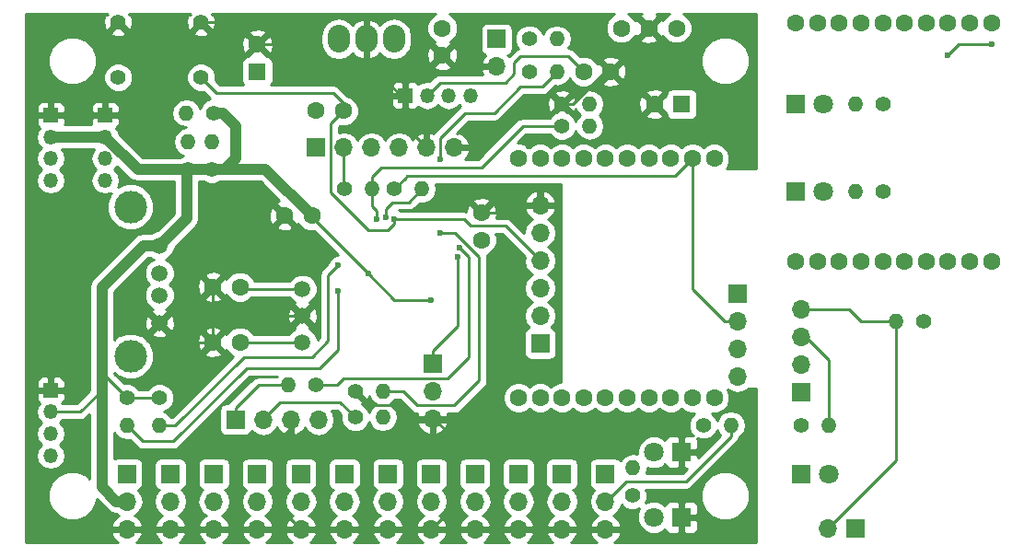
<source format=gbl>
G04 #@! TF.FileFunction,Copper,L2,Bot,Signal*
%FSLAX45Y45*%
G04 Gerber Fmt 4.5, Leading zero omitted, Abs format (unit mm)*
G04 Created by KiCad (PCBNEW 4.0.5) date 02/17/17 17:53:28*
%MOMM*%
%LPD*%
G01*
G04 APERTURE LIST*
%ADD10C,0.100000*%
%ADD11C,1.600000*%
%ADD12R,1.700000X1.700000*%
%ADD13O,1.700000X1.700000*%
%ADD14C,1.500000*%
%ADD15C,3.000000*%
%ADD16C,1.397000*%
%ADD17R,1.800000X1.800000*%
%ADD18C,1.800000*%
%ADD19R,1.350000X1.350000*%
%ADD20O,1.350000X1.350000*%
%ADD21C,1.400000*%
%ADD22O,1.400000X1.400000*%
%ADD23R,1.600000X1.600000*%
%ADD24O,2.032000X2.540000*%
%ADD25C,0.600000*%
%ADD26C,0.250000*%
%ADD27C,1.000000*%
%ADD28C,0.254000*%
G04 APERTURE END LIST*
D10*
D11*
X18900000Y-3900000D03*
X18700000Y-3900000D03*
X18500000Y-3900000D03*
X18300000Y-3900000D03*
X18100000Y-3900000D03*
X17900000Y-3900000D03*
X17700000Y-3900000D03*
X17500000Y-3900000D03*
X17300000Y-3900000D03*
X17100000Y-3900000D03*
X17100000Y-6100000D03*
X17300000Y-6100000D03*
X17500000Y-6100000D03*
X17700000Y-6100000D03*
X17900000Y-6100000D03*
X18100000Y-6100000D03*
X18300000Y-6100000D03*
X18500000Y-6100000D03*
X18700000Y-6100000D03*
X18900000Y-6100000D03*
D12*
X19700000Y-6050000D03*
D13*
X19700000Y-5796000D03*
X19700000Y-5542000D03*
X19700000Y-5288000D03*
D12*
X13500000Y-6800000D03*
D13*
X13500000Y-7054000D03*
X13500000Y-7308000D03*
D12*
X14300000Y-6800000D03*
D13*
X14300000Y-7054000D03*
X14300000Y-7308000D03*
D12*
X15500000Y-6800000D03*
D13*
X15500000Y-7054000D03*
X15500000Y-7308000D03*
D12*
X15900000Y-6800000D03*
D13*
X15900000Y-7054000D03*
X15900000Y-7308000D03*
D12*
X16300000Y-6800000D03*
D13*
X16300000Y-7054000D03*
X16300000Y-7308000D03*
D12*
X16700000Y-6800000D03*
D13*
X16700000Y-7054000D03*
X16700000Y-7308000D03*
D12*
X17500000Y-6800000D03*
D13*
X17500000Y-7054000D03*
X17500000Y-7308000D03*
D12*
X17900000Y-6800000D03*
D13*
X17900000Y-7054000D03*
X17900000Y-7308000D03*
D14*
X13800000Y-5411000D03*
X13800000Y-5157000D03*
X13800000Y-4954000D03*
X13800000Y-4700000D03*
D15*
X13533000Y-5716000D03*
X13533000Y-4344000D03*
D16*
X14181000Y-2646000D03*
X14181000Y-3154000D03*
X13419000Y-2646000D03*
X13419000Y-3154000D03*
D12*
X20200000Y-7300000D03*
D13*
X19946000Y-7300000D03*
D12*
X19113500Y-5143500D03*
D13*
X19113500Y-5397500D03*
X19113500Y-5651500D03*
X19113500Y-5905500D03*
D17*
X19650000Y-3400000D03*
D18*
X19904000Y-3400000D03*
D19*
X12800000Y-6030000D03*
D20*
X12800000Y-6230000D03*
X12800000Y-6430000D03*
X12800000Y-6630000D03*
D19*
X13300000Y-3500000D03*
D20*
X13300000Y-3700000D03*
X13300000Y-3900000D03*
X13300000Y-4100000D03*
D19*
X12800000Y-3500000D03*
D20*
X12800000Y-3700000D03*
X12800000Y-3900000D03*
X12800000Y-4100000D03*
D19*
X16060000Y-3320000D03*
D20*
X16260000Y-3320000D03*
X16460000Y-3320000D03*
X16660000Y-3320000D03*
D12*
X17300000Y-5600000D03*
D13*
X17300000Y-5346000D03*
X17300000Y-5092000D03*
X17300000Y-4838000D03*
X17300000Y-4584000D03*
X17300000Y-4330000D03*
D17*
X18600000Y-7200000D03*
D18*
X18346000Y-7200000D03*
D17*
X18600000Y-6600000D03*
D18*
X18346000Y-6600000D03*
D11*
X21450000Y-2650000D03*
X21250000Y-2650000D03*
X21050000Y-2650000D03*
X20850000Y-2650000D03*
X20650000Y-2650000D03*
X20450000Y-2650000D03*
X20250000Y-2650000D03*
X20050000Y-2650000D03*
X19850000Y-2650000D03*
X19650000Y-2650000D03*
X19650000Y-4850000D03*
X19850000Y-4850000D03*
X20050000Y-4850000D03*
X20250000Y-4850000D03*
X20450000Y-4850000D03*
X20650000Y-4850000D03*
X20850000Y-4850000D03*
X21050000Y-4850000D03*
X21250000Y-4850000D03*
X21450000Y-4850000D03*
D17*
X19700000Y-6800000D03*
D18*
X19954000Y-6800000D03*
D12*
X15240000Y-3800000D03*
D13*
X15494000Y-3800000D03*
X15748000Y-3800000D03*
X16002000Y-3800000D03*
X16256000Y-3800000D03*
X16510000Y-3800000D03*
D17*
X19650000Y-4200000D03*
D18*
X19904000Y-4200000D03*
D12*
X16900000Y-2800000D03*
D13*
X16900000Y-3054000D03*
D11*
X18554000Y-2700000D03*
X18300000Y-2700000D03*
X18046000Y-2700000D03*
X17700000Y-3100000D03*
X17950000Y-3100000D03*
X16760000Y-4400000D03*
X16760000Y-4650000D03*
X16400000Y-2700000D03*
X16400000Y-2950000D03*
X15240000Y-3460000D03*
X15490000Y-3460000D03*
X15200000Y-4425000D03*
X14950000Y-4425000D03*
D21*
X20450000Y-3400000D03*
D22*
X20196000Y-3400000D03*
D21*
X20450000Y-4200000D03*
D22*
X20196000Y-4200000D03*
D21*
X15960000Y-4180000D03*
D22*
X16214000Y-4180000D03*
D21*
X18800000Y-6350000D03*
D22*
X19054000Y-6350000D03*
D21*
X18150000Y-7000000D03*
D22*
X18150000Y-6746000D03*
D21*
X15500000Y-4180000D03*
D22*
X15754000Y-4180000D03*
D21*
X19700000Y-6350000D03*
D22*
X19954000Y-6350000D03*
D21*
X17500000Y-3600000D03*
D22*
X17754000Y-3600000D03*
D21*
X13500000Y-6100000D03*
D22*
X13500000Y-6354000D03*
D21*
X13800000Y-6100000D03*
D22*
X13800000Y-6354000D03*
D21*
X14280000Y-4000000D03*
D22*
X14280000Y-3746000D03*
D21*
X14060000Y-4000000D03*
D22*
X14060000Y-3746000D03*
D21*
X17500000Y-3400000D03*
D22*
X17754000Y-3400000D03*
D21*
X17200000Y-3100000D03*
D22*
X17454000Y-3100000D03*
D21*
X14300000Y-3480000D03*
D22*
X14046000Y-3480000D03*
D21*
X17200000Y-2800000D03*
D22*
X17454000Y-2800000D03*
D21*
X20825000Y-5400000D03*
D22*
X20571000Y-5400000D03*
D11*
X14541500Y-5080000D03*
X14291500Y-5080000D03*
X14541500Y-5588000D03*
X14291500Y-5588000D03*
D23*
X18600000Y-3400000D03*
D11*
X18350000Y-3400000D03*
D23*
X14700000Y-3100000D03*
D11*
X14700000Y-2850000D03*
D24*
X15700000Y-2800000D03*
X15446000Y-2800000D03*
X15954000Y-2800000D03*
D12*
X16310000Y-5790000D03*
D13*
X16310000Y-6044000D03*
X16310000Y-6298000D03*
D21*
X15240000Y-5980000D03*
D22*
X14986000Y-5980000D03*
D21*
X15600000Y-6280000D03*
D22*
X15854000Y-6280000D03*
D21*
X15600000Y-6040000D03*
D22*
X15854000Y-6040000D03*
D12*
X14500000Y-6300000D03*
D13*
X14754000Y-6300000D03*
X15008000Y-6300000D03*
X15262000Y-6300000D03*
D12*
X13900000Y-6800000D03*
D13*
X13900000Y-7054000D03*
X13900000Y-7308000D03*
D12*
X14700000Y-6800000D03*
D13*
X14700000Y-7054000D03*
X14700000Y-7308000D03*
D12*
X15100000Y-6800000D03*
D13*
X15100000Y-7054000D03*
X15100000Y-7308000D03*
D12*
X17100000Y-6800000D03*
D13*
X17100000Y-7054000D03*
X17100000Y-7308000D03*
D14*
X15113000Y-5588000D03*
X15113000Y-5344000D03*
X15113000Y-5100000D03*
D25*
X16300000Y-5200000D03*
X15720000Y-4960000D03*
X15960000Y-4460000D03*
X15880000Y-4440000D03*
X15800000Y-4460000D03*
X16380000Y-3910000D03*
X16380000Y-4580000D03*
X16540000Y-4800000D03*
X16560000Y-4720000D03*
X15440000Y-5120000D03*
X21050000Y-2950000D03*
X21450000Y-2850000D03*
X15440000Y-4880000D03*
D26*
X17900000Y-7054000D02*
X17906000Y-7054000D01*
X17906000Y-7054000D02*
X18090000Y-6870000D01*
X19054000Y-6456000D02*
X19054000Y-6350000D01*
X18640000Y-6870000D02*
X19054000Y-6456000D01*
X18090000Y-6870000D02*
X18640000Y-6870000D01*
D27*
X14280000Y-4000000D02*
X14775000Y-4000000D01*
X14775000Y-4000000D02*
X15200000Y-4425000D01*
D26*
X16260000Y-3320000D02*
X16380000Y-3200000D01*
X17560000Y-2960000D02*
X17700000Y-3100000D01*
X17120000Y-2960000D02*
X17560000Y-2960000D01*
X17060000Y-3020000D02*
X17120000Y-2960000D01*
X17060000Y-3120000D02*
X17060000Y-3020000D01*
X16980000Y-3200000D02*
X17060000Y-3120000D01*
X16780000Y-3200000D02*
X16980000Y-3200000D01*
X16780000Y-3200000D02*
X16780000Y-3200000D01*
X16380000Y-3200000D02*
X16780000Y-3200000D01*
D27*
X14300000Y-3480000D02*
X14380000Y-3480000D01*
X14400000Y-4000000D02*
X14280000Y-4000000D01*
X14500000Y-3900000D02*
X14400000Y-4000000D01*
X14500000Y-3600000D02*
X14500000Y-3900000D01*
X14380000Y-3480000D02*
X14500000Y-3600000D01*
X14060000Y-4000000D02*
X14280000Y-4000000D01*
X13800000Y-4700000D02*
X14000000Y-4500000D01*
X14050000Y-4450000D02*
X14050000Y-4010000D01*
X14000000Y-4500000D02*
X14050000Y-4450000D01*
X14050000Y-4010000D02*
X14060000Y-4000000D01*
D26*
X12800000Y-6230000D02*
X13070000Y-6230000D01*
X13070000Y-6230000D02*
X13271500Y-6028500D01*
X13800000Y-6100000D02*
X13500000Y-6100000D01*
X13500000Y-6100000D02*
X13271500Y-5871500D01*
X13271500Y-5871500D02*
X13300000Y-5900000D01*
X13300000Y-5900000D02*
X13271500Y-5900000D01*
D27*
X13300000Y-3700000D02*
X12800000Y-3700000D01*
X14060000Y-4000000D02*
X13600000Y-4000000D01*
X13600000Y-4000000D02*
X13300000Y-3700000D01*
D26*
X15200000Y-4440000D02*
X15720000Y-4960000D01*
X15720000Y-4960000D02*
X15960000Y-5200000D01*
X15960000Y-5200000D02*
X16300000Y-5200000D01*
X15874000Y-7054000D02*
X15900000Y-7054000D01*
D27*
X13800000Y-4700000D02*
X13651500Y-4700000D01*
X13651500Y-4700000D02*
X13271500Y-5080000D01*
X13271500Y-6159500D02*
X13271500Y-6921500D01*
X13404000Y-7054000D02*
X13500000Y-7054000D01*
X13271500Y-6921500D02*
X13404000Y-7054000D01*
X13271500Y-6028500D02*
X13271500Y-6159500D01*
X13271500Y-5080000D02*
X13271500Y-5900000D01*
X13271500Y-5900000D02*
X13271500Y-6028500D01*
D26*
X16310000Y-6298000D02*
X16328000Y-6298000D01*
X16328000Y-6298000D02*
X16500000Y-6470000D01*
X16500000Y-7108000D02*
X16300000Y-7308000D01*
X16500000Y-6470000D02*
X16500000Y-7108000D01*
X15600000Y-6040000D02*
X15730000Y-6170000D01*
X16140000Y-6290000D02*
X16302000Y-6290000D01*
X16020000Y-6170000D02*
X16140000Y-6290000D01*
X15730000Y-6170000D02*
X16020000Y-6170000D01*
X16302000Y-6290000D02*
X16310000Y-6298000D01*
X16760000Y-4400000D02*
X16980000Y-4400000D01*
X17050000Y-4330000D02*
X17300000Y-4330000D01*
X16980000Y-4400000D02*
X17050000Y-4330000D01*
X15008000Y-6300000D02*
X15008000Y-6382000D01*
X15008000Y-6382000D02*
X14900000Y-6490000D01*
X14900000Y-6490000D02*
X14900000Y-7108000D01*
X14900000Y-7108000D02*
X15100000Y-7308000D01*
X16060000Y-3320000D02*
X16060000Y-3604000D01*
X16060000Y-3604000D02*
X16256000Y-3800000D01*
X17950000Y-3100000D02*
X17950000Y-3050000D01*
X17950000Y-3050000D02*
X17600000Y-3400000D01*
X17600000Y-3400000D02*
X17500000Y-3400000D01*
X16060000Y-3320000D02*
X16020000Y-3320000D01*
X16020000Y-3320000D02*
X15700000Y-3000000D01*
X15700000Y-3000000D02*
X15700000Y-2800000D01*
X14700000Y-2850000D02*
X14950000Y-2850000D01*
X15700000Y-3000000D02*
X15700000Y-2800000D01*
X15600000Y-3100000D02*
X15700000Y-3000000D01*
X15200000Y-3100000D02*
X15600000Y-3100000D01*
X14950000Y-2850000D02*
X15200000Y-3100000D01*
X14181000Y-2646000D02*
X14496000Y-2646000D01*
X14496000Y-2646000D02*
X14700000Y-2850000D01*
X17950000Y-3100000D02*
X17950000Y-3050000D01*
X17300000Y-4330000D02*
X17300000Y-4320000D01*
X14291500Y-5588000D02*
X13977000Y-5588000D01*
X13977000Y-5588000D02*
X13800000Y-5411000D01*
X14291500Y-5080000D02*
X14291500Y-5588000D01*
X14555500Y-5344000D02*
X14291500Y-5080000D01*
X15113000Y-5344000D02*
X14555500Y-5344000D01*
X15490000Y-3460000D02*
X15490000Y-3390000D01*
X15490000Y-3390000D02*
X15400000Y-3300000D01*
X14327000Y-3300000D02*
X14181000Y-3154000D01*
X15400000Y-3300000D02*
X14327000Y-3300000D01*
X15960000Y-4460000D02*
X15960000Y-4500000D01*
X15370000Y-3580000D02*
X15490000Y-3460000D01*
X15370000Y-4210000D02*
X15370000Y-3580000D01*
X15720000Y-4560000D02*
X15370000Y-4210000D01*
X15900000Y-4560000D02*
X15720000Y-4560000D01*
X15960000Y-4500000D02*
X15900000Y-4560000D01*
X16982000Y-4520000D02*
X17300000Y-4838000D01*
X16660000Y-4520000D02*
X16982000Y-4520000D01*
X16600000Y-4460000D02*
X16660000Y-4520000D01*
X15960000Y-4460000D02*
X16600000Y-4460000D01*
X15880000Y-4370000D02*
X15880000Y-4360000D01*
X15880000Y-4370000D02*
X15880000Y-4440000D01*
X16094000Y-4300000D02*
X16214000Y-4180000D01*
X15940000Y-4300000D02*
X16094000Y-4300000D01*
X15880000Y-4360000D02*
X15940000Y-4300000D01*
X15754000Y-4180000D02*
X15754000Y-4066000D01*
X16760000Y-3980000D02*
X17140000Y-3600000D01*
X17140000Y-3600000D02*
X17500000Y-3600000D01*
X15840000Y-3980000D02*
X16280000Y-3980000D01*
X16280000Y-3980000D02*
X16760000Y-3980000D01*
X15754000Y-4066000D02*
X15840000Y-3980000D01*
X15800000Y-4460000D02*
X15800000Y-4380000D01*
X15754000Y-4334000D02*
X15754000Y-4180000D01*
X15800000Y-4380000D02*
X15754000Y-4334000D01*
X17320000Y-3240000D02*
X17120000Y-3240000D01*
X16880000Y-3480000D02*
X17120000Y-3240000D01*
X16610000Y-3480000D02*
X16880000Y-3480000D01*
X16380000Y-3710000D02*
X16610000Y-3480000D01*
X16380000Y-3910000D02*
X16380000Y-3710000D01*
X17320000Y-3240000D02*
X17454000Y-3106000D01*
X17454000Y-3100000D02*
X17454000Y-3106000D01*
X15854000Y-6040000D02*
X16040000Y-6040000D01*
X16740000Y-5940000D02*
X16740000Y-4800000D01*
X16510000Y-6170000D02*
X16740000Y-5940000D01*
X16170000Y-6170000D02*
X16510000Y-6170000D01*
X16040000Y-6040000D02*
X16170000Y-6170000D01*
X16520000Y-4580000D02*
X16380000Y-4580000D01*
X16740000Y-4800000D02*
X16520000Y-4580000D01*
X15113000Y-5100000D02*
X14561500Y-5100000D01*
X14561500Y-5100000D02*
X14541500Y-5080000D01*
X14553500Y-5092000D02*
X14541500Y-5080000D01*
X16310000Y-5790000D02*
X16310000Y-5670000D01*
X16540000Y-5440000D02*
X16540000Y-4800000D01*
X16310000Y-5670000D02*
X16540000Y-5440000D01*
X15270000Y-5980000D02*
X15430000Y-5980000D01*
X15240000Y-5980000D02*
X15270000Y-5980000D01*
X16640000Y-5730000D02*
X16640000Y-4800000D01*
X16450000Y-5920000D02*
X16640000Y-5730000D01*
X15490000Y-5920000D02*
X16450000Y-5920000D01*
X15430000Y-5980000D02*
X15490000Y-5920000D01*
X16640000Y-4800000D02*
X16560000Y-4720000D01*
X15275000Y-5825000D02*
X14600000Y-5825000D01*
X15440000Y-5660000D02*
X15275000Y-5825000D01*
X15440000Y-5120000D02*
X15440000Y-5660000D01*
X13646000Y-6500000D02*
X13500000Y-6354000D01*
X13925000Y-6500000D02*
X13646000Y-6500000D01*
X14600000Y-5825000D02*
X13925000Y-6500000D01*
X20571000Y-5400000D02*
X20571000Y-6675000D01*
X20571000Y-6675000D02*
X19946000Y-7300000D01*
X20475000Y-5400000D02*
X20250000Y-5400000D01*
X20138000Y-5288000D02*
X19700000Y-5288000D01*
X20250000Y-5400000D02*
X20138000Y-5288000D01*
X20475000Y-5400000D02*
X20475000Y-5400000D01*
X20475000Y-5400000D02*
X20571000Y-5400000D01*
X21100000Y-2900000D02*
X21050000Y-2950000D01*
X21150000Y-2850000D02*
X21100000Y-2900000D01*
X21450000Y-2850000D02*
X21150000Y-2850000D01*
X19700000Y-5542000D02*
X19742000Y-5542000D01*
X19742000Y-5542000D02*
X19954000Y-5754000D01*
X19954000Y-5754000D02*
X19954000Y-6350000D01*
X13800000Y-6354000D02*
X13946000Y-6354000D01*
X15350000Y-4970000D02*
X15440000Y-4880000D01*
X15350000Y-5575000D02*
X15350000Y-4970000D01*
X15200000Y-5725000D02*
X15350000Y-5575000D01*
X14575000Y-5725000D02*
X15200000Y-5725000D01*
X13946000Y-6354000D02*
X14575000Y-5725000D01*
X15113000Y-5588000D02*
X14541500Y-5588000D01*
X18700000Y-3900000D02*
X18700000Y-5100000D01*
X18997500Y-5397500D02*
X19113500Y-5397500D01*
X18700000Y-5100000D02*
X18997500Y-5397500D01*
X15960000Y-4180000D02*
X16060000Y-4080000D01*
X18540000Y-4060000D02*
X18700000Y-3900000D01*
X16080000Y-4060000D02*
X18540000Y-4060000D01*
X16060000Y-4080000D02*
X16080000Y-4060000D01*
X15494000Y-3800000D02*
X15494000Y-4174000D01*
X15494000Y-4174000D02*
X15500000Y-4180000D01*
X15494000Y-3800000D02*
X15494000Y-3814000D01*
X14986000Y-5980000D02*
X14710000Y-5980000D01*
X14500000Y-6190000D02*
X14500000Y-6300000D01*
X14710000Y-5980000D02*
X14500000Y-6190000D01*
X14754000Y-6300000D02*
X14754000Y-6296000D01*
X14754000Y-6296000D02*
X14910000Y-6140000D01*
X14910000Y-6140000D02*
X15460000Y-6140000D01*
X15460000Y-6140000D02*
X15600000Y-6280000D01*
D28*
G36*
X13322738Y-2574204D02*
X13299729Y-2580729D01*
X13283830Y-2631340D01*
X13288509Y-2684183D01*
X13299729Y-2711271D01*
X13322738Y-2717796D01*
X13394534Y-2646000D01*
X13393120Y-2644586D01*
X13417586Y-2620120D01*
X13419000Y-2621534D01*
X13420414Y-2620120D01*
X13444880Y-2644586D01*
X13443466Y-2646000D01*
X13515262Y-2717796D01*
X13538271Y-2711271D01*
X13554170Y-2660660D01*
X13549491Y-2607817D01*
X13538271Y-2580729D01*
X13515262Y-2574204D01*
X13518466Y-2571000D01*
X14081534Y-2571000D01*
X14084738Y-2574204D01*
X14061729Y-2580729D01*
X14045830Y-2631340D01*
X14050509Y-2684183D01*
X14061729Y-2711271D01*
X14084738Y-2717796D01*
X14156534Y-2646000D01*
X14155120Y-2644586D01*
X14179586Y-2620120D01*
X14181000Y-2621534D01*
X14182414Y-2620120D01*
X14206880Y-2644586D01*
X14205466Y-2646000D01*
X14277262Y-2717796D01*
X14300271Y-2711271D01*
X14316170Y-2660660D01*
X14311491Y-2607817D01*
X14300271Y-2580729D01*
X14277262Y-2574204D01*
X14280466Y-2571000D01*
X16336429Y-2571000D01*
X16318820Y-2578276D01*
X16278418Y-2618608D01*
X16256525Y-2671331D01*
X16256475Y-2728419D01*
X16278276Y-2781180D01*
X16318608Y-2821582D01*
X16327619Y-2825324D01*
X16320815Y-2846349D01*
X16400000Y-2925534D01*
X16479185Y-2846349D01*
X16472391Y-2825356D01*
X16481180Y-2821724D01*
X16521582Y-2781392D01*
X16543475Y-2728669D01*
X16543525Y-2671581D01*
X16521724Y-2618820D01*
X16481392Y-2578418D01*
X16463529Y-2571000D01*
X17982429Y-2571000D01*
X17964820Y-2578276D01*
X17924418Y-2618608D01*
X17902525Y-2671331D01*
X17902475Y-2728419D01*
X17924276Y-2781180D01*
X17964608Y-2821582D01*
X18017331Y-2843475D01*
X18074419Y-2843525D01*
X18127180Y-2821724D01*
X18145285Y-2803650D01*
X18220815Y-2803650D01*
X18228600Y-2827707D01*
X18282906Y-2845309D01*
X18339815Y-2840790D01*
X18371400Y-2827707D01*
X18379185Y-2803650D01*
X18300000Y-2724466D01*
X18220815Y-2803650D01*
X18145285Y-2803650D01*
X18167582Y-2781392D01*
X18172013Y-2770723D01*
X18172293Y-2771400D01*
X18196350Y-2779185D01*
X18275534Y-2700000D01*
X18196350Y-2620815D01*
X18172293Y-2628600D01*
X18172061Y-2629316D01*
X18167724Y-2618820D01*
X18127392Y-2578418D01*
X18109529Y-2571000D01*
X18231722Y-2571000D01*
X18228600Y-2572293D01*
X18220815Y-2596350D01*
X18300000Y-2675534D01*
X18379185Y-2596350D01*
X18371400Y-2572293D01*
X18367410Y-2571000D01*
X18490429Y-2571000D01*
X18472820Y-2578276D01*
X18432418Y-2618608D01*
X18427987Y-2629277D01*
X18427707Y-2628600D01*
X18403651Y-2620815D01*
X18324466Y-2700000D01*
X18403651Y-2779185D01*
X18427707Y-2771400D01*
X18427939Y-2770684D01*
X18432276Y-2781180D01*
X18472608Y-2821582D01*
X18525331Y-2843475D01*
X18582419Y-2843525D01*
X18635180Y-2821724D01*
X18675582Y-2781392D01*
X18697475Y-2728669D01*
X18697525Y-2671581D01*
X18675724Y-2618820D01*
X18635392Y-2578418D01*
X18617529Y-2571000D01*
X19287300Y-2571000D01*
X19287300Y-2625445D01*
X19286520Y-2627324D01*
X19286480Y-2672478D01*
X19287300Y-2674461D01*
X19287300Y-2775445D01*
X19286520Y-2777324D01*
X19286480Y-2822477D01*
X19287300Y-2824461D01*
X19287300Y-2925445D01*
X19286520Y-2927324D01*
X19286480Y-2972477D01*
X19287300Y-2974461D01*
X19287300Y-3075445D01*
X19286520Y-3077324D01*
X19286480Y-3122477D01*
X19287300Y-3124461D01*
X19287300Y-3225445D01*
X19286520Y-3227324D01*
X19286480Y-3272477D01*
X19287300Y-3274461D01*
X19287300Y-3375445D01*
X19286520Y-3377324D01*
X19286480Y-3422477D01*
X19287300Y-3424461D01*
X19287300Y-3525445D01*
X19286520Y-3527324D01*
X19286480Y-3572477D01*
X19287300Y-3574461D01*
X19287300Y-3675445D01*
X19286520Y-3677324D01*
X19286480Y-3722477D01*
X19287300Y-3724461D01*
X19287300Y-3825445D01*
X19286520Y-3827324D01*
X19286480Y-3872477D01*
X19287300Y-3874461D01*
X19287300Y-3975445D01*
X19286520Y-3977324D01*
X19286511Y-3987300D01*
X19015664Y-3987300D01*
X19021582Y-3981392D01*
X19043475Y-3928669D01*
X19043525Y-3871581D01*
X19021724Y-3818820D01*
X18981392Y-3778418D01*
X18928669Y-3756525D01*
X18871581Y-3756475D01*
X18818820Y-3778276D01*
X18800003Y-3797060D01*
X18781392Y-3778418D01*
X18728669Y-3756525D01*
X18671581Y-3756475D01*
X18618820Y-3778276D01*
X18600003Y-3797060D01*
X18581392Y-3778418D01*
X18528669Y-3756525D01*
X18471581Y-3756475D01*
X18418820Y-3778276D01*
X18400003Y-3797060D01*
X18381392Y-3778418D01*
X18328669Y-3756525D01*
X18271581Y-3756475D01*
X18218820Y-3778276D01*
X18200003Y-3797060D01*
X18181392Y-3778418D01*
X18128669Y-3756525D01*
X18071581Y-3756475D01*
X18018820Y-3778276D01*
X18000003Y-3797060D01*
X17981392Y-3778418D01*
X17928669Y-3756525D01*
X17871581Y-3756475D01*
X17818820Y-3778276D01*
X17800003Y-3797060D01*
X17781392Y-3778418D01*
X17728669Y-3756525D01*
X17671581Y-3756475D01*
X17618820Y-3778276D01*
X17600003Y-3797060D01*
X17581392Y-3778418D01*
X17528669Y-3756525D01*
X17471581Y-3756475D01*
X17418820Y-3778276D01*
X17400003Y-3797060D01*
X17381392Y-3778418D01*
X17328669Y-3756525D01*
X17271581Y-3756475D01*
X17218820Y-3778276D01*
X17201815Y-3795251D01*
X17191049Y-3784485D01*
X17179185Y-3796349D01*
X17171400Y-3772293D01*
X17117094Y-3754691D01*
X17090693Y-3756787D01*
X17171480Y-3676000D01*
X17387235Y-3676000D01*
X17424280Y-3713110D01*
X17473329Y-3733477D01*
X17526438Y-3733523D01*
X17575523Y-3713242D01*
X17613110Y-3675720D01*
X17626522Y-3643421D01*
X17628047Y-3651088D01*
X17656986Y-3694399D01*
X17700296Y-3723338D01*
X17751385Y-3733500D01*
X17756615Y-3733500D01*
X17807704Y-3723338D01*
X17851014Y-3694399D01*
X17879953Y-3651088D01*
X17890115Y-3600000D01*
X17879953Y-3548912D01*
X17851014Y-3505601D01*
X17848095Y-3503650D01*
X18270815Y-3503650D01*
X18278600Y-3527707D01*
X18332906Y-3545309D01*
X18389815Y-3540790D01*
X18421400Y-3527707D01*
X18429185Y-3503650D01*
X18350000Y-3424466D01*
X18270815Y-3503650D01*
X17848095Y-3503650D01*
X17842631Y-3500000D01*
X17851014Y-3494399D01*
X17879953Y-3451088D01*
X17890115Y-3400000D01*
X17886715Y-3382906D01*
X18204691Y-3382906D01*
X18209210Y-3439815D01*
X18222293Y-3471400D01*
X18246350Y-3479185D01*
X18325534Y-3400000D01*
X18374466Y-3400000D01*
X18453651Y-3479185D01*
X18455256Y-3478665D01*
X18455256Y-3480000D01*
X18459684Y-3503532D01*
X18473591Y-3525144D01*
X18494811Y-3539643D01*
X18520000Y-3544744D01*
X18680000Y-3544744D01*
X18703532Y-3540316D01*
X18725144Y-3526409D01*
X18739643Y-3505189D01*
X18744744Y-3480000D01*
X18744744Y-3320000D01*
X18740316Y-3296468D01*
X18726409Y-3274856D01*
X18705189Y-3260357D01*
X18680000Y-3255256D01*
X18520000Y-3255256D01*
X18496468Y-3259684D01*
X18474856Y-3273591D01*
X18460357Y-3294811D01*
X18455256Y-3320000D01*
X18455256Y-3321335D01*
X18453651Y-3320815D01*
X18374466Y-3400000D01*
X18325534Y-3400000D01*
X18246350Y-3320815D01*
X18222293Y-3328600D01*
X18204691Y-3382906D01*
X17886715Y-3382906D01*
X17879953Y-3348912D01*
X17851014Y-3305601D01*
X17837168Y-3296349D01*
X18270815Y-3296349D01*
X18350000Y-3375534D01*
X18429185Y-3296349D01*
X18421400Y-3272293D01*
X18367094Y-3254691D01*
X18310185Y-3259210D01*
X18278600Y-3272293D01*
X18270815Y-3296349D01*
X17837168Y-3296349D01*
X17807704Y-3276662D01*
X17756615Y-3266500D01*
X17751385Y-3266500D01*
X17700296Y-3276662D01*
X17656986Y-3305601D01*
X17628047Y-3348912D01*
X17627158Y-3353379D01*
X17619395Y-3334638D01*
X17596371Y-3328095D01*
X17524466Y-3400000D01*
X17596371Y-3471905D01*
X17619395Y-3465362D01*
X17626432Y-3442972D01*
X17628047Y-3451088D01*
X17656986Y-3494399D01*
X17665369Y-3500000D01*
X17656986Y-3505601D01*
X17628047Y-3548912D01*
X17626517Y-3556604D01*
X17613242Y-3524477D01*
X17575720Y-3486890D01*
X17552983Y-3477449D01*
X17500000Y-3424466D01*
X17447024Y-3477442D01*
X17424477Y-3486758D01*
X17387170Y-3524000D01*
X17140000Y-3524000D01*
X17110916Y-3529785D01*
X17086260Y-3546260D01*
X16728520Y-3904000D01*
X16612479Y-3904000D01*
X16626717Y-3891814D01*
X16652968Y-3840160D01*
X16641615Y-3817300D01*
X16527300Y-3817300D01*
X16527300Y-3819300D01*
X16492700Y-3819300D01*
X16492700Y-3817300D01*
X16490700Y-3817300D01*
X16490700Y-3782700D01*
X16492700Y-3782700D01*
X16492700Y-3780700D01*
X16527300Y-3780700D01*
X16527300Y-3782700D01*
X16641615Y-3782700D01*
X16652968Y-3759840D01*
X16626717Y-3708186D01*
X16582696Y-3670509D01*
X16550159Y-3657033D01*
X16530657Y-3666823D01*
X16641480Y-3556000D01*
X16880000Y-3556000D01*
X16909084Y-3550215D01*
X16933740Y-3533740D01*
X17082176Y-3385304D01*
X17364680Y-3385304D01*
X17369357Y-3438207D01*
X17380605Y-3465362D01*
X17403629Y-3471905D01*
X17475534Y-3400000D01*
X17403629Y-3328095D01*
X17380605Y-3334638D01*
X17364680Y-3385304D01*
X17082176Y-3385304D01*
X17151480Y-3316000D01*
X17320000Y-3316000D01*
X17349084Y-3310215D01*
X17358940Y-3303629D01*
X17428095Y-3303629D01*
X17500000Y-3375534D01*
X17571905Y-3303629D01*
X17565362Y-3280605D01*
X17514696Y-3264680D01*
X17461793Y-3269357D01*
X17434638Y-3280605D01*
X17428095Y-3303629D01*
X17358940Y-3303629D01*
X17373740Y-3293740D01*
X17436868Y-3230612D01*
X17451385Y-3233500D01*
X17456615Y-3233500D01*
X17507704Y-3223338D01*
X17551014Y-3194399D01*
X17571234Y-3164138D01*
X17578276Y-3181180D01*
X17618608Y-3221582D01*
X17671331Y-3243475D01*
X17728419Y-3243525D01*
X17781180Y-3221724D01*
X17799285Y-3203650D01*
X17870815Y-3203650D01*
X17878600Y-3227707D01*
X17932906Y-3245309D01*
X17989815Y-3240790D01*
X18021400Y-3227707D01*
X18029185Y-3203650D01*
X17950000Y-3124466D01*
X17870815Y-3203650D01*
X17799285Y-3203650D01*
X17821582Y-3181392D01*
X17825324Y-3172381D01*
X17846350Y-3179185D01*
X17925534Y-3100000D01*
X17974466Y-3100000D01*
X18053651Y-3179185D01*
X18077707Y-3171400D01*
X18095309Y-3117094D01*
X18090790Y-3060185D01*
X18084194Y-3044262D01*
X18776461Y-3044262D01*
X18810416Y-3126437D01*
X18873232Y-3189364D01*
X18955348Y-3223461D01*
X19044262Y-3223539D01*
X19126437Y-3189584D01*
X19189364Y-3126768D01*
X19223461Y-3044652D01*
X19223539Y-2955738D01*
X19189585Y-2873563D01*
X19126768Y-2810636D01*
X19044652Y-2776539D01*
X18955738Y-2776461D01*
X18873563Y-2810415D01*
X18810636Y-2873232D01*
X18776539Y-2955348D01*
X18776461Y-3044262D01*
X18084194Y-3044262D01*
X18077707Y-3028600D01*
X18053651Y-3020815D01*
X17974466Y-3100000D01*
X17925534Y-3100000D01*
X17846350Y-3020815D01*
X17825356Y-3027609D01*
X17821724Y-3018820D01*
X17799293Y-2996349D01*
X17870815Y-2996349D01*
X17950000Y-3075534D01*
X18029185Y-2996349D01*
X18021400Y-2972293D01*
X17967094Y-2954691D01*
X17910185Y-2959210D01*
X17878600Y-2972293D01*
X17870815Y-2996349D01*
X17799293Y-2996349D01*
X17781392Y-2978418D01*
X17728669Y-2956525D01*
X17671581Y-2956475D01*
X17666185Y-2958705D01*
X17613740Y-2906260D01*
X17589084Y-2889785D01*
X17560000Y-2884000D01*
X17557962Y-2884000D01*
X17579953Y-2851088D01*
X17590115Y-2800000D01*
X17579953Y-2748912D01*
X17551014Y-2705601D01*
X17507704Y-2676662D01*
X17456615Y-2666500D01*
X17451385Y-2666500D01*
X17400296Y-2676662D01*
X17356986Y-2705601D01*
X17328047Y-2748912D01*
X17326517Y-2756605D01*
X17313242Y-2724477D01*
X17275720Y-2686890D01*
X17226671Y-2666523D01*
X17173562Y-2666477D01*
X17124477Y-2686758D01*
X17086890Y-2724280D01*
X17066523Y-2773329D01*
X17066477Y-2826438D01*
X17086758Y-2875523D01*
X17099326Y-2888112D01*
X17090916Y-2889785D01*
X17066260Y-2906260D01*
X17011840Y-2960680D01*
X17000055Y-2946911D01*
X17008532Y-2945316D01*
X17030144Y-2931409D01*
X17044643Y-2910189D01*
X17049744Y-2885000D01*
X17049744Y-2715000D01*
X17045316Y-2691468D01*
X17031409Y-2669856D01*
X17010189Y-2655357D01*
X16985000Y-2650256D01*
X16815000Y-2650256D01*
X16791468Y-2654684D01*
X16769856Y-2668591D01*
X16755357Y-2689811D01*
X16750256Y-2715000D01*
X16750256Y-2885000D01*
X16754684Y-2908532D01*
X16768591Y-2930144D01*
X16789811Y-2944643D01*
X16800103Y-2946727D01*
X16770509Y-2981303D01*
X16757033Y-3013841D01*
X16768508Y-3036700D01*
X16882700Y-3036700D01*
X16882700Y-3034700D01*
X16917300Y-3034700D01*
X16917300Y-3036700D01*
X16919300Y-3036700D01*
X16919300Y-3071300D01*
X16917300Y-3071300D01*
X16917300Y-3073300D01*
X16882700Y-3073300D01*
X16882700Y-3071300D01*
X16768508Y-3071300D01*
X16757033Y-3094159D01*
X16769392Y-3124000D01*
X16380000Y-3124000D01*
X16350916Y-3129785D01*
X16326260Y-3146260D01*
X16281758Y-3190762D01*
X16260000Y-3186434D01*
X16209868Y-3196405D01*
X16180699Y-3215896D01*
X16163470Y-3198667D01*
X16140131Y-3189000D01*
X16093175Y-3189000D01*
X16077300Y-3204875D01*
X16077300Y-3302700D01*
X16079300Y-3302700D01*
X16079300Y-3337300D01*
X16077300Y-3337300D01*
X16077300Y-3435125D01*
X16093175Y-3451000D01*
X16140131Y-3451000D01*
X16163470Y-3441333D01*
X16180699Y-3424104D01*
X16209868Y-3443595D01*
X16260000Y-3453566D01*
X16310131Y-3443595D01*
X16352631Y-3415197D01*
X16360000Y-3404169D01*
X16367369Y-3415197D01*
X16409868Y-3443595D01*
X16460000Y-3453566D01*
X16510131Y-3443595D01*
X16552631Y-3415197D01*
X16560000Y-3404169D01*
X16567369Y-3415197D01*
X16570092Y-3417017D01*
X16556260Y-3426260D01*
X16326260Y-3656260D01*
X16319331Y-3666630D01*
X16296159Y-3657033D01*
X16273300Y-3668508D01*
X16273300Y-3782700D01*
X16275300Y-3782700D01*
X16275300Y-3817300D01*
X16273300Y-3817300D01*
X16273300Y-3819300D01*
X16238700Y-3819300D01*
X16238700Y-3817300D01*
X16236700Y-3817300D01*
X16236700Y-3782700D01*
X16238700Y-3782700D01*
X16238700Y-3668508D01*
X16215841Y-3657033D01*
X16183303Y-3670509D01*
X16139283Y-3708186D01*
X16129986Y-3726479D01*
X16107005Y-3692085D01*
X16058828Y-3659895D01*
X16002000Y-3648591D01*
X15945171Y-3659895D01*
X15896995Y-3692085D01*
X15875000Y-3725003D01*
X15853005Y-3692085D01*
X15804828Y-3659895D01*
X15748000Y-3648591D01*
X15691171Y-3659895D01*
X15642995Y-3692085D01*
X15621000Y-3725003D01*
X15599005Y-3692085D01*
X15550828Y-3659895D01*
X15494000Y-3648591D01*
X15446000Y-3658138D01*
X15446000Y-3611480D01*
X15456155Y-3601326D01*
X15461331Y-3603475D01*
X15518419Y-3603525D01*
X15571180Y-3581724D01*
X15611582Y-3541392D01*
X15633475Y-3488669D01*
X15633525Y-3431581D01*
X15611724Y-3378820D01*
X15586124Y-3353175D01*
X15929000Y-3353175D01*
X15929000Y-3400131D01*
X15938667Y-3423470D01*
X15956530Y-3441333D01*
X15979869Y-3451000D01*
X16026825Y-3451000D01*
X16042700Y-3435125D01*
X16042700Y-3337300D01*
X15944875Y-3337300D01*
X15929000Y-3353175D01*
X15586124Y-3353175D01*
X15571392Y-3338418D01*
X15527794Y-3320314D01*
X15453740Y-3246260D01*
X15444176Y-3239869D01*
X15929000Y-3239869D01*
X15929000Y-3286825D01*
X15944875Y-3302700D01*
X16042700Y-3302700D01*
X16042700Y-3204875D01*
X16026825Y-3189000D01*
X15979869Y-3189000D01*
X15956530Y-3198667D01*
X15938667Y-3216530D01*
X15929000Y-3239869D01*
X15444176Y-3239869D01*
X15429084Y-3229785D01*
X15400000Y-3224000D01*
X14826790Y-3224000D01*
X14839643Y-3205189D01*
X14844744Y-3180000D01*
X14844744Y-3053650D01*
X16320815Y-3053650D01*
X16328600Y-3077707D01*
X16382906Y-3095309D01*
X16439815Y-3090790D01*
X16471400Y-3077707D01*
X16479185Y-3053650D01*
X16400000Y-2974466D01*
X16320815Y-3053650D01*
X14844744Y-3053650D01*
X14844744Y-3020000D01*
X14840316Y-2996468D01*
X14826409Y-2974856D01*
X14805189Y-2960357D01*
X14780000Y-2955256D01*
X14778665Y-2955256D01*
X14779185Y-2953650D01*
X14700000Y-2874466D01*
X14620815Y-2953650D01*
X14621335Y-2955256D01*
X14620000Y-2955256D01*
X14596468Y-2959684D01*
X14574856Y-2973591D01*
X14560357Y-2994811D01*
X14555256Y-3020000D01*
X14555256Y-3180000D01*
X14559684Y-3203532D01*
X14572855Y-3224000D01*
X14358480Y-3224000D01*
X14314327Y-3179847D01*
X14314373Y-3127591D01*
X14294115Y-3078562D01*
X14256635Y-3041017D01*
X14207641Y-3020673D01*
X14154591Y-3020627D01*
X14105562Y-3040885D01*
X14068017Y-3078365D01*
X14047673Y-3127359D01*
X14047627Y-3180409D01*
X14067885Y-3229438D01*
X14105365Y-3266983D01*
X14154359Y-3287327D01*
X14206892Y-3287373D01*
X14268209Y-3348689D01*
X14224477Y-3366758D01*
X14186890Y-3404280D01*
X14173478Y-3436579D01*
X14171953Y-3428912D01*
X14143014Y-3385601D01*
X14099704Y-3356662D01*
X14048615Y-3346500D01*
X14043385Y-3346500D01*
X13992296Y-3356662D01*
X13948986Y-3385601D01*
X13920047Y-3428912D01*
X13909885Y-3480000D01*
X13920047Y-3531088D01*
X13948986Y-3574399D01*
X13992296Y-3603338D01*
X14042604Y-3613345D01*
X14008912Y-3620047D01*
X13965601Y-3648986D01*
X13936662Y-3692296D01*
X13926500Y-3743385D01*
X13926500Y-3748615D01*
X13936662Y-3799704D01*
X13965601Y-3843014D01*
X14008912Y-3871953D01*
X14016604Y-3873483D01*
X13985102Y-3886500D01*
X13647013Y-3886500D01*
X13426875Y-3666362D01*
X13423595Y-3649868D01*
X13404104Y-3620699D01*
X13421333Y-3603470D01*
X13431000Y-3580131D01*
X13431000Y-3533175D01*
X13415125Y-3517300D01*
X13317300Y-3517300D01*
X13317300Y-3519300D01*
X13282700Y-3519300D01*
X13282700Y-3517300D01*
X13184875Y-3517300D01*
X13169000Y-3533175D01*
X13169000Y-3580131D01*
X13171638Y-3586500D01*
X12928362Y-3586500D01*
X12931000Y-3580131D01*
X12931000Y-3533175D01*
X12915125Y-3517300D01*
X12817300Y-3517300D01*
X12817300Y-3519300D01*
X12782700Y-3519300D01*
X12782700Y-3517300D01*
X12684875Y-3517300D01*
X12669000Y-3533175D01*
X12669000Y-3580131D01*
X12678667Y-3603470D01*
X12695896Y-3620699D01*
X12676405Y-3649868D01*
X12666434Y-3700000D01*
X12676405Y-3750131D01*
X12704803Y-3792631D01*
X12715831Y-3800000D01*
X12704803Y-3807369D01*
X12676405Y-3849868D01*
X12666434Y-3900000D01*
X12676405Y-3950131D01*
X12704803Y-3992631D01*
X12715831Y-4000000D01*
X12704803Y-4007369D01*
X12676405Y-4049868D01*
X12666434Y-4100000D01*
X12676405Y-4150131D01*
X12704803Y-4192631D01*
X12747302Y-4221028D01*
X12797434Y-4231000D01*
X12802566Y-4231000D01*
X12852698Y-4221028D01*
X12895197Y-4192631D01*
X12923595Y-4150131D01*
X12933566Y-4100000D01*
X12923595Y-4049868D01*
X12895197Y-4007369D01*
X12884169Y-4000000D01*
X12895197Y-3992631D01*
X12923595Y-3950131D01*
X12933566Y-3900000D01*
X12923595Y-3849868D01*
X12899294Y-3813500D01*
X13200706Y-3813500D01*
X13176405Y-3849868D01*
X13166434Y-3900000D01*
X13176405Y-3950131D01*
X13204803Y-3992631D01*
X13215831Y-4000000D01*
X13204803Y-4007369D01*
X13176405Y-4049868D01*
X13166434Y-4100000D01*
X13176405Y-4150131D01*
X13204803Y-4192631D01*
X13247302Y-4221028D01*
X13297434Y-4231000D01*
X13302566Y-4231000D01*
X13352698Y-4221028D01*
X13356600Y-4218421D01*
X13352109Y-4222904D01*
X13319537Y-4301346D01*
X13319463Y-4386282D01*
X13351898Y-4464780D01*
X13411904Y-4524891D01*
X13490346Y-4557463D01*
X13575281Y-4557537D01*
X13653780Y-4525102D01*
X13713891Y-4465096D01*
X13746463Y-4386654D01*
X13746537Y-4301719D01*
X13714102Y-4223220D01*
X13654096Y-4163109D01*
X13575654Y-4130537D01*
X13490718Y-4130463D01*
X13416149Y-4161274D01*
X13423595Y-4150131D01*
X13433566Y-4100000D01*
X13423595Y-4049868D01*
X13395197Y-4007369D01*
X13384169Y-4000000D01*
X13395197Y-3992631D01*
X13409986Y-3970499D01*
X13519743Y-4080257D01*
X13556565Y-4104860D01*
X13600000Y-4113500D01*
X13936500Y-4113500D01*
X13936500Y-4402987D01*
X13778006Y-4561481D01*
X13772571Y-4561476D01*
X13721648Y-4582517D01*
X13717658Y-4586500D01*
X13651500Y-4586500D01*
X13608065Y-4595140D01*
X13571243Y-4619743D01*
X13191243Y-4999743D01*
X13166640Y-5036565D01*
X13158000Y-5080000D01*
X13158000Y-6034520D01*
X13038520Y-6154000D01*
X12906310Y-6154000D01*
X12904104Y-6150699D01*
X12921333Y-6133470D01*
X12931000Y-6110131D01*
X12931000Y-6063175D01*
X12915125Y-6047300D01*
X12817300Y-6047300D01*
X12817300Y-6049300D01*
X12782700Y-6049300D01*
X12782700Y-6047300D01*
X12684875Y-6047300D01*
X12669000Y-6063175D01*
X12669000Y-6110131D01*
X12678667Y-6133470D01*
X12695896Y-6150699D01*
X12676405Y-6179868D01*
X12666434Y-6230000D01*
X12676405Y-6280131D01*
X12704803Y-6322631D01*
X12715831Y-6330000D01*
X12704803Y-6337369D01*
X12676405Y-6379868D01*
X12666434Y-6430000D01*
X12676405Y-6480131D01*
X12704803Y-6522631D01*
X12715831Y-6530000D01*
X12704803Y-6537369D01*
X12676405Y-6579868D01*
X12666434Y-6630000D01*
X12676405Y-6680131D01*
X12704803Y-6722631D01*
X12747302Y-6751028D01*
X12797434Y-6761000D01*
X12802566Y-6761000D01*
X12852698Y-6751028D01*
X12895197Y-6722631D01*
X12923595Y-6680131D01*
X12933566Y-6630000D01*
X12923595Y-6579868D01*
X12895197Y-6537369D01*
X12884169Y-6530000D01*
X12895197Y-6522631D01*
X12923595Y-6480131D01*
X12933566Y-6430000D01*
X12923595Y-6379868D01*
X12895197Y-6337369D01*
X12884169Y-6330000D01*
X12895197Y-6322631D01*
X12906310Y-6306000D01*
X13070000Y-6306000D01*
X13099084Y-6300215D01*
X13123740Y-6283740D01*
X13158000Y-6249480D01*
X13158000Y-6841923D01*
X13126768Y-6810636D01*
X13044652Y-6776539D01*
X12955738Y-6776461D01*
X12873563Y-6810415D01*
X12810636Y-6873232D01*
X12776539Y-6955348D01*
X12776461Y-7044262D01*
X12810415Y-7126437D01*
X12873232Y-7189364D01*
X12955348Y-7223461D01*
X13044262Y-7223539D01*
X13126437Y-7189584D01*
X13189364Y-7126768D01*
X13223461Y-7044652D01*
X13223470Y-7033984D01*
X13323743Y-7134257D01*
X13360565Y-7158860D01*
X13404000Y-7167500D01*
X13404798Y-7167500D01*
X13426479Y-7181986D01*
X13408186Y-7191283D01*
X13370509Y-7235303D01*
X13357033Y-7267841D01*
X13368508Y-7290700D01*
X13482700Y-7290700D01*
X13482700Y-7288700D01*
X13517300Y-7288700D01*
X13517300Y-7290700D01*
X13631492Y-7290700D01*
X13642967Y-7267841D01*
X13629491Y-7235303D01*
X13591814Y-7191283D01*
X13573521Y-7181986D01*
X13607915Y-7159005D01*
X13640105Y-7110828D01*
X13651409Y-7054000D01*
X13748591Y-7054000D01*
X13759895Y-7110828D01*
X13792085Y-7159005D01*
X13826479Y-7181986D01*
X13808186Y-7191283D01*
X13770509Y-7235303D01*
X13757033Y-7267841D01*
X13768508Y-7290700D01*
X13882700Y-7290700D01*
X13882700Y-7288700D01*
X13917300Y-7288700D01*
X13917300Y-7290700D01*
X14031492Y-7290700D01*
X14042967Y-7267841D01*
X14029491Y-7235303D01*
X13991814Y-7191283D01*
X13973521Y-7181986D01*
X14007915Y-7159005D01*
X14040105Y-7110828D01*
X14051409Y-7054000D01*
X14148591Y-7054000D01*
X14159895Y-7110828D01*
X14192085Y-7159005D01*
X14226479Y-7181986D01*
X14208186Y-7191283D01*
X14170509Y-7235303D01*
X14157033Y-7267841D01*
X14168508Y-7290700D01*
X14282700Y-7290700D01*
X14282700Y-7288700D01*
X14317300Y-7288700D01*
X14317300Y-7290700D01*
X14431492Y-7290700D01*
X14442967Y-7267841D01*
X14429491Y-7235303D01*
X14391814Y-7191283D01*
X14373521Y-7181986D01*
X14407915Y-7159005D01*
X14440105Y-7110828D01*
X14451409Y-7054000D01*
X14548591Y-7054000D01*
X14559895Y-7110828D01*
X14592085Y-7159005D01*
X14626479Y-7181986D01*
X14608186Y-7191283D01*
X14570509Y-7235303D01*
X14557033Y-7267841D01*
X14568508Y-7290700D01*
X14682700Y-7290700D01*
X14682700Y-7288700D01*
X14717300Y-7288700D01*
X14717300Y-7290700D01*
X14831492Y-7290700D01*
X14842967Y-7267841D01*
X14829491Y-7235303D01*
X14791814Y-7191283D01*
X14773521Y-7181986D01*
X14807915Y-7159005D01*
X14840105Y-7110828D01*
X14851409Y-7054000D01*
X14948591Y-7054000D01*
X14959895Y-7110828D01*
X14992085Y-7159005D01*
X15026479Y-7181986D01*
X15008186Y-7191283D01*
X14970509Y-7235303D01*
X14957033Y-7267841D01*
X14968508Y-7290700D01*
X15082700Y-7290700D01*
X15082700Y-7288700D01*
X15117300Y-7288700D01*
X15117300Y-7290700D01*
X15231492Y-7290700D01*
X15242967Y-7267841D01*
X15229491Y-7235303D01*
X15191814Y-7191283D01*
X15173521Y-7181986D01*
X15207915Y-7159005D01*
X15240105Y-7110828D01*
X15251409Y-7054000D01*
X15348591Y-7054000D01*
X15359895Y-7110828D01*
X15392085Y-7159005D01*
X15426479Y-7181986D01*
X15408186Y-7191283D01*
X15370509Y-7235303D01*
X15357033Y-7267841D01*
X15368508Y-7290700D01*
X15482700Y-7290700D01*
X15482700Y-7288700D01*
X15517300Y-7288700D01*
X15517300Y-7290700D01*
X15631492Y-7290700D01*
X15642967Y-7267841D01*
X15629491Y-7235303D01*
X15591814Y-7191283D01*
X15573521Y-7181986D01*
X15607915Y-7159005D01*
X15640105Y-7110828D01*
X15651409Y-7054000D01*
X15748591Y-7054000D01*
X15759895Y-7110828D01*
X15792085Y-7159005D01*
X15826479Y-7181986D01*
X15808186Y-7191283D01*
X15770509Y-7235303D01*
X15757033Y-7267841D01*
X15768508Y-7290700D01*
X15882700Y-7290700D01*
X15882700Y-7288700D01*
X15917300Y-7288700D01*
X15917300Y-7290700D01*
X16031492Y-7290700D01*
X16042967Y-7267841D01*
X16029491Y-7235303D01*
X15991814Y-7191283D01*
X15973521Y-7181986D01*
X16007915Y-7159005D01*
X16040105Y-7110828D01*
X16051409Y-7054000D01*
X16148591Y-7054000D01*
X16159895Y-7110828D01*
X16192085Y-7159005D01*
X16226479Y-7181986D01*
X16208186Y-7191283D01*
X16170509Y-7235303D01*
X16157033Y-7267841D01*
X16168508Y-7290700D01*
X16282700Y-7290700D01*
X16282700Y-7288700D01*
X16317300Y-7288700D01*
X16317300Y-7290700D01*
X16431492Y-7290700D01*
X16442967Y-7267841D01*
X16429491Y-7235303D01*
X16391814Y-7191283D01*
X16373521Y-7181986D01*
X16407915Y-7159005D01*
X16440105Y-7110828D01*
X16451409Y-7054000D01*
X16548591Y-7054000D01*
X16559895Y-7110828D01*
X16592085Y-7159005D01*
X16626479Y-7181986D01*
X16608186Y-7191283D01*
X16570509Y-7235303D01*
X16557033Y-7267841D01*
X16568508Y-7290700D01*
X16682700Y-7290700D01*
X16682700Y-7288700D01*
X16717300Y-7288700D01*
X16717300Y-7290700D01*
X16831492Y-7290700D01*
X16842967Y-7267841D01*
X16829491Y-7235303D01*
X16791814Y-7191283D01*
X16773521Y-7181986D01*
X16807915Y-7159005D01*
X16840105Y-7110828D01*
X16851409Y-7054000D01*
X16948591Y-7054000D01*
X16959895Y-7110828D01*
X16992085Y-7159005D01*
X17026479Y-7181986D01*
X17008186Y-7191283D01*
X16970509Y-7235303D01*
X16957033Y-7267841D01*
X16968508Y-7290700D01*
X17082700Y-7290700D01*
X17082700Y-7288700D01*
X17117300Y-7288700D01*
X17117300Y-7290700D01*
X17231492Y-7290700D01*
X17242967Y-7267841D01*
X17229491Y-7235303D01*
X17191814Y-7191283D01*
X17173521Y-7181986D01*
X17207915Y-7159005D01*
X17240105Y-7110828D01*
X17251409Y-7054000D01*
X17348591Y-7054000D01*
X17359895Y-7110828D01*
X17392085Y-7159005D01*
X17426479Y-7181986D01*
X17408186Y-7191283D01*
X17370509Y-7235303D01*
X17357033Y-7267841D01*
X17368508Y-7290700D01*
X17482700Y-7290700D01*
X17482700Y-7288700D01*
X17517300Y-7288700D01*
X17517300Y-7290700D01*
X17631492Y-7290700D01*
X17642967Y-7267841D01*
X17629491Y-7235303D01*
X17591814Y-7191283D01*
X17573521Y-7181986D01*
X17607915Y-7159005D01*
X17640105Y-7110828D01*
X17651409Y-7054000D01*
X17640105Y-6997171D01*
X17607915Y-6948995D01*
X17603755Y-6946215D01*
X17608532Y-6945316D01*
X17630144Y-6931409D01*
X17644643Y-6910189D01*
X17649744Y-6885000D01*
X17649744Y-6715000D01*
X17645316Y-6691468D01*
X17631409Y-6669856D01*
X17610189Y-6655357D01*
X17585000Y-6650256D01*
X17415000Y-6650256D01*
X17391468Y-6654684D01*
X17369856Y-6668591D01*
X17355357Y-6689811D01*
X17350256Y-6715000D01*
X17350256Y-6885000D01*
X17354684Y-6908532D01*
X17368591Y-6930144D01*
X17389811Y-6944643D01*
X17396554Y-6946009D01*
X17392085Y-6948995D01*
X17359895Y-6997171D01*
X17348591Y-7054000D01*
X17251409Y-7054000D01*
X17240105Y-6997171D01*
X17207915Y-6948995D01*
X17203755Y-6946215D01*
X17208532Y-6945316D01*
X17230144Y-6931409D01*
X17244643Y-6910189D01*
X17249744Y-6885000D01*
X17249744Y-6715000D01*
X17245316Y-6691468D01*
X17231409Y-6669856D01*
X17210189Y-6655357D01*
X17185000Y-6650256D01*
X17015000Y-6650256D01*
X16991468Y-6654684D01*
X16969856Y-6668591D01*
X16955357Y-6689811D01*
X16950256Y-6715000D01*
X16950256Y-6885000D01*
X16954684Y-6908532D01*
X16968591Y-6930144D01*
X16989811Y-6944643D01*
X16996554Y-6946009D01*
X16992085Y-6948995D01*
X16959895Y-6997171D01*
X16948591Y-7054000D01*
X16851409Y-7054000D01*
X16840105Y-6997171D01*
X16807915Y-6948995D01*
X16803755Y-6946215D01*
X16808532Y-6945316D01*
X16830144Y-6931409D01*
X16844643Y-6910189D01*
X16849744Y-6885000D01*
X16849744Y-6715000D01*
X16845316Y-6691468D01*
X16831409Y-6669856D01*
X16810189Y-6655357D01*
X16785000Y-6650256D01*
X16615000Y-6650256D01*
X16591468Y-6654684D01*
X16569856Y-6668591D01*
X16555357Y-6689811D01*
X16550256Y-6715000D01*
X16550256Y-6885000D01*
X16554684Y-6908532D01*
X16568591Y-6930144D01*
X16589811Y-6944643D01*
X16596554Y-6946009D01*
X16592085Y-6948995D01*
X16559895Y-6997171D01*
X16548591Y-7054000D01*
X16451409Y-7054000D01*
X16440105Y-6997171D01*
X16407915Y-6948995D01*
X16403755Y-6946215D01*
X16408532Y-6945316D01*
X16430144Y-6931409D01*
X16444643Y-6910189D01*
X16449744Y-6885000D01*
X16449744Y-6715000D01*
X16445316Y-6691468D01*
X16431409Y-6669856D01*
X16410189Y-6655357D01*
X16385000Y-6650256D01*
X16215000Y-6650256D01*
X16191468Y-6654684D01*
X16169856Y-6668591D01*
X16155357Y-6689811D01*
X16150256Y-6715000D01*
X16150256Y-6885000D01*
X16154684Y-6908532D01*
X16168591Y-6930144D01*
X16189811Y-6944643D01*
X16196554Y-6946009D01*
X16192085Y-6948995D01*
X16159895Y-6997171D01*
X16148591Y-7054000D01*
X16051409Y-7054000D01*
X16040105Y-6997171D01*
X16007915Y-6948995D01*
X16003755Y-6946215D01*
X16008532Y-6945316D01*
X16030144Y-6931409D01*
X16044643Y-6910189D01*
X16049744Y-6885000D01*
X16049744Y-6715000D01*
X16045316Y-6691468D01*
X16031409Y-6669856D01*
X16010189Y-6655357D01*
X15985000Y-6650256D01*
X15815000Y-6650256D01*
X15791468Y-6654684D01*
X15769856Y-6668591D01*
X15755357Y-6689811D01*
X15750256Y-6715000D01*
X15750256Y-6885000D01*
X15754684Y-6908532D01*
X15768591Y-6930144D01*
X15789811Y-6944643D01*
X15796554Y-6946009D01*
X15792085Y-6948995D01*
X15759895Y-6997171D01*
X15748591Y-7054000D01*
X15651409Y-7054000D01*
X15640105Y-6997171D01*
X15607915Y-6948995D01*
X15603755Y-6946215D01*
X15608532Y-6945316D01*
X15630144Y-6931409D01*
X15644643Y-6910189D01*
X15649744Y-6885000D01*
X15649744Y-6715000D01*
X15645316Y-6691468D01*
X15631409Y-6669856D01*
X15610189Y-6655357D01*
X15585000Y-6650256D01*
X15415000Y-6650256D01*
X15391468Y-6654684D01*
X15369856Y-6668591D01*
X15355357Y-6689811D01*
X15350256Y-6715000D01*
X15350256Y-6885000D01*
X15354684Y-6908532D01*
X15368591Y-6930144D01*
X15389811Y-6944643D01*
X15396554Y-6946009D01*
X15392085Y-6948995D01*
X15359895Y-6997171D01*
X15348591Y-7054000D01*
X15251409Y-7054000D01*
X15240105Y-6997171D01*
X15207915Y-6948995D01*
X15203755Y-6946215D01*
X15208532Y-6945316D01*
X15230144Y-6931409D01*
X15244643Y-6910189D01*
X15249744Y-6885000D01*
X15249744Y-6715000D01*
X15245316Y-6691468D01*
X15231409Y-6669856D01*
X15210189Y-6655357D01*
X15185000Y-6650256D01*
X15015000Y-6650256D01*
X14991468Y-6654684D01*
X14969856Y-6668591D01*
X14955357Y-6689811D01*
X14950256Y-6715000D01*
X14950256Y-6885000D01*
X14954684Y-6908532D01*
X14968591Y-6930144D01*
X14989811Y-6944643D01*
X14996554Y-6946009D01*
X14992085Y-6948995D01*
X14959895Y-6997171D01*
X14948591Y-7054000D01*
X14851409Y-7054000D01*
X14840105Y-6997171D01*
X14807915Y-6948995D01*
X14803755Y-6946215D01*
X14808532Y-6945316D01*
X14830144Y-6931409D01*
X14844643Y-6910189D01*
X14849744Y-6885000D01*
X14849744Y-6715000D01*
X14845316Y-6691468D01*
X14831409Y-6669856D01*
X14810189Y-6655357D01*
X14785000Y-6650256D01*
X14615000Y-6650256D01*
X14591468Y-6654684D01*
X14569856Y-6668591D01*
X14555357Y-6689811D01*
X14550256Y-6715000D01*
X14550256Y-6885000D01*
X14554684Y-6908532D01*
X14568591Y-6930144D01*
X14589811Y-6944643D01*
X14596554Y-6946009D01*
X14592085Y-6948995D01*
X14559895Y-6997171D01*
X14548591Y-7054000D01*
X14451409Y-7054000D01*
X14440105Y-6997171D01*
X14407915Y-6948995D01*
X14403755Y-6946215D01*
X14408532Y-6945316D01*
X14430144Y-6931409D01*
X14444643Y-6910189D01*
X14449744Y-6885000D01*
X14449744Y-6715000D01*
X14445316Y-6691468D01*
X14431409Y-6669856D01*
X14410189Y-6655357D01*
X14385000Y-6650256D01*
X14215000Y-6650256D01*
X14191468Y-6654684D01*
X14169856Y-6668591D01*
X14155357Y-6689811D01*
X14150256Y-6715000D01*
X14150256Y-6885000D01*
X14154684Y-6908532D01*
X14168591Y-6930144D01*
X14189811Y-6944643D01*
X14196554Y-6946009D01*
X14192085Y-6948995D01*
X14159895Y-6997171D01*
X14148591Y-7054000D01*
X14051409Y-7054000D01*
X14040105Y-6997171D01*
X14007915Y-6948995D01*
X14003755Y-6946215D01*
X14008532Y-6945316D01*
X14030144Y-6931409D01*
X14044643Y-6910189D01*
X14049744Y-6885000D01*
X14049744Y-6715000D01*
X14045316Y-6691468D01*
X14031409Y-6669856D01*
X14010189Y-6655357D01*
X13985000Y-6650256D01*
X13815000Y-6650256D01*
X13791468Y-6654684D01*
X13769856Y-6668591D01*
X13755357Y-6689811D01*
X13750256Y-6715000D01*
X13750256Y-6885000D01*
X13754684Y-6908532D01*
X13768591Y-6930144D01*
X13789811Y-6944643D01*
X13796554Y-6946009D01*
X13792085Y-6948995D01*
X13759895Y-6997171D01*
X13748591Y-7054000D01*
X13651409Y-7054000D01*
X13640105Y-6997171D01*
X13607915Y-6948995D01*
X13603755Y-6946215D01*
X13608532Y-6945316D01*
X13630144Y-6931409D01*
X13644643Y-6910189D01*
X13649744Y-6885000D01*
X13649744Y-6715000D01*
X13645316Y-6691468D01*
X13631409Y-6669856D01*
X13610189Y-6655357D01*
X13585000Y-6650256D01*
X13415000Y-6650256D01*
X13391468Y-6654684D01*
X13385000Y-6658846D01*
X13385000Y-6420182D01*
X13405601Y-6451014D01*
X13448912Y-6479953D01*
X13500000Y-6490115D01*
X13523884Y-6485364D01*
X13592260Y-6553740D01*
X13616916Y-6570215D01*
X13646000Y-6576000D01*
X13925000Y-6576000D01*
X13954084Y-6570215D01*
X13978740Y-6553740D01*
X14631480Y-5901000D01*
X14878697Y-5901000D01*
X14876692Y-5904000D01*
X14710000Y-5904000D01*
X14686536Y-5908667D01*
X14680916Y-5909785D01*
X14656260Y-5926260D01*
X14446260Y-6136260D01*
X14436908Y-6150256D01*
X14415000Y-6150256D01*
X14391468Y-6154684D01*
X14369856Y-6168591D01*
X14355357Y-6189811D01*
X14350256Y-6215000D01*
X14350256Y-6385000D01*
X14354684Y-6408532D01*
X14368591Y-6430144D01*
X14389811Y-6444643D01*
X14415000Y-6449744D01*
X14585000Y-6449744D01*
X14608532Y-6445316D01*
X14630144Y-6431409D01*
X14644643Y-6410189D01*
X14646009Y-6403446D01*
X14648995Y-6407915D01*
X14697171Y-6440105D01*
X14754000Y-6451409D01*
X14810828Y-6440105D01*
X14859005Y-6407915D01*
X14881986Y-6373521D01*
X14891283Y-6391814D01*
X14935303Y-6429491D01*
X14967841Y-6442967D01*
X14990700Y-6431492D01*
X14990700Y-6317300D01*
X14988700Y-6317300D01*
X14988700Y-6282700D01*
X14990700Y-6282700D01*
X14990700Y-6280700D01*
X15025300Y-6280700D01*
X15025300Y-6282700D01*
X15027300Y-6282700D01*
X15027300Y-6317300D01*
X15025300Y-6317300D01*
X15025300Y-6431492D01*
X15048159Y-6442967D01*
X15080696Y-6429491D01*
X15124717Y-6391814D01*
X15134013Y-6373521D01*
X15156995Y-6407915D01*
X15205171Y-6440105D01*
X15262000Y-6451409D01*
X15318828Y-6440105D01*
X15367005Y-6407915D01*
X15399196Y-6359738D01*
X15410500Y-6302909D01*
X15410500Y-6297091D01*
X15399196Y-6240262D01*
X15382985Y-6216000D01*
X15428520Y-6216000D01*
X15466523Y-6254003D01*
X15466477Y-6306438D01*
X15486758Y-6355523D01*
X15524280Y-6393110D01*
X15573329Y-6413477D01*
X15626438Y-6413523D01*
X15675523Y-6393242D01*
X15713110Y-6355720D01*
X15726522Y-6323421D01*
X15728047Y-6331088D01*
X15756986Y-6374399D01*
X15800296Y-6403338D01*
X15851385Y-6413500D01*
X15856615Y-6413500D01*
X15907704Y-6403338D01*
X15951014Y-6374399D01*
X15975228Y-6338159D01*
X16167033Y-6338159D01*
X16180509Y-6370696D01*
X16218186Y-6414717D01*
X16269840Y-6440968D01*
X16292700Y-6429615D01*
X16292700Y-6315300D01*
X16327300Y-6315300D01*
X16327300Y-6429615D01*
X16350160Y-6440968D01*
X16401814Y-6414717D01*
X16439491Y-6370696D01*
X16452967Y-6338159D01*
X16441492Y-6315300D01*
X16327300Y-6315300D01*
X16292700Y-6315300D01*
X16178508Y-6315300D01*
X16167033Y-6338159D01*
X15975228Y-6338159D01*
X15979953Y-6331088D01*
X15990115Y-6280000D01*
X15979953Y-6228912D01*
X15951014Y-6185601D01*
X15912699Y-6160000D01*
X15951014Y-6134399D01*
X15963308Y-6116000D01*
X16008520Y-6116000D01*
X16116260Y-6223740D01*
X16140916Y-6240215D01*
X16170000Y-6246000D01*
X16171937Y-6246000D01*
X16167033Y-6257841D01*
X16178508Y-6280700D01*
X16292700Y-6280700D01*
X16292700Y-6278700D01*
X16327300Y-6278700D01*
X16327300Y-6280700D01*
X16441492Y-6280700D01*
X16452967Y-6257841D01*
X16448063Y-6246000D01*
X16510000Y-6246000D01*
X16539084Y-6240215D01*
X16563740Y-6223740D01*
X16793740Y-5993740D01*
X16810215Y-5969084D01*
X16816000Y-5940000D01*
X16816000Y-4800000D01*
X16812715Y-4783486D01*
X16841180Y-4771724D01*
X16881582Y-4731392D01*
X16903475Y-4678669D01*
X16903525Y-4621581D01*
X16892955Y-4596000D01*
X16950520Y-4596000D01*
X17155879Y-4801359D01*
X17148591Y-4838000D01*
X17159895Y-4894829D01*
X17192085Y-4943005D01*
X17225003Y-4965000D01*
X17192085Y-4986995D01*
X17159895Y-5035172D01*
X17148591Y-5092000D01*
X17159895Y-5148829D01*
X17192085Y-5197005D01*
X17225003Y-5219000D01*
X17192085Y-5240995D01*
X17159895Y-5289172D01*
X17148591Y-5346000D01*
X17159895Y-5402829D01*
X17192085Y-5451005D01*
X17196245Y-5453785D01*
X17191468Y-5454684D01*
X17169856Y-5468591D01*
X17155357Y-5489811D01*
X17150256Y-5515000D01*
X17150256Y-5685000D01*
X17154684Y-5708532D01*
X17168591Y-5730144D01*
X17189811Y-5744643D01*
X17215000Y-5749744D01*
X17385000Y-5749744D01*
X17408532Y-5745316D01*
X17430144Y-5731409D01*
X17444643Y-5710189D01*
X17449744Y-5685000D01*
X17449744Y-5515000D01*
X17445316Y-5491468D01*
X17431409Y-5469856D01*
X17410189Y-5455357D01*
X17403446Y-5453991D01*
X17407915Y-5451005D01*
X17440105Y-5402829D01*
X17451409Y-5346000D01*
X17440105Y-5289172D01*
X17407915Y-5240995D01*
X17374997Y-5219000D01*
X17407915Y-5197005D01*
X17440105Y-5148829D01*
X17451409Y-5092000D01*
X17440105Y-5035172D01*
X17407915Y-4986995D01*
X17374997Y-4965000D01*
X17407915Y-4943005D01*
X17440105Y-4894829D01*
X17451409Y-4838000D01*
X17440105Y-4781172D01*
X17407915Y-4732995D01*
X17374997Y-4711000D01*
X17407915Y-4689005D01*
X17440105Y-4640829D01*
X17451409Y-4584000D01*
X17440105Y-4527172D01*
X17407915Y-4478995D01*
X17373521Y-4456014D01*
X17391814Y-4446717D01*
X17429491Y-4402697D01*
X17442967Y-4370159D01*
X17431492Y-4347300D01*
X17317300Y-4347300D01*
X17317300Y-4349300D01*
X17282700Y-4349300D01*
X17282700Y-4347300D01*
X17168508Y-4347300D01*
X17157033Y-4370159D01*
X17170509Y-4402697D01*
X17208186Y-4446717D01*
X17226479Y-4456014D01*
X17192085Y-4478995D01*
X17159895Y-4527172D01*
X17149402Y-4579922D01*
X17035740Y-4466260D01*
X17011084Y-4449785D01*
X16982000Y-4444000D01*
X16896588Y-4444000D01*
X16905309Y-4417094D01*
X16900790Y-4360185D01*
X16887707Y-4328600D01*
X16863651Y-4320815D01*
X16784466Y-4400000D01*
X16785880Y-4401414D01*
X16761414Y-4425880D01*
X16760000Y-4424466D01*
X16758586Y-4425880D01*
X16734120Y-4401414D01*
X16735534Y-4400000D01*
X16656349Y-4320815D01*
X16632293Y-4328600D01*
X16614691Y-4382906D01*
X16615015Y-4386987D01*
X16600000Y-4384000D01*
X16016246Y-4384000D01*
X16013033Y-4380781D01*
X16001519Y-4376000D01*
X16094000Y-4376000D01*
X16123084Y-4370215D01*
X16147740Y-4353740D01*
X16191863Y-4309617D01*
X16211385Y-4313500D01*
X16216615Y-4313500D01*
X16267704Y-4303338D01*
X16278162Y-4296350D01*
X16680815Y-4296350D01*
X16760000Y-4375534D01*
X16839185Y-4296350D01*
X16837079Y-4289841D01*
X17157033Y-4289841D01*
X17168508Y-4312700D01*
X17282700Y-4312700D01*
X17282700Y-4198385D01*
X17317300Y-4198385D01*
X17317300Y-4312700D01*
X17431492Y-4312700D01*
X17442967Y-4289841D01*
X17429491Y-4257304D01*
X17391814Y-4213283D01*
X17340160Y-4187032D01*
X17317300Y-4198385D01*
X17282700Y-4198385D01*
X17259840Y-4187032D01*
X17208186Y-4213283D01*
X17170509Y-4257304D01*
X17157033Y-4289841D01*
X16837079Y-4289841D01*
X16831400Y-4272293D01*
X16777094Y-4254691D01*
X16720185Y-4259210D01*
X16688600Y-4272293D01*
X16680815Y-4296350D01*
X16278162Y-4296350D01*
X16311014Y-4274399D01*
X16339953Y-4231088D01*
X16350115Y-4180000D01*
X16341363Y-4136000D01*
X17487300Y-4136000D01*
X17487300Y-5956489D01*
X17471581Y-5956475D01*
X17418820Y-5978276D01*
X17400003Y-5997060D01*
X17381392Y-5978418D01*
X17328669Y-5956525D01*
X17271581Y-5956475D01*
X17218820Y-5978276D01*
X17200003Y-5997060D01*
X17181392Y-5978418D01*
X17128669Y-5956525D01*
X17071581Y-5956475D01*
X17018820Y-5978276D01*
X16978418Y-6018608D01*
X16956525Y-6071331D01*
X16956475Y-6128419D01*
X16978276Y-6181180D01*
X17018608Y-6221582D01*
X17071331Y-6243475D01*
X17128419Y-6243525D01*
X17181180Y-6221724D01*
X17199997Y-6202940D01*
X17218608Y-6221582D01*
X17271331Y-6243475D01*
X17328419Y-6243525D01*
X17381180Y-6221724D01*
X17399997Y-6202940D01*
X17418608Y-6221582D01*
X17471331Y-6243475D01*
X17528419Y-6243525D01*
X17581180Y-6221724D01*
X17599997Y-6202940D01*
X17618608Y-6221582D01*
X17671331Y-6243475D01*
X17728419Y-6243525D01*
X17781180Y-6221724D01*
X17799997Y-6202940D01*
X17818608Y-6221582D01*
X17871331Y-6243475D01*
X17928419Y-6243525D01*
X17981180Y-6221724D01*
X17999997Y-6202940D01*
X18018608Y-6221582D01*
X18071331Y-6243475D01*
X18128419Y-6243525D01*
X18181180Y-6221724D01*
X18199997Y-6202940D01*
X18218608Y-6221582D01*
X18271331Y-6243475D01*
X18328419Y-6243525D01*
X18381180Y-6221724D01*
X18399997Y-6202940D01*
X18418608Y-6221582D01*
X18471331Y-6243475D01*
X18528419Y-6243525D01*
X18581180Y-6221724D01*
X18599997Y-6202940D01*
X18618608Y-6221582D01*
X18671331Y-6243475D01*
X18717708Y-6243515D01*
X18686890Y-6274280D01*
X18666523Y-6323329D01*
X18666477Y-6376438D01*
X18686758Y-6425523D01*
X18711272Y-6450079D01*
X18702631Y-6446500D01*
X18633175Y-6446500D01*
X18617300Y-6462375D01*
X18617300Y-6582700D01*
X18737625Y-6582700D01*
X18753500Y-6566825D01*
X18753500Y-6497369D01*
X18743833Y-6474030D01*
X18739043Y-6469240D01*
X18773329Y-6483477D01*
X18826438Y-6483523D01*
X18875523Y-6463242D01*
X18913110Y-6425720D01*
X18926522Y-6393421D01*
X18928047Y-6401088D01*
X18956986Y-6444399D01*
X18957666Y-6444853D01*
X18753500Y-6649020D01*
X18753500Y-6633175D01*
X18737625Y-6617300D01*
X18617300Y-6617300D01*
X18617300Y-6737625D01*
X18633175Y-6753500D01*
X18649020Y-6753500D01*
X18608520Y-6794000D01*
X18274472Y-6794000D01*
X18283500Y-6748615D01*
X18283500Y-6743385D01*
X18282822Y-6739973D01*
X18315333Y-6753473D01*
X18376399Y-6753526D01*
X18432837Y-6730207D01*
X18450584Y-6712491D01*
X18456167Y-6725970D01*
X18474030Y-6743833D01*
X18497369Y-6753500D01*
X18566825Y-6753500D01*
X18582700Y-6737625D01*
X18582700Y-6617300D01*
X18580700Y-6617300D01*
X18580700Y-6582700D01*
X18582700Y-6582700D01*
X18582700Y-6462375D01*
X18566825Y-6446500D01*
X18497369Y-6446500D01*
X18474030Y-6456167D01*
X18456167Y-6474030D01*
X18450588Y-6487499D01*
X18433064Y-6469945D01*
X18376667Y-6446527D01*
X18315601Y-6446473D01*
X18259163Y-6469793D01*
X18215945Y-6512936D01*
X18192527Y-6569333D01*
X18192484Y-6618335D01*
X18150000Y-6609885D01*
X18098912Y-6620047D01*
X18055601Y-6648986D01*
X18036436Y-6677668D01*
X18031409Y-6669856D01*
X18010189Y-6655357D01*
X17985000Y-6650256D01*
X17815000Y-6650256D01*
X17791468Y-6654684D01*
X17769856Y-6668591D01*
X17755357Y-6689811D01*
X17750256Y-6715000D01*
X17750256Y-6885000D01*
X17754684Y-6908532D01*
X17768591Y-6930144D01*
X17789811Y-6944643D01*
X17796554Y-6946009D01*
X17792085Y-6948995D01*
X17759895Y-6997171D01*
X17748591Y-7054000D01*
X17759895Y-7110828D01*
X17792085Y-7159005D01*
X17826479Y-7181986D01*
X17808186Y-7191283D01*
X17770509Y-7235303D01*
X17757033Y-7267841D01*
X17768508Y-7290700D01*
X17882700Y-7290700D01*
X17882700Y-7288700D01*
X17917300Y-7288700D01*
X17917300Y-7290700D01*
X18031492Y-7290700D01*
X18042967Y-7267841D01*
X18029491Y-7235303D01*
X17991814Y-7191283D01*
X17973521Y-7181986D01*
X18007915Y-7159005D01*
X18040105Y-7110828D01*
X18045405Y-7084185D01*
X18074280Y-7113110D01*
X18123329Y-7133477D01*
X18176438Y-7133523D01*
X18213808Y-7118082D01*
X18192527Y-7169333D01*
X18192474Y-7230399D01*
X18215793Y-7286837D01*
X18258936Y-7330055D01*
X18315333Y-7353473D01*
X18376399Y-7353526D01*
X18432837Y-7330207D01*
X18450584Y-7312491D01*
X18456167Y-7325970D01*
X18474030Y-7343833D01*
X18497369Y-7353500D01*
X18566825Y-7353500D01*
X18582700Y-7337625D01*
X18582700Y-7217300D01*
X18617300Y-7217300D01*
X18617300Y-7337625D01*
X18633175Y-7353500D01*
X18702631Y-7353500D01*
X18725970Y-7343833D01*
X18743833Y-7325970D01*
X18753500Y-7302631D01*
X18753500Y-7233175D01*
X18737625Y-7217300D01*
X18617300Y-7217300D01*
X18582700Y-7217300D01*
X18580700Y-7217300D01*
X18580700Y-7182700D01*
X18582700Y-7182700D01*
X18582700Y-7062375D01*
X18617300Y-7062375D01*
X18617300Y-7182700D01*
X18737625Y-7182700D01*
X18753500Y-7166825D01*
X18753500Y-7097369D01*
X18743833Y-7074030D01*
X18725970Y-7056167D01*
X18702631Y-7046500D01*
X18633175Y-7046500D01*
X18617300Y-7062375D01*
X18582700Y-7062375D01*
X18566825Y-7046500D01*
X18497369Y-7046500D01*
X18474030Y-7056167D01*
X18456167Y-7074030D01*
X18450588Y-7087499D01*
X18433064Y-7069945D01*
X18376667Y-7046527D01*
X18315601Y-7046473D01*
X18266898Y-7066597D01*
X18276173Y-7044262D01*
X18776461Y-7044262D01*
X18810416Y-7126437D01*
X18873232Y-7189364D01*
X18955348Y-7223461D01*
X19044262Y-7223539D01*
X19126437Y-7189584D01*
X19189364Y-7126768D01*
X19223461Y-7044652D01*
X19223539Y-6955738D01*
X19189585Y-6873563D01*
X19126768Y-6810636D01*
X19044652Y-6776539D01*
X18955738Y-6776461D01*
X18873563Y-6810415D01*
X18810636Y-6873232D01*
X18776539Y-6955348D01*
X18776461Y-7044262D01*
X18276173Y-7044262D01*
X18283477Y-7026671D01*
X18283523Y-6973562D01*
X18272135Y-6946000D01*
X18640000Y-6946000D01*
X18669084Y-6940215D01*
X18693740Y-6923740D01*
X19107740Y-6509740D01*
X19124215Y-6485084D01*
X19129440Y-6458814D01*
X19151014Y-6444399D01*
X19179953Y-6401088D01*
X19190115Y-6350000D01*
X19179953Y-6298912D01*
X19151014Y-6255601D01*
X19107704Y-6226662D01*
X19056615Y-6216500D01*
X19051385Y-6216500D01*
X19000296Y-6226662D01*
X18956986Y-6255601D01*
X18928047Y-6298912D01*
X18926517Y-6306604D01*
X18913242Y-6274477D01*
X18882303Y-6243485D01*
X18928419Y-6243525D01*
X18981180Y-6221724D01*
X19021582Y-6181392D01*
X19043475Y-6128669D01*
X19043525Y-6071581D01*
X19023134Y-6022231D01*
X19053762Y-6042696D01*
X19110591Y-6054000D01*
X19116409Y-6054000D01*
X19173238Y-6042696D01*
X19218130Y-6012700D01*
X19287300Y-6012700D01*
X19287300Y-6075445D01*
X19286520Y-6077324D01*
X19286480Y-6122477D01*
X19287300Y-6124461D01*
X19287300Y-6225445D01*
X19286520Y-6227324D01*
X19286480Y-6272477D01*
X19287300Y-6274461D01*
X19287300Y-6375445D01*
X19286520Y-6377324D01*
X19286480Y-6422477D01*
X19287300Y-6424461D01*
X19287300Y-6525445D01*
X19286520Y-6527324D01*
X19286480Y-6572477D01*
X19287300Y-6574461D01*
X19287300Y-6675445D01*
X19286520Y-6677324D01*
X19286480Y-6722477D01*
X19287300Y-6724461D01*
X19287300Y-6825445D01*
X19286520Y-6827324D01*
X19286480Y-6872477D01*
X19287300Y-6874461D01*
X19287300Y-6975445D01*
X19286520Y-6977324D01*
X19286480Y-7022477D01*
X19287300Y-7024461D01*
X19287300Y-7125445D01*
X19286520Y-7127324D01*
X19286480Y-7172477D01*
X19287300Y-7174461D01*
X19287300Y-7275445D01*
X19286520Y-7277324D01*
X19286480Y-7322477D01*
X19287300Y-7324461D01*
X19287300Y-7425445D01*
X19286520Y-7427324D01*
X19286518Y-7429000D01*
X17983386Y-7429000D01*
X17991814Y-7424717D01*
X18029491Y-7380696D01*
X18042967Y-7348159D01*
X18031492Y-7325300D01*
X17917300Y-7325300D01*
X17917300Y-7327300D01*
X17882700Y-7327300D01*
X17882700Y-7325300D01*
X17768508Y-7325300D01*
X17757033Y-7348159D01*
X17770509Y-7380696D01*
X17808186Y-7424717D01*
X17816614Y-7429000D01*
X17583386Y-7429000D01*
X17591814Y-7424717D01*
X17629491Y-7380696D01*
X17642967Y-7348159D01*
X17631492Y-7325300D01*
X17517300Y-7325300D01*
X17517300Y-7327300D01*
X17482700Y-7327300D01*
X17482700Y-7325300D01*
X17368508Y-7325300D01*
X17357033Y-7348159D01*
X17370509Y-7380696D01*
X17408186Y-7424717D01*
X17416614Y-7429000D01*
X17183386Y-7429000D01*
X17191814Y-7424717D01*
X17229491Y-7380696D01*
X17242967Y-7348159D01*
X17231492Y-7325300D01*
X17117300Y-7325300D01*
X17117300Y-7327300D01*
X17082700Y-7327300D01*
X17082700Y-7325300D01*
X16968508Y-7325300D01*
X16957033Y-7348159D01*
X16970509Y-7380696D01*
X17008186Y-7424717D01*
X17016614Y-7429000D01*
X16783386Y-7429000D01*
X16791814Y-7424717D01*
X16829491Y-7380696D01*
X16842967Y-7348159D01*
X16831492Y-7325300D01*
X16717300Y-7325300D01*
X16717300Y-7327300D01*
X16682700Y-7327300D01*
X16682700Y-7325300D01*
X16568508Y-7325300D01*
X16557033Y-7348159D01*
X16570509Y-7380696D01*
X16608186Y-7424717D01*
X16616614Y-7429000D01*
X16383386Y-7429000D01*
X16391814Y-7424717D01*
X16429491Y-7380696D01*
X16442967Y-7348159D01*
X16431492Y-7325300D01*
X16317300Y-7325300D01*
X16317300Y-7327300D01*
X16282700Y-7327300D01*
X16282700Y-7325300D01*
X16168508Y-7325300D01*
X16157033Y-7348159D01*
X16170509Y-7380696D01*
X16208186Y-7424717D01*
X16216614Y-7429000D01*
X15983386Y-7429000D01*
X15991814Y-7424717D01*
X16029491Y-7380696D01*
X16042967Y-7348159D01*
X16031492Y-7325300D01*
X15917300Y-7325300D01*
X15917300Y-7327300D01*
X15882700Y-7327300D01*
X15882700Y-7325300D01*
X15768508Y-7325300D01*
X15757033Y-7348159D01*
X15770509Y-7380696D01*
X15808186Y-7424717D01*
X15816614Y-7429000D01*
X15583386Y-7429000D01*
X15591814Y-7424717D01*
X15629491Y-7380696D01*
X15642967Y-7348159D01*
X15631492Y-7325300D01*
X15517300Y-7325300D01*
X15517300Y-7327300D01*
X15482700Y-7327300D01*
X15482700Y-7325300D01*
X15368508Y-7325300D01*
X15357033Y-7348159D01*
X15370509Y-7380696D01*
X15408186Y-7424717D01*
X15416614Y-7429000D01*
X15183386Y-7429000D01*
X15191814Y-7424717D01*
X15229491Y-7380696D01*
X15242967Y-7348159D01*
X15231492Y-7325300D01*
X15117300Y-7325300D01*
X15117300Y-7327300D01*
X15082700Y-7327300D01*
X15082700Y-7325300D01*
X14968508Y-7325300D01*
X14957033Y-7348159D01*
X14970509Y-7380696D01*
X15008186Y-7424717D01*
X15016614Y-7429000D01*
X14783386Y-7429000D01*
X14791814Y-7424717D01*
X14829491Y-7380696D01*
X14842967Y-7348159D01*
X14831492Y-7325300D01*
X14717300Y-7325300D01*
X14717300Y-7327300D01*
X14682700Y-7327300D01*
X14682700Y-7325300D01*
X14568508Y-7325300D01*
X14557033Y-7348159D01*
X14570509Y-7380696D01*
X14608186Y-7424717D01*
X14616614Y-7429000D01*
X14383386Y-7429000D01*
X14391814Y-7424717D01*
X14429491Y-7380696D01*
X14442967Y-7348159D01*
X14431492Y-7325300D01*
X14317300Y-7325300D01*
X14317300Y-7327300D01*
X14282700Y-7327300D01*
X14282700Y-7325300D01*
X14168508Y-7325300D01*
X14157033Y-7348159D01*
X14170509Y-7380696D01*
X14208186Y-7424717D01*
X14216614Y-7429000D01*
X13983386Y-7429000D01*
X13991814Y-7424717D01*
X14029491Y-7380696D01*
X14042967Y-7348159D01*
X14031492Y-7325300D01*
X13917300Y-7325300D01*
X13917300Y-7327300D01*
X13882700Y-7327300D01*
X13882700Y-7325300D01*
X13768508Y-7325300D01*
X13757033Y-7348159D01*
X13770509Y-7380696D01*
X13808186Y-7424717D01*
X13816614Y-7429000D01*
X13583386Y-7429000D01*
X13591814Y-7424717D01*
X13629491Y-7380696D01*
X13642967Y-7348159D01*
X13631492Y-7325300D01*
X13517300Y-7325300D01*
X13517300Y-7327300D01*
X13482700Y-7327300D01*
X13482700Y-7325300D01*
X13368508Y-7325300D01*
X13357033Y-7348159D01*
X13370509Y-7380696D01*
X13408186Y-7424717D01*
X13416614Y-7429000D01*
X12571000Y-7429000D01*
X12571000Y-5949869D01*
X12669000Y-5949869D01*
X12669000Y-5996825D01*
X12684875Y-6012700D01*
X12782700Y-6012700D01*
X12782700Y-5914875D01*
X12817300Y-5914875D01*
X12817300Y-6012700D01*
X12915125Y-6012700D01*
X12931000Y-5996825D01*
X12931000Y-5949869D01*
X12921333Y-5926530D01*
X12903470Y-5908667D01*
X12880131Y-5899000D01*
X12833175Y-5899000D01*
X12817300Y-5914875D01*
X12782700Y-5914875D01*
X12766825Y-5899000D01*
X12719869Y-5899000D01*
X12696530Y-5908667D01*
X12678667Y-5926530D01*
X12669000Y-5949869D01*
X12571000Y-5949869D01*
X12571000Y-3419869D01*
X12669000Y-3419869D01*
X12669000Y-3466825D01*
X12684875Y-3482700D01*
X12782700Y-3482700D01*
X12782700Y-3384875D01*
X12817300Y-3384875D01*
X12817300Y-3482700D01*
X12915125Y-3482700D01*
X12931000Y-3466825D01*
X12931000Y-3419869D01*
X13169000Y-3419869D01*
X13169000Y-3466825D01*
X13184875Y-3482700D01*
X13282700Y-3482700D01*
X13282700Y-3384875D01*
X13317300Y-3384875D01*
X13317300Y-3482700D01*
X13415125Y-3482700D01*
X13431000Y-3466825D01*
X13431000Y-3419869D01*
X13421333Y-3396530D01*
X13403470Y-3378667D01*
X13380131Y-3369000D01*
X13333175Y-3369000D01*
X13317300Y-3384875D01*
X13282700Y-3384875D01*
X13266825Y-3369000D01*
X13219869Y-3369000D01*
X13196530Y-3378667D01*
X13178667Y-3396530D01*
X13169000Y-3419869D01*
X12931000Y-3419869D01*
X12921333Y-3396530D01*
X12903470Y-3378667D01*
X12880131Y-3369000D01*
X12833175Y-3369000D01*
X12817300Y-3384875D01*
X12782700Y-3384875D01*
X12766825Y-3369000D01*
X12719869Y-3369000D01*
X12696530Y-3378667D01*
X12678667Y-3396530D01*
X12669000Y-3419869D01*
X12571000Y-3419869D01*
X12571000Y-3044262D01*
X12776461Y-3044262D01*
X12810415Y-3126437D01*
X12873232Y-3189364D01*
X12955348Y-3223461D01*
X13044262Y-3223539D01*
X13126437Y-3189584D01*
X13135629Y-3180409D01*
X13285627Y-3180409D01*
X13305885Y-3229438D01*
X13343365Y-3266983D01*
X13392359Y-3287327D01*
X13445409Y-3287373D01*
X13494438Y-3267115D01*
X13531983Y-3229635D01*
X13552327Y-3180641D01*
X13552373Y-3127591D01*
X13532115Y-3078562D01*
X13494635Y-3041017D01*
X13445641Y-3020673D01*
X13392591Y-3020627D01*
X13343562Y-3040885D01*
X13306017Y-3078365D01*
X13285673Y-3127359D01*
X13285627Y-3180409D01*
X13135629Y-3180409D01*
X13189364Y-3126768D01*
X13223461Y-3044652D01*
X13223539Y-2955738D01*
X13189584Y-2873563D01*
X13148999Y-2832906D01*
X14554691Y-2832906D01*
X14559210Y-2889815D01*
X14572293Y-2921400D01*
X14596349Y-2929185D01*
X14675534Y-2850000D01*
X14724466Y-2850000D01*
X14803650Y-2929185D01*
X14827707Y-2921400D01*
X14845309Y-2867094D01*
X14840790Y-2810185D01*
X14827707Y-2778600D01*
X14803813Y-2770868D01*
X15280900Y-2770868D01*
X15280900Y-2829132D01*
X15293467Y-2892313D01*
X15329257Y-2945875D01*
X15382819Y-2981665D01*
X15446000Y-2994232D01*
X15509181Y-2981665D01*
X15562743Y-2945875D01*
X15574346Y-2928511D01*
X15596155Y-2954550D01*
X15653483Y-2984459D01*
X15657228Y-2984863D01*
X15682700Y-2973619D01*
X15682700Y-2817300D01*
X15680700Y-2817300D01*
X15680700Y-2782700D01*
X15682700Y-2782700D01*
X15682700Y-2626381D01*
X15717300Y-2626381D01*
X15717300Y-2782700D01*
X15719300Y-2782700D01*
X15719300Y-2817300D01*
X15717300Y-2817300D01*
X15717300Y-2973619D01*
X15742772Y-2984863D01*
X15746517Y-2984459D01*
X15803845Y-2954550D01*
X15825654Y-2928511D01*
X15837257Y-2945875D01*
X15890819Y-2981665D01*
X15954000Y-2994232D01*
X16017181Y-2981665D01*
X16070743Y-2945875D01*
X16079409Y-2932906D01*
X16254691Y-2932906D01*
X16259210Y-2989815D01*
X16272293Y-3021400D01*
X16296349Y-3029185D01*
X16375534Y-2950000D01*
X16424466Y-2950000D01*
X16503650Y-3029185D01*
X16527707Y-3021400D01*
X16545309Y-2967094D01*
X16540790Y-2910185D01*
X16527707Y-2878600D01*
X16503650Y-2870815D01*
X16424466Y-2950000D01*
X16375534Y-2950000D01*
X16296349Y-2870815D01*
X16272293Y-2878600D01*
X16254691Y-2932906D01*
X16079409Y-2932906D01*
X16106532Y-2892313D01*
X16119100Y-2829132D01*
X16119100Y-2770868D01*
X16106532Y-2707687D01*
X16070743Y-2654125D01*
X16017181Y-2618335D01*
X15954000Y-2605768D01*
X15890819Y-2618335D01*
X15837257Y-2654125D01*
X15825654Y-2671489D01*
X15803845Y-2645450D01*
X15746517Y-2615541D01*
X15742772Y-2615137D01*
X15717300Y-2626381D01*
X15682700Y-2626381D01*
X15657228Y-2615137D01*
X15653483Y-2615541D01*
X15596155Y-2645450D01*
X15574346Y-2671489D01*
X15562743Y-2654125D01*
X15509181Y-2618335D01*
X15446000Y-2605768D01*
X15382819Y-2618335D01*
X15329257Y-2654125D01*
X15293467Y-2707687D01*
X15280900Y-2770868D01*
X14803813Y-2770868D01*
X14803650Y-2770815D01*
X14724466Y-2850000D01*
X14675534Y-2850000D01*
X14596349Y-2770815D01*
X14572293Y-2778600D01*
X14554691Y-2832906D01*
X13148999Y-2832906D01*
X13126768Y-2810636D01*
X13044652Y-2776539D01*
X12955738Y-2776461D01*
X12873563Y-2810415D01*
X12810636Y-2873232D01*
X12776539Y-2955348D01*
X12776461Y-3044262D01*
X12571000Y-3044262D01*
X12571000Y-2742262D01*
X13347204Y-2742262D01*
X13353729Y-2765271D01*
X13404340Y-2781170D01*
X13457183Y-2776491D01*
X13484271Y-2765271D01*
X13490796Y-2742262D01*
X14109204Y-2742262D01*
X14115729Y-2765271D01*
X14166340Y-2781170D01*
X14219183Y-2776491D01*
X14246271Y-2765271D01*
X14251637Y-2746350D01*
X14620815Y-2746350D01*
X14700000Y-2825534D01*
X14779185Y-2746350D01*
X14771400Y-2722293D01*
X14717094Y-2704691D01*
X14660185Y-2709210D01*
X14628600Y-2722293D01*
X14620815Y-2746350D01*
X14251637Y-2746350D01*
X14252796Y-2742262D01*
X14181000Y-2670466D01*
X14109204Y-2742262D01*
X13490796Y-2742262D01*
X13419000Y-2670466D01*
X13347204Y-2742262D01*
X12571000Y-2742262D01*
X12571000Y-2571000D01*
X13319534Y-2571000D01*
X13322738Y-2574204D01*
X13322738Y-2574204D01*
G37*
X13322738Y-2574204D02*
X13299729Y-2580729D01*
X13283830Y-2631340D01*
X13288509Y-2684183D01*
X13299729Y-2711271D01*
X13322738Y-2717796D01*
X13394534Y-2646000D01*
X13393120Y-2644586D01*
X13417586Y-2620120D01*
X13419000Y-2621534D01*
X13420414Y-2620120D01*
X13444880Y-2644586D01*
X13443466Y-2646000D01*
X13515262Y-2717796D01*
X13538271Y-2711271D01*
X13554170Y-2660660D01*
X13549491Y-2607817D01*
X13538271Y-2580729D01*
X13515262Y-2574204D01*
X13518466Y-2571000D01*
X14081534Y-2571000D01*
X14084738Y-2574204D01*
X14061729Y-2580729D01*
X14045830Y-2631340D01*
X14050509Y-2684183D01*
X14061729Y-2711271D01*
X14084738Y-2717796D01*
X14156534Y-2646000D01*
X14155120Y-2644586D01*
X14179586Y-2620120D01*
X14181000Y-2621534D01*
X14182414Y-2620120D01*
X14206880Y-2644586D01*
X14205466Y-2646000D01*
X14277262Y-2717796D01*
X14300271Y-2711271D01*
X14316170Y-2660660D01*
X14311491Y-2607817D01*
X14300271Y-2580729D01*
X14277262Y-2574204D01*
X14280466Y-2571000D01*
X16336429Y-2571000D01*
X16318820Y-2578276D01*
X16278418Y-2618608D01*
X16256525Y-2671331D01*
X16256475Y-2728419D01*
X16278276Y-2781180D01*
X16318608Y-2821582D01*
X16327619Y-2825324D01*
X16320815Y-2846349D01*
X16400000Y-2925534D01*
X16479185Y-2846349D01*
X16472391Y-2825356D01*
X16481180Y-2821724D01*
X16521582Y-2781392D01*
X16543475Y-2728669D01*
X16543525Y-2671581D01*
X16521724Y-2618820D01*
X16481392Y-2578418D01*
X16463529Y-2571000D01*
X17982429Y-2571000D01*
X17964820Y-2578276D01*
X17924418Y-2618608D01*
X17902525Y-2671331D01*
X17902475Y-2728419D01*
X17924276Y-2781180D01*
X17964608Y-2821582D01*
X18017331Y-2843475D01*
X18074419Y-2843525D01*
X18127180Y-2821724D01*
X18145285Y-2803650D01*
X18220815Y-2803650D01*
X18228600Y-2827707D01*
X18282906Y-2845309D01*
X18339815Y-2840790D01*
X18371400Y-2827707D01*
X18379185Y-2803650D01*
X18300000Y-2724466D01*
X18220815Y-2803650D01*
X18145285Y-2803650D01*
X18167582Y-2781392D01*
X18172013Y-2770723D01*
X18172293Y-2771400D01*
X18196350Y-2779185D01*
X18275534Y-2700000D01*
X18196350Y-2620815D01*
X18172293Y-2628600D01*
X18172061Y-2629316D01*
X18167724Y-2618820D01*
X18127392Y-2578418D01*
X18109529Y-2571000D01*
X18231722Y-2571000D01*
X18228600Y-2572293D01*
X18220815Y-2596350D01*
X18300000Y-2675534D01*
X18379185Y-2596350D01*
X18371400Y-2572293D01*
X18367410Y-2571000D01*
X18490429Y-2571000D01*
X18472820Y-2578276D01*
X18432418Y-2618608D01*
X18427987Y-2629277D01*
X18427707Y-2628600D01*
X18403651Y-2620815D01*
X18324466Y-2700000D01*
X18403651Y-2779185D01*
X18427707Y-2771400D01*
X18427939Y-2770684D01*
X18432276Y-2781180D01*
X18472608Y-2821582D01*
X18525331Y-2843475D01*
X18582419Y-2843525D01*
X18635180Y-2821724D01*
X18675582Y-2781392D01*
X18697475Y-2728669D01*
X18697525Y-2671581D01*
X18675724Y-2618820D01*
X18635392Y-2578418D01*
X18617529Y-2571000D01*
X19287300Y-2571000D01*
X19287300Y-2625445D01*
X19286520Y-2627324D01*
X19286480Y-2672478D01*
X19287300Y-2674461D01*
X19287300Y-2775445D01*
X19286520Y-2777324D01*
X19286480Y-2822477D01*
X19287300Y-2824461D01*
X19287300Y-2925445D01*
X19286520Y-2927324D01*
X19286480Y-2972477D01*
X19287300Y-2974461D01*
X19287300Y-3075445D01*
X19286520Y-3077324D01*
X19286480Y-3122477D01*
X19287300Y-3124461D01*
X19287300Y-3225445D01*
X19286520Y-3227324D01*
X19286480Y-3272477D01*
X19287300Y-3274461D01*
X19287300Y-3375445D01*
X19286520Y-3377324D01*
X19286480Y-3422477D01*
X19287300Y-3424461D01*
X19287300Y-3525445D01*
X19286520Y-3527324D01*
X19286480Y-3572477D01*
X19287300Y-3574461D01*
X19287300Y-3675445D01*
X19286520Y-3677324D01*
X19286480Y-3722477D01*
X19287300Y-3724461D01*
X19287300Y-3825445D01*
X19286520Y-3827324D01*
X19286480Y-3872477D01*
X19287300Y-3874461D01*
X19287300Y-3975445D01*
X19286520Y-3977324D01*
X19286511Y-3987300D01*
X19015664Y-3987300D01*
X19021582Y-3981392D01*
X19043475Y-3928669D01*
X19043525Y-3871581D01*
X19021724Y-3818820D01*
X18981392Y-3778418D01*
X18928669Y-3756525D01*
X18871581Y-3756475D01*
X18818820Y-3778276D01*
X18800003Y-3797060D01*
X18781392Y-3778418D01*
X18728669Y-3756525D01*
X18671581Y-3756475D01*
X18618820Y-3778276D01*
X18600003Y-3797060D01*
X18581392Y-3778418D01*
X18528669Y-3756525D01*
X18471581Y-3756475D01*
X18418820Y-3778276D01*
X18400003Y-3797060D01*
X18381392Y-3778418D01*
X18328669Y-3756525D01*
X18271581Y-3756475D01*
X18218820Y-3778276D01*
X18200003Y-3797060D01*
X18181392Y-3778418D01*
X18128669Y-3756525D01*
X18071581Y-3756475D01*
X18018820Y-3778276D01*
X18000003Y-3797060D01*
X17981392Y-3778418D01*
X17928669Y-3756525D01*
X17871581Y-3756475D01*
X17818820Y-3778276D01*
X17800003Y-3797060D01*
X17781392Y-3778418D01*
X17728669Y-3756525D01*
X17671581Y-3756475D01*
X17618820Y-3778276D01*
X17600003Y-3797060D01*
X17581392Y-3778418D01*
X17528669Y-3756525D01*
X17471581Y-3756475D01*
X17418820Y-3778276D01*
X17400003Y-3797060D01*
X17381392Y-3778418D01*
X17328669Y-3756525D01*
X17271581Y-3756475D01*
X17218820Y-3778276D01*
X17201815Y-3795251D01*
X17191049Y-3784485D01*
X17179185Y-3796349D01*
X17171400Y-3772293D01*
X17117094Y-3754691D01*
X17090693Y-3756787D01*
X17171480Y-3676000D01*
X17387235Y-3676000D01*
X17424280Y-3713110D01*
X17473329Y-3733477D01*
X17526438Y-3733523D01*
X17575523Y-3713242D01*
X17613110Y-3675720D01*
X17626522Y-3643421D01*
X17628047Y-3651088D01*
X17656986Y-3694399D01*
X17700296Y-3723338D01*
X17751385Y-3733500D01*
X17756615Y-3733500D01*
X17807704Y-3723338D01*
X17851014Y-3694399D01*
X17879953Y-3651088D01*
X17890115Y-3600000D01*
X17879953Y-3548912D01*
X17851014Y-3505601D01*
X17848095Y-3503650D01*
X18270815Y-3503650D01*
X18278600Y-3527707D01*
X18332906Y-3545309D01*
X18389815Y-3540790D01*
X18421400Y-3527707D01*
X18429185Y-3503650D01*
X18350000Y-3424466D01*
X18270815Y-3503650D01*
X17848095Y-3503650D01*
X17842631Y-3500000D01*
X17851014Y-3494399D01*
X17879953Y-3451088D01*
X17890115Y-3400000D01*
X17886715Y-3382906D01*
X18204691Y-3382906D01*
X18209210Y-3439815D01*
X18222293Y-3471400D01*
X18246350Y-3479185D01*
X18325534Y-3400000D01*
X18374466Y-3400000D01*
X18453651Y-3479185D01*
X18455256Y-3478665D01*
X18455256Y-3480000D01*
X18459684Y-3503532D01*
X18473591Y-3525144D01*
X18494811Y-3539643D01*
X18520000Y-3544744D01*
X18680000Y-3544744D01*
X18703532Y-3540316D01*
X18725144Y-3526409D01*
X18739643Y-3505189D01*
X18744744Y-3480000D01*
X18744744Y-3320000D01*
X18740316Y-3296468D01*
X18726409Y-3274856D01*
X18705189Y-3260357D01*
X18680000Y-3255256D01*
X18520000Y-3255256D01*
X18496468Y-3259684D01*
X18474856Y-3273591D01*
X18460357Y-3294811D01*
X18455256Y-3320000D01*
X18455256Y-3321335D01*
X18453651Y-3320815D01*
X18374466Y-3400000D01*
X18325534Y-3400000D01*
X18246350Y-3320815D01*
X18222293Y-3328600D01*
X18204691Y-3382906D01*
X17886715Y-3382906D01*
X17879953Y-3348912D01*
X17851014Y-3305601D01*
X17837168Y-3296349D01*
X18270815Y-3296349D01*
X18350000Y-3375534D01*
X18429185Y-3296349D01*
X18421400Y-3272293D01*
X18367094Y-3254691D01*
X18310185Y-3259210D01*
X18278600Y-3272293D01*
X18270815Y-3296349D01*
X17837168Y-3296349D01*
X17807704Y-3276662D01*
X17756615Y-3266500D01*
X17751385Y-3266500D01*
X17700296Y-3276662D01*
X17656986Y-3305601D01*
X17628047Y-3348912D01*
X17627158Y-3353379D01*
X17619395Y-3334638D01*
X17596371Y-3328095D01*
X17524466Y-3400000D01*
X17596371Y-3471905D01*
X17619395Y-3465362D01*
X17626432Y-3442972D01*
X17628047Y-3451088D01*
X17656986Y-3494399D01*
X17665369Y-3500000D01*
X17656986Y-3505601D01*
X17628047Y-3548912D01*
X17626517Y-3556604D01*
X17613242Y-3524477D01*
X17575720Y-3486890D01*
X17552983Y-3477449D01*
X17500000Y-3424466D01*
X17447024Y-3477442D01*
X17424477Y-3486758D01*
X17387170Y-3524000D01*
X17140000Y-3524000D01*
X17110916Y-3529785D01*
X17086260Y-3546260D01*
X16728520Y-3904000D01*
X16612479Y-3904000D01*
X16626717Y-3891814D01*
X16652968Y-3840160D01*
X16641615Y-3817300D01*
X16527300Y-3817300D01*
X16527300Y-3819300D01*
X16492700Y-3819300D01*
X16492700Y-3817300D01*
X16490700Y-3817300D01*
X16490700Y-3782700D01*
X16492700Y-3782700D01*
X16492700Y-3780700D01*
X16527300Y-3780700D01*
X16527300Y-3782700D01*
X16641615Y-3782700D01*
X16652968Y-3759840D01*
X16626717Y-3708186D01*
X16582696Y-3670509D01*
X16550159Y-3657033D01*
X16530657Y-3666823D01*
X16641480Y-3556000D01*
X16880000Y-3556000D01*
X16909084Y-3550215D01*
X16933740Y-3533740D01*
X17082176Y-3385304D01*
X17364680Y-3385304D01*
X17369357Y-3438207D01*
X17380605Y-3465362D01*
X17403629Y-3471905D01*
X17475534Y-3400000D01*
X17403629Y-3328095D01*
X17380605Y-3334638D01*
X17364680Y-3385304D01*
X17082176Y-3385304D01*
X17151480Y-3316000D01*
X17320000Y-3316000D01*
X17349084Y-3310215D01*
X17358940Y-3303629D01*
X17428095Y-3303629D01*
X17500000Y-3375534D01*
X17571905Y-3303629D01*
X17565362Y-3280605D01*
X17514696Y-3264680D01*
X17461793Y-3269357D01*
X17434638Y-3280605D01*
X17428095Y-3303629D01*
X17358940Y-3303629D01*
X17373740Y-3293740D01*
X17436868Y-3230612D01*
X17451385Y-3233500D01*
X17456615Y-3233500D01*
X17507704Y-3223338D01*
X17551014Y-3194399D01*
X17571234Y-3164138D01*
X17578276Y-3181180D01*
X17618608Y-3221582D01*
X17671331Y-3243475D01*
X17728419Y-3243525D01*
X17781180Y-3221724D01*
X17799285Y-3203650D01*
X17870815Y-3203650D01*
X17878600Y-3227707D01*
X17932906Y-3245309D01*
X17989815Y-3240790D01*
X18021400Y-3227707D01*
X18029185Y-3203650D01*
X17950000Y-3124466D01*
X17870815Y-3203650D01*
X17799285Y-3203650D01*
X17821582Y-3181392D01*
X17825324Y-3172381D01*
X17846350Y-3179185D01*
X17925534Y-3100000D01*
X17974466Y-3100000D01*
X18053651Y-3179185D01*
X18077707Y-3171400D01*
X18095309Y-3117094D01*
X18090790Y-3060185D01*
X18084194Y-3044262D01*
X18776461Y-3044262D01*
X18810416Y-3126437D01*
X18873232Y-3189364D01*
X18955348Y-3223461D01*
X19044262Y-3223539D01*
X19126437Y-3189584D01*
X19189364Y-3126768D01*
X19223461Y-3044652D01*
X19223539Y-2955738D01*
X19189585Y-2873563D01*
X19126768Y-2810636D01*
X19044652Y-2776539D01*
X18955738Y-2776461D01*
X18873563Y-2810415D01*
X18810636Y-2873232D01*
X18776539Y-2955348D01*
X18776461Y-3044262D01*
X18084194Y-3044262D01*
X18077707Y-3028600D01*
X18053651Y-3020815D01*
X17974466Y-3100000D01*
X17925534Y-3100000D01*
X17846350Y-3020815D01*
X17825356Y-3027609D01*
X17821724Y-3018820D01*
X17799293Y-2996349D01*
X17870815Y-2996349D01*
X17950000Y-3075534D01*
X18029185Y-2996349D01*
X18021400Y-2972293D01*
X17967094Y-2954691D01*
X17910185Y-2959210D01*
X17878600Y-2972293D01*
X17870815Y-2996349D01*
X17799293Y-2996349D01*
X17781392Y-2978418D01*
X17728669Y-2956525D01*
X17671581Y-2956475D01*
X17666185Y-2958705D01*
X17613740Y-2906260D01*
X17589084Y-2889785D01*
X17560000Y-2884000D01*
X17557962Y-2884000D01*
X17579953Y-2851088D01*
X17590115Y-2800000D01*
X17579953Y-2748912D01*
X17551014Y-2705601D01*
X17507704Y-2676662D01*
X17456615Y-2666500D01*
X17451385Y-2666500D01*
X17400296Y-2676662D01*
X17356986Y-2705601D01*
X17328047Y-2748912D01*
X17326517Y-2756605D01*
X17313242Y-2724477D01*
X17275720Y-2686890D01*
X17226671Y-2666523D01*
X17173562Y-2666477D01*
X17124477Y-2686758D01*
X17086890Y-2724280D01*
X17066523Y-2773329D01*
X17066477Y-2826438D01*
X17086758Y-2875523D01*
X17099326Y-2888112D01*
X17090916Y-2889785D01*
X17066260Y-2906260D01*
X17011840Y-2960680D01*
X17000055Y-2946911D01*
X17008532Y-2945316D01*
X17030144Y-2931409D01*
X17044643Y-2910189D01*
X17049744Y-2885000D01*
X17049744Y-2715000D01*
X17045316Y-2691468D01*
X17031409Y-2669856D01*
X17010189Y-2655357D01*
X16985000Y-2650256D01*
X16815000Y-2650256D01*
X16791468Y-2654684D01*
X16769856Y-2668591D01*
X16755357Y-2689811D01*
X16750256Y-2715000D01*
X16750256Y-2885000D01*
X16754684Y-2908532D01*
X16768591Y-2930144D01*
X16789811Y-2944643D01*
X16800103Y-2946727D01*
X16770509Y-2981303D01*
X16757033Y-3013841D01*
X16768508Y-3036700D01*
X16882700Y-3036700D01*
X16882700Y-3034700D01*
X16917300Y-3034700D01*
X16917300Y-3036700D01*
X16919300Y-3036700D01*
X16919300Y-3071300D01*
X16917300Y-3071300D01*
X16917300Y-3073300D01*
X16882700Y-3073300D01*
X16882700Y-3071300D01*
X16768508Y-3071300D01*
X16757033Y-3094159D01*
X16769392Y-3124000D01*
X16380000Y-3124000D01*
X16350916Y-3129785D01*
X16326260Y-3146260D01*
X16281758Y-3190762D01*
X16260000Y-3186434D01*
X16209868Y-3196405D01*
X16180699Y-3215896D01*
X16163470Y-3198667D01*
X16140131Y-3189000D01*
X16093175Y-3189000D01*
X16077300Y-3204875D01*
X16077300Y-3302700D01*
X16079300Y-3302700D01*
X16079300Y-3337300D01*
X16077300Y-3337300D01*
X16077300Y-3435125D01*
X16093175Y-3451000D01*
X16140131Y-3451000D01*
X16163470Y-3441333D01*
X16180699Y-3424104D01*
X16209868Y-3443595D01*
X16260000Y-3453566D01*
X16310131Y-3443595D01*
X16352631Y-3415197D01*
X16360000Y-3404169D01*
X16367369Y-3415197D01*
X16409868Y-3443595D01*
X16460000Y-3453566D01*
X16510131Y-3443595D01*
X16552631Y-3415197D01*
X16560000Y-3404169D01*
X16567369Y-3415197D01*
X16570092Y-3417017D01*
X16556260Y-3426260D01*
X16326260Y-3656260D01*
X16319331Y-3666630D01*
X16296159Y-3657033D01*
X16273300Y-3668508D01*
X16273300Y-3782700D01*
X16275300Y-3782700D01*
X16275300Y-3817300D01*
X16273300Y-3817300D01*
X16273300Y-3819300D01*
X16238700Y-3819300D01*
X16238700Y-3817300D01*
X16236700Y-3817300D01*
X16236700Y-3782700D01*
X16238700Y-3782700D01*
X16238700Y-3668508D01*
X16215841Y-3657033D01*
X16183303Y-3670509D01*
X16139283Y-3708186D01*
X16129986Y-3726479D01*
X16107005Y-3692085D01*
X16058828Y-3659895D01*
X16002000Y-3648591D01*
X15945171Y-3659895D01*
X15896995Y-3692085D01*
X15875000Y-3725003D01*
X15853005Y-3692085D01*
X15804828Y-3659895D01*
X15748000Y-3648591D01*
X15691171Y-3659895D01*
X15642995Y-3692085D01*
X15621000Y-3725003D01*
X15599005Y-3692085D01*
X15550828Y-3659895D01*
X15494000Y-3648591D01*
X15446000Y-3658138D01*
X15446000Y-3611480D01*
X15456155Y-3601326D01*
X15461331Y-3603475D01*
X15518419Y-3603525D01*
X15571180Y-3581724D01*
X15611582Y-3541392D01*
X15633475Y-3488669D01*
X15633525Y-3431581D01*
X15611724Y-3378820D01*
X15586124Y-3353175D01*
X15929000Y-3353175D01*
X15929000Y-3400131D01*
X15938667Y-3423470D01*
X15956530Y-3441333D01*
X15979869Y-3451000D01*
X16026825Y-3451000D01*
X16042700Y-3435125D01*
X16042700Y-3337300D01*
X15944875Y-3337300D01*
X15929000Y-3353175D01*
X15586124Y-3353175D01*
X15571392Y-3338418D01*
X15527794Y-3320314D01*
X15453740Y-3246260D01*
X15444176Y-3239869D01*
X15929000Y-3239869D01*
X15929000Y-3286825D01*
X15944875Y-3302700D01*
X16042700Y-3302700D01*
X16042700Y-3204875D01*
X16026825Y-3189000D01*
X15979869Y-3189000D01*
X15956530Y-3198667D01*
X15938667Y-3216530D01*
X15929000Y-3239869D01*
X15444176Y-3239869D01*
X15429084Y-3229785D01*
X15400000Y-3224000D01*
X14826790Y-3224000D01*
X14839643Y-3205189D01*
X14844744Y-3180000D01*
X14844744Y-3053650D01*
X16320815Y-3053650D01*
X16328600Y-3077707D01*
X16382906Y-3095309D01*
X16439815Y-3090790D01*
X16471400Y-3077707D01*
X16479185Y-3053650D01*
X16400000Y-2974466D01*
X16320815Y-3053650D01*
X14844744Y-3053650D01*
X14844744Y-3020000D01*
X14840316Y-2996468D01*
X14826409Y-2974856D01*
X14805189Y-2960357D01*
X14780000Y-2955256D01*
X14778665Y-2955256D01*
X14779185Y-2953650D01*
X14700000Y-2874466D01*
X14620815Y-2953650D01*
X14621335Y-2955256D01*
X14620000Y-2955256D01*
X14596468Y-2959684D01*
X14574856Y-2973591D01*
X14560357Y-2994811D01*
X14555256Y-3020000D01*
X14555256Y-3180000D01*
X14559684Y-3203532D01*
X14572855Y-3224000D01*
X14358480Y-3224000D01*
X14314327Y-3179847D01*
X14314373Y-3127591D01*
X14294115Y-3078562D01*
X14256635Y-3041017D01*
X14207641Y-3020673D01*
X14154591Y-3020627D01*
X14105562Y-3040885D01*
X14068017Y-3078365D01*
X14047673Y-3127359D01*
X14047627Y-3180409D01*
X14067885Y-3229438D01*
X14105365Y-3266983D01*
X14154359Y-3287327D01*
X14206892Y-3287373D01*
X14268209Y-3348689D01*
X14224477Y-3366758D01*
X14186890Y-3404280D01*
X14173478Y-3436579D01*
X14171953Y-3428912D01*
X14143014Y-3385601D01*
X14099704Y-3356662D01*
X14048615Y-3346500D01*
X14043385Y-3346500D01*
X13992296Y-3356662D01*
X13948986Y-3385601D01*
X13920047Y-3428912D01*
X13909885Y-3480000D01*
X13920047Y-3531088D01*
X13948986Y-3574399D01*
X13992296Y-3603338D01*
X14042604Y-3613345D01*
X14008912Y-3620047D01*
X13965601Y-3648986D01*
X13936662Y-3692296D01*
X13926500Y-3743385D01*
X13926500Y-3748615D01*
X13936662Y-3799704D01*
X13965601Y-3843014D01*
X14008912Y-3871953D01*
X14016604Y-3873483D01*
X13985102Y-3886500D01*
X13647013Y-3886500D01*
X13426875Y-3666362D01*
X13423595Y-3649868D01*
X13404104Y-3620699D01*
X13421333Y-3603470D01*
X13431000Y-3580131D01*
X13431000Y-3533175D01*
X13415125Y-3517300D01*
X13317300Y-3517300D01*
X13317300Y-3519300D01*
X13282700Y-3519300D01*
X13282700Y-3517300D01*
X13184875Y-3517300D01*
X13169000Y-3533175D01*
X13169000Y-3580131D01*
X13171638Y-3586500D01*
X12928362Y-3586500D01*
X12931000Y-3580131D01*
X12931000Y-3533175D01*
X12915125Y-3517300D01*
X12817300Y-3517300D01*
X12817300Y-3519300D01*
X12782700Y-3519300D01*
X12782700Y-3517300D01*
X12684875Y-3517300D01*
X12669000Y-3533175D01*
X12669000Y-3580131D01*
X12678667Y-3603470D01*
X12695896Y-3620699D01*
X12676405Y-3649868D01*
X12666434Y-3700000D01*
X12676405Y-3750131D01*
X12704803Y-3792631D01*
X12715831Y-3800000D01*
X12704803Y-3807369D01*
X12676405Y-3849868D01*
X12666434Y-3900000D01*
X12676405Y-3950131D01*
X12704803Y-3992631D01*
X12715831Y-4000000D01*
X12704803Y-4007369D01*
X12676405Y-4049868D01*
X12666434Y-4100000D01*
X12676405Y-4150131D01*
X12704803Y-4192631D01*
X12747302Y-4221028D01*
X12797434Y-4231000D01*
X12802566Y-4231000D01*
X12852698Y-4221028D01*
X12895197Y-4192631D01*
X12923595Y-4150131D01*
X12933566Y-4100000D01*
X12923595Y-4049868D01*
X12895197Y-4007369D01*
X12884169Y-4000000D01*
X12895197Y-3992631D01*
X12923595Y-3950131D01*
X12933566Y-3900000D01*
X12923595Y-3849868D01*
X12899294Y-3813500D01*
X13200706Y-3813500D01*
X13176405Y-3849868D01*
X13166434Y-3900000D01*
X13176405Y-3950131D01*
X13204803Y-3992631D01*
X13215831Y-4000000D01*
X13204803Y-4007369D01*
X13176405Y-4049868D01*
X13166434Y-4100000D01*
X13176405Y-4150131D01*
X13204803Y-4192631D01*
X13247302Y-4221028D01*
X13297434Y-4231000D01*
X13302566Y-4231000D01*
X13352698Y-4221028D01*
X13356600Y-4218421D01*
X13352109Y-4222904D01*
X13319537Y-4301346D01*
X13319463Y-4386282D01*
X13351898Y-4464780D01*
X13411904Y-4524891D01*
X13490346Y-4557463D01*
X13575281Y-4557537D01*
X13653780Y-4525102D01*
X13713891Y-4465096D01*
X13746463Y-4386654D01*
X13746537Y-4301719D01*
X13714102Y-4223220D01*
X13654096Y-4163109D01*
X13575654Y-4130537D01*
X13490718Y-4130463D01*
X13416149Y-4161274D01*
X13423595Y-4150131D01*
X13433566Y-4100000D01*
X13423595Y-4049868D01*
X13395197Y-4007369D01*
X13384169Y-4000000D01*
X13395197Y-3992631D01*
X13409986Y-3970499D01*
X13519743Y-4080257D01*
X13556565Y-4104860D01*
X13600000Y-4113500D01*
X13936500Y-4113500D01*
X13936500Y-4402987D01*
X13778006Y-4561481D01*
X13772571Y-4561476D01*
X13721648Y-4582517D01*
X13717658Y-4586500D01*
X13651500Y-4586500D01*
X13608065Y-4595140D01*
X13571243Y-4619743D01*
X13191243Y-4999743D01*
X13166640Y-5036565D01*
X13158000Y-5080000D01*
X13158000Y-6034520D01*
X13038520Y-6154000D01*
X12906310Y-6154000D01*
X12904104Y-6150699D01*
X12921333Y-6133470D01*
X12931000Y-6110131D01*
X12931000Y-6063175D01*
X12915125Y-6047300D01*
X12817300Y-6047300D01*
X12817300Y-6049300D01*
X12782700Y-6049300D01*
X12782700Y-6047300D01*
X12684875Y-6047300D01*
X12669000Y-6063175D01*
X12669000Y-6110131D01*
X12678667Y-6133470D01*
X12695896Y-6150699D01*
X12676405Y-6179868D01*
X12666434Y-6230000D01*
X12676405Y-6280131D01*
X12704803Y-6322631D01*
X12715831Y-6330000D01*
X12704803Y-6337369D01*
X12676405Y-6379868D01*
X12666434Y-6430000D01*
X12676405Y-6480131D01*
X12704803Y-6522631D01*
X12715831Y-6530000D01*
X12704803Y-6537369D01*
X12676405Y-6579868D01*
X12666434Y-6630000D01*
X12676405Y-6680131D01*
X12704803Y-6722631D01*
X12747302Y-6751028D01*
X12797434Y-6761000D01*
X12802566Y-6761000D01*
X12852698Y-6751028D01*
X12895197Y-6722631D01*
X12923595Y-6680131D01*
X12933566Y-6630000D01*
X12923595Y-6579868D01*
X12895197Y-6537369D01*
X12884169Y-6530000D01*
X12895197Y-6522631D01*
X12923595Y-6480131D01*
X12933566Y-6430000D01*
X12923595Y-6379868D01*
X12895197Y-6337369D01*
X12884169Y-6330000D01*
X12895197Y-6322631D01*
X12906310Y-6306000D01*
X13070000Y-6306000D01*
X13099084Y-6300215D01*
X13123740Y-6283740D01*
X13158000Y-6249480D01*
X13158000Y-6841923D01*
X13126768Y-6810636D01*
X13044652Y-6776539D01*
X12955738Y-6776461D01*
X12873563Y-6810415D01*
X12810636Y-6873232D01*
X12776539Y-6955348D01*
X12776461Y-7044262D01*
X12810415Y-7126437D01*
X12873232Y-7189364D01*
X12955348Y-7223461D01*
X13044262Y-7223539D01*
X13126437Y-7189584D01*
X13189364Y-7126768D01*
X13223461Y-7044652D01*
X13223470Y-7033984D01*
X13323743Y-7134257D01*
X13360565Y-7158860D01*
X13404000Y-7167500D01*
X13404798Y-7167500D01*
X13426479Y-7181986D01*
X13408186Y-7191283D01*
X13370509Y-7235303D01*
X13357033Y-7267841D01*
X13368508Y-7290700D01*
X13482700Y-7290700D01*
X13482700Y-7288700D01*
X13517300Y-7288700D01*
X13517300Y-7290700D01*
X13631492Y-7290700D01*
X13642967Y-7267841D01*
X13629491Y-7235303D01*
X13591814Y-7191283D01*
X13573521Y-7181986D01*
X13607915Y-7159005D01*
X13640105Y-7110828D01*
X13651409Y-7054000D01*
X13748591Y-7054000D01*
X13759895Y-7110828D01*
X13792085Y-7159005D01*
X13826479Y-7181986D01*
X13808186Y-7191283D01*
X13770509Y-7235303D01*
X13757033Y-7267841D01*
X13768508Y-7290700D01*
X13882700Y-7290700D01*
X13882700Y-7288700D01*
X13917300Y-7288700D01*
X13917300Y-7290700D01*
X14031492Y-7290700D01*
X14042967Y-7267841D01*
X14029491Y-7235303D01*
X13991814Y-7191283D01*
X13973521Y-7181986D01*
X14007915Y-7159005D01*
X14040105Y-7110828D01*
X14051409Y-7054000D01*
X14148591Y-7054000D01*
X14159895Y-7110828D01*
X14192085Y-7159005D01*
X14226479Y-7181986D01*
X14208186Y-7191283D01*
X14170509Y-7235303D01*
X14157033Y-7267841D01*
X14168508Y-7290700D01*
X14282700Y-7290700D01*
X14282700Y-7288700D01*
X14317300Y-7288700D01*
X14317300Y-7290700D01*
X14431492Y-7290700D01*
X14442967Y-7267841D01*
X14429491Y-7235303D01*
X14391814Y-7191283D01*
X14373521Y-7181986D01*
X14407915Y-7159005D01*
X14440105Y-7110828D01*
X14451409Y-7054000D01*
X14548591Y-7054000D01*
X14559895Y-7110828D01*
X14592085Y-7159005D01*
X14626479Y-7181986D01*
X14608186Y-7191283D01*
X14570509Y-7235303D01*
X14557033Y-7267841D01*
X14568508Y-7290700D01*
X14682700Y-7290700D01*
X14682700Y-7288700D01*
X14717300Y-7288700D01*
X14717300Y-7290700D01*
X14831492Y-7290700D01*
X14842967Y-7267841D01*
X14829491Y-7235303D01*
X14791814Y-7191283D01*
X14773521Y-7181986D01*
X14807915Y-7159005D01*
X14840105Y-7110828D01*
X14851409Y-7054000D01*
X14948591Y-7054000D01*
X14959895Y-7110828D01*
X14992085Y-7159005D01*
X15026479Y-7181986D01*
X15008186Y-7191283D01*
X14970509Y-7235303D01*
X14957033Y-7267841D01*
X14968508Y-7290700D01*
X15082700Y-7290700D01*
X15082700Y-7288700D01*
X15117300Y-7288700D01*
X15117300Y-7290700D01*
X15231492Y-7290700D01*
X15242967Y-7267841D01*
X15229491Y-7235303D01*
X15191814Y-7191283D01*
X15173521Y-7181986D01*
X15207915Y-7159005D01*
X15240105Y-7110828D01*
X15251409Y-7054000D01*
X15348591Y-7054000D01*
X15359895Y-7110828D01*
X15392085Y-7159005D01*
X15426479Y-7181986D01*
X15408186Y-7191283D01*
X15370509Y-7235303D01*
X15357033Y-7267841D01*
X15368508Y-7290700D01*
X15482700Y-7290700D01*
X15482700Y-7288700D01*
X15517300Y-7288700D01*
X15517300Y-7290700D01*
X15631492Y-7290700D01*
X15642967Y-7267841D01*
X15629491Y-7235303D01*
X15591814Y-7191283D01*
X15573521Y-7181986D01*
X15607915Y-7159005D01*
X15640105Y-7110828D01*
X15651409Y-7054000D01*
X15748591Y-7054000D01*
X15759895Y-7110828D01*
X15792085Y-7159005D01*
X15826479Y-7181986D01*
X15808186Y-7191283D01*
X15770509Y-7235303D01*
X15757033Y-7267841D01*
X15768508Y-7290700D01*
X15882700Y-7290700D01*
X15882700Y-7288700D01*
X15917300Y-7288700D01*
X15917300Y-7290700D01*
X16031492Y-7290700D01*
X16042967Y-7267841D01*
X16029491Y-7235303D01*
X15991814Y-7191283D01*
X15973521Y-7181986D01*
X16007915Y-7159005D01*
X16040105Y-7110828D01*
X16051409Y-7054000D01*
X16148591Y-7054000D01*
X16159895Y-7110828D01*
X16192085Y-7159005D01*
X16226479Y-7181986D01*
X16208186Y-7191283D01*
X16170509Y-7235303D01*
X16157033Y-7267841D01*
X16168508Y-7290700D01*
X16282700Y-7290700D01*
X16282700Y-7288700D01*
X16317300Y-7288700D01*
X16317300Y-7290700D01*
X16431492Y-7290700D01*
X16442967Y-7267841D01*
X16429491Y-7235303D01*
X16391814Y-7191283D01*
X16373521Y-7181986D01*
X16407915Y-7159005D01*
X16440105Y-7110828D01*
X16451409Y-7054000D01*
X16548591Y-7054000D01*
X16559895Y-7110828D01*
X16592085Y-7159005D01*
X16626479Y-7181986D01*
X16608186Y-7191283D01*
X16570509Y-7235303D01*
X16557033Y-7267841D01*
X16568508Y-7290700D01*
X16682700Y-7290700D01*
X16682700Y-7288700D01*
X16717300Y-7288700D01*
X16717300Y-7290700D01*
X16831492Y-7290700D01*
X16842967Y-7267841D01*
X16829491Y-7235303D01*
X16791814Y-7191283D01*
X16773521Y-7181986D01*
X16807915Y-7159005D01*
X16840105Y-7110828D01*
X16851409Y-7054000D01*
X16948591Y-7054000D01*
X16959895Y-7110828D01*
X16992085Y-7159005D01*
X17026479Y-7181986D01*
X17008186Y-7191283D01*
X16970509Y-7235303D01*
X16957033Y-7267841D01*
X16968508Y-7290700D01*
X17082700Y-7290700D01*
X17082700Y-7288700D01*
X17117300Y-7288700D01*
X17117300Y-7290700D01*
X17231492Y-7290700D01*
X17242967Y-7267841D01*
X17229491Y-7235303D01*
X17191814Y-7191283D01*
X17173521Y-7181986D01*
X17207915Y-7159005D01*
X17240105Y-7110828D01*
X17251409Y-7054000D01*
X17348591Y-7054000D01*
X17359895Y-7110828D01*
X17392085Y-7159005D01*
X17426479Y-7181986D01*
X17408186Y-7191283D01*
X17370509Y-7235303D01*
X17357033Y-7267841D01*
X17368508Y-7290700D01*
X17482700Y-7290700D01*
X17482700Y-7288700D01*
X17517300Y-7288700D01*
X17517300Y-7290700D01*
X17631492Y-7290700D01*
X17642967Y-7267841D01*
X17629491Y-7235303D01*
X17591814Y-7191283D01*
X17573521Y-7181986D01*
X17607915Y-7159005D01*
X17640105Y-7110828D01*
X17651409Y-7054000D01*
X17640105Y-6997171D01*
X17607915Y-6948995D01*
X17603755Y-6946215D01*
X17608532Y-6945316D01*
X17630144Y-6931409D01*
X17644643Y-6910189D01*
X17649744Y-6885000D01*
X17649744Y-6715000D01*
X17645316Y-6691468D01*
X17631409Y-6669856D01*
X17610189Y-6655357D01*
X17585000Y-6650256D01*
X17415000Y-6650256D01*
X17391468Y-6654684D01*
X17369856Y-6668591D01*
X17355357Y-6689811D01*
X17350256Y-6715000D01*
X17350256Y-6885000D01*
X17354684Y-6908532D01*
X17368591Y-6930144D01*
X17389811Y-6944643D01*
X17396554Y-6946009D01*
X17392085Y-6948995D01*
X17359895Y-6997171D01*
X17348591Y-7054000D01*
X17251409Y-7054000D01*
X17240105Y-6997171D01*
X17207915Y-6948995D01*
X17203755Y-6946215D01*
X17208532Y-6945316D01*
X17230144Y-6931409D01*
X17244643Y-6910189D01*
X17249744Y-6885000D01*
X17249744Y-6715000D01*
X17245316Y-6691468D01*
X17231409Y-6669856D01*
X17210189Y-6655357D01*
X17185000Y-6650256D01*
X17015000Y-6650256D01*
X16991468Y-6654684D01*
X16969856Y-6668591D01*
X16955357Y-6689811D01*
X16950256Y-6715000D01*
X16950256Y-6885000D01*
X16954684Y-6908532D01*
X16968591Y-6930144D01*
X16989811Y-6944643D01*
X16996554Y-6946009D01*
X16992085Y-6948995D01*
X16959895Y-6997171D01*
X16948591Y-7054000D01*
X16851409Y-7054000D01*
X16840105Y-6997171D01*
X16807915Y-6948995D01*
X16803755Y-6946215D01*
X16808532Y-6945316D01*
X16830144Y-6931409D01*
X16844643Y-6910189D01*
X16849744Y-6885000D01*
X16849744Y-6715000D01*
X16845316Y-6691468D01*
X16831409Y-6669856D01*
X16810189Y-6655357D01*
X16785000Y-6650256D01*
X16615000Y-6650256D01*
X16591468Y-6654684D01*
X16569856Y-6668591D01*
X16555357Y-6689811D01*
X16550256Y-6715000D01*
X16550256Y-6885000D01*
X16554684Y-6908532D01*
X16568591Y-6930144D01*
X16589811Y-6944643D01*
X16596554Y-6946009D01*
X16592085Y-6948995D01*
X16559895Y-6997171D01*
X16548591Y-7054000D01*
X16451409Y-7054000D01*
X16440105Y-6997171D01*
X16407915Y-6948995D01*
X16403755Y-6946215D01*
X16408532Y-6945316D01*
X16430144Y-6931409D01*
X16444643Y-6910189D01*
X16449744Y-6885000D01*
X16449744Y-6715000D01*
X16445316Y-6691468D01*
X16431409Y-6669856D01*
X16410189Y-6655357D01*
X16385000Y-6650256D01*
X16215000Y-6650256D01*
X16191468Y-6654684D01*
X16169856Y-6668591D01*
X16155357Y-6689811D01*
X16150256Y-6715000D01*
X16150256Y-6885000D01*
X16154684Y-6908532D01*
X16168591Y-6930144D01*
X16189811Y-6944643D01*
X16196554Y-6946009D01*
X16192085Y-6948995D01*
X16159895Y-6997171D01*
X16148591Y-7054000D01*
X16051409Y-7054000D01*
X16040105Y-6997171D01*
X16007915Y-6948995D01*
X16003755Y-6946215D01*
X16008532Y-6945316D01*
X16030144Y-6931409D01*
X16044643Y-6910189D01*
X16049744Y-6885000D01*
X16049744Y-6715000D01*
X16045316Y-6691468D01*
X16031409Y-6669856D01*
X16010189Y-6655357D01*
X15985000Y-6650256D01*
X15815000Y-6650256D01*
X15791468Y-6654684D01*
X15769856Y-6668591D01*
X15755357Y-6689811D01*
X15750256Y-6715000D01*
X15750256Y-6885000D01*
X15754684Y-6908532D01*
X15768591Y-6930144D01*
X15789811Y-6944643D01*
X15796554Y-6946009D01*
X15792085Y-6948995D01*
X15759895Y-6997171D01*
X15748591Y-7054000D01*
X15651409Y-7054000D01*
X15640105Y-6997171D01*
X15607915Y-6948995D01*
X15603755Y-6946215D01*
X15608532Y-6945316D01*
X15630144Y-6931409D01*
X15644643Y-6910189D01*
X15649744Y-6885000D01*
X15649744Y-6715000D01*
X15645316Y-6691468D01*
X15631409Y-6669856D01*
X15610189Y-6655357D01*
X15585000Y-6650256D01*
X15415000Y-6650256D01*
X15391468Y-6654684D01*
X15369856Y-6668591D01*
X15355357Y-6689811D01*
X15350256Y-6715000D01*
X15350256Y-6885000D01*
X15354684Y-6908532D01*
X15368591Y-6930144D01*
X15389811Y-6944643D01*
X15396554Y-6946009D01*
X15392085Y-6948995D01*
X15359895Y-6997171D01*
X15348591Y-7054000D01*
X15251409Y-7054000D01*
X15240105Y-6997171D01*
X15207915Y-6948995D01*
X15203755Y-6946215D01*
X15208532Y-6945316D01*
X15230144Y-6931409D01*
X15244643Y-6910189D01*
X15249744Y-6885000D01*
X15249744Y-6715000D01*
X15245316Y-6691468D01*
X15231409Y-6669856D01*
X15210189Y-6655357D01*
X15185000Y-6650256D01*
X15015000Y-6650256D01*
X14991468Y-6654684D01*
X14969856Y-6668591D01*
X14955357Y-6689811D01*
X14950256Y-6715000D01*
X14950256Y-6885000D01*
X14954684Y-6908532D01*
X14968591Y-6930144D01*
X14989811Y-6944643D01*
X14996554Y-6946009D01*
X14992085Y-6948995D01*
X14959895Y-6997171D01*
X14948591Y-7054000D01*
X14851409Y-7054000D01*
X14840105Y-6997171D01*
X14807915Y-6948995D01*
X14803755Y-6946215D01*
X14808532Y-6945316D01*
X14830144Y-6931409D01*
X14844643Y-6910189D01*
X14849744Y-6885000D01*
X14849744Y-6715000D01*
X14845316Y-6691468D01*
X14831409Y-6669856D01*
X14810189Y-6655357D01*
X14785000Y-6650256D01*
X14615000Y-6650256D01*
X14591468Y-6654684D01*
X14569856Y-6668591D01*
X14555357Y-6689811D01*
X14550256Y-6715000D01*
X14550256Y-6885000D01*
X14554684Y-6908532D01*
X14568591Y-6930144D01*
X14589811Y-6944643D01*
X14596554Y-6946009D01*
X14592085Y-6948995D01*
X14559895Y-6997171D01*
X14548591Y-7054000D01*
X14451409Y-7054000D01*
X14440105Y-6997171D01*
X14407915Y-6948995D01*
X14403755Y-6946215D01*
X14408532Y-6945316D01*
X14430144Y-6931409D01*
X14444643Y-6910189D01*
X14449744Y-6885000D01*
X14449744Y-6715000D01*
X14445316Y-6691468D01*
X14431409Y-6669856D01*
X14410189Y-6655357D01*
X14385000Y-6650256D01*
X14215000Y-6650256D01*
X14191468Y-6654684D01*
X14169856Y-6668591D01*
X14155357Y-6689811D01*
X14150256Y-6715000D01*
X14150256Y-6885000D01*
X14154684Y-6908532D01*
X14168591Y-6930144D01*
X14189811Y-6944643D01*
X14196554Y-6946009D01*
X14192085Y-6948995D01*
X14159895Y-6997171D01*
X14148591Y-7054000D01*
X14051409Y-7054000D01*
X14040105Y-6997171D01*
X14007915Y-6948995D01*
X14003755Y-6946215D01*
X14008532Y-6945316D01*
X14030144Y-6931409D01*
X14044643Y-6910189D01*
X14049744Y-6885000D01*
X14049744Y-6715000D01*
X14045316Y-6691468D01*
X14031409Y-6669856D01*
X14010189Y-6655357D01*
X13985000Y-6650256D01*
X13815000Y-6650256D01*
X13791468Y-6654684D01*
X13769856Y-6668591D01*
X13755357Y-6689811D01*
X13750256Y-6715000D01*
X13750256Y-6885000D01*
X13754684Y-6908532D01*
X13768591Y-6930144D01*
X13789811Y-6944643D01*
X13796554Y-6946009D01*
X13792085Y-6948995D01*
X13759895Y-6997171D01*
X13748591Y-7054000D01*
X13651409Y-7054000D01*
X13640105Y-6997171D01*
X13607915Y-6948995D01*
X13603755Y-6946215D01*
X13608532Y-6945316D01*
X13630144Y-6931409D01*
X13644643Y-6910189D01*
X13649744Y-6885000D01*
X13649744Y-6715000D01*
X13645316Y-6691468D01*
X13631409Y-6669856D01*
X13610189Y-6655357D01*
X13585000Y-6650256D01*
X13415000Y-6650256D01*
X13391468Y-6654684D01*
X13385000Y-6658846D01*
X13385000Y-6420182D01*
X13405601Y-6451014D01*
X13448912Y-6479953D01*
X13500000Y-6490115D01*
X13523884Y-6485364D01*
X13592260Y-6553740D01*
X13616916Y-6570215D01*
X13646000Y-6576000D01*
X13925000Y-6576000D01*
X13954084Y-6570215D01*
X13978740Y-6553740D01*
X14631480Y-5901000D01*
X14878697Y-5901000D01*
X14876692Y-5904000D01*
X14710000Y-5904000D01*
X14686536Y-5908667D01*
X14680916Y-5909785D01*
X14656260Y-5926260D01*
X14446260Y-6136260D01*
X14436908Y-6150256D01*
X14415000Y-6150256D01*
X14391468Y-6154684D01*
X14369856Y-6168591D01*
X14355357Y-6189811D01*
X14350256Y-6215000D01*
X14350256Y-6385000D01*
X14354684Y-6408532D01*
X14368591Y-6430144D01*
X14389811Y-6444643D01*
X14415000Y-6449744D01*
X14585000Y-6449744D01*
X14608532Y-6445316D01*
X14630144Y-6431409D01*
X14644643Y-6410189D01*
X14646009Y-6403446D01*
X14648995Y-6407915D01*
X14697171Y-6440105D01*
X14754000Y-6451409D01*
X14810828Y-6440105D01*
X14859005Y-6407915D01*
X14881986Y-6373521D01*
X14891283Y-6391814D01*
X14935303Y-6429491D01*
X14967841Y-6442967D01*
X14990700Y-6431492D01*
X14990700Y-6317300D01*
X14988700Y-6317300D01*
X14988700Y-6282700D01*
X14990700Y-6282700D01*
X14990700Y-6280700D01*
X15025300Y-6280700D01*
X15025300Y-6282700D01*
X15027300Y-6282700D01*
X15027300Y-6317300D01*
X15025300Y-6317300D01*
X15025300Y-6431492D01*
X15048159Y-6442967D01*
X15080696Y-6429491D01*
X15124717Y-6391814D01*
X15134013Y-6373521D01*
X15156995Y-6407915D01*
X15205171Y-6440105D01*
X15262000Y-6451409D01*
X15318828Y-6440105D01*
X15367005Y-6407915D01*
X15399196Y-6359738D01*
X15410500Y-6302909D01*
X15410500Y-6297091D01*
X15399196Y-6240262D01*
X15382985Y-6216000D01*
X15428520Y-6216000D01*
X15466523Y-6254003D01*
X15466477Y-6306438D01*
X15486758Y-6355523D01*
X15524280Y-6393110D01*
X15573329Y-6413477D01*
X15626438Y-6413523D01*
X15675523Y-6393242D01*
X15713110Y-6355720D01*
X15726522Y-6323421D01*
X15728047Y-6331088D01*
X15756986Y-6374399D01*
X15800296Y-6403338D01*
X15851385Y-6413500D01*
X15856615Y-6413500D01*
X15907704Y-6403338D01*
X15951014Y-6374399D01*
X15975228Y-6338159D01*
X16167033Y-6338159D01*
X16180509Y-6370696D01*
X16218186Y-6414717D01*
X16269840Y-6440968D01*
X16292700Y-6429615D01*
X16292700Y-6315300D01*
X16327300Y-6315300D01*
X16327300Y-6429615D01*
X16350160Y-6440968D01*
X16401814Y-6414717D01*
X16439491Y-6370696D01*
X16452967Y-6338159D01*
X16441492Y-6315300D01*
X16327300Y-6315300D01*
X16292700Y-6315300D01*
X16178508Y-6315300D01*
X16167033Y-6338159D01*
X15975228Y-6338159D01*
X15979953Y-6331088D01*
X15990115Y-6280000D01*
X15979953Y-6228912D01*
X15951014Y-6185601D01*
X15912699Y-6160000D01*
X15951014Y-6134399D01*
X15963308Y-6116000D01*
X16008520Y-6116000D01*
X16116260Y-6223740D01*
X16140916Y-6240215D01*
X16170000Y-6246000D01*
X16171937Y-6246000D01*
X16167033Y-6257841D01*
X16178508Y-6280700D01*
X16292700Y-6280700D01*
X16292700Y-6278700D01*
X16327300Y-6278700D01*
X16327300Y-6280700D01*
X16441492Y-6280700D01*
X16452967Y-6257841D01*
X16448063Y-6246000D01*
X16510000Y-6246000D01*
X16539084Y-6240215D01*
X16563740Y-6223740D01*
X16793740Y-5993740D01*
X16810215Y-5969084D01*
X16816000Y-5940000D01*
X16816000Y-4800000D01*
X16812715Y-4783486D01*
X16841180Y-4771724D01*
X16881582Y-4731392D01*
X16903475Y-4678669D01*
X16903525Y-4621581D01*
X16892955Y-4596000D01*
X16950520Y-4596000D01*
X17155879Y-4801359D01*
X17148591Y-4838000D01*
X17159895Y-4894829D01*
X17192085Y-4943005D01*
X17225003Y-4965000D01*
X17192085Y-4986995D01*
X17159895Y-5035172D01*
X17148591Y-5092000D01*
X17159895Y-5148829D01*
X17192085Y-5197005D01*
X17225003Y-5219000D01*
X17192085Y-5240995D01*
X17159895Y-5289172D01*
X17148591Y-5346000D01*
X17159895Y-5402829D01*
X17192085Y-5451005D01*
X17196245Y-5453785D01*
X17191468Y-5454684D01*
X17169856Y-5468591D01*
X17155357Y-5489811D01*
X17150256Y-5515000D01*
X17150256Y-5685000D01*
X17154684Y-5708532D01*
X17168591Y-5730144D01*
X17189811Y-5744643D01*
X17215000Y-5749744D01*
X17385000Y-5749744D01*
X17408532Y-5745316D01*
X17430144Y-5731409D01*
X17444643Y-5710189D01*
X17449744Y-5685000D01*
X17449744Y-5515000D01*
X17445316Y-5491468D01*
X17431409Y-5469856D01*
X17410189Y-5455357D01*
X17403446Y-5453991D01*
X17407915Y-5451005D01*
X17440105Y-5402829D01*
X17451409Y-5346000D01*
X17440105Y-5289172D01*
X17407915Y-5240995D01*
X17374997Y-5219000D01*
X17407915Y-5197005D01*
X17440105Y-5148829D01*
X17451409Y-5092000D01*
X17440105Y-5035172D01*
X17407915Y-4986995D01*
X17374997Y-4965000D01*
X17407915Y-4943005D01*
X17440105Y-4894829D01*
X17451409Y-4838000D01*
X17440105Y-4781172D01*
X17407915Y-4732995D01*
X17374997Y-4711000D01*
X17407915Y-4689005D01*
X17440105Y-4640829D01*
X17451409Y-4584000D01*
X17440105Y-4527172D01*
X17407915Y-4478995D01*
X17373521Y-4456014D01*
X17391814Y-4446717D01*
X17429491Y-4402697D01*
X17442967Y-4370159D01*
X17431492Y-4347300D01*
X17317300Y-4347300D01*
X17317300Y-4349300D01*
X17282700Y-4349300D01*
X17282700Y-4347300D01*
X17168508Y-4347300D01*
X17157033Y-4370159D01*
X17170509Y-4402697D01*
X17208186Y-4446717D01*
X17226479Y-4456014D01*
X17192085Y-4478995D01*
X17159895Y-4527172D01*
X17149402Y-4579922D01*
X17035740Y-4466260D01*
X17011084Y-4449785D01*
X16982000Y-4444000D01*
X16896588Y-4444000D01*
X16905309Y-4417094D01*
X16900790Y-4360185D01*
X16887707Y-4328600D01*
X16863651Y-4320815D01*
X16784466Y-4400000D01*
X16785880Y-4401414D01*
X16761414Y-4425880D01*
X16760000Y-4424466D01*
X16758586Y-4425880D01*
X16734120Y-4401414D01*
X16735534Y-4400000D01*
X16656349Y-4320815D01*
X16632293Y-4328600D01*
X16614691Y-4382906D01*
X16615015Y-4386987D01*
X16600000Y-4384000D01*
X16016246Y-4384000D01*
X16013033Y-4380781D01*
X16001519Y-4376000D01*
X16094000Y-4376000D01*
X16123084Y-4370215D01*
X16147740Y-4353740D01*
X16191863Y-4309617D01*
X16211385Y-4313500D01*
X16216615Y-4313500D01*
X16267704Y-4303338D01*
X16278162Y-4296350D01*
X16680815Y-4296350D01*
X16760000Y-4375534D01*
X16839185Y-4296350D01*
X16837079Y-4289841D01*
X17157033Y-4289841D01*
X17168508Y-4312700D01*
X17282700Y-4312700D01*
X17282700Y-4198385D01*
X17317300Y-4198385D01*
X17317300Y-4312700D01*
X17431492Y-4312700D01*
X17442967Y-4289841D01*
X17429491Y-4257304D01*
X17391814Y-4213283D01*
X17340160Y-4187032D01*
X17317300Y-4198385D01*
X17282700Y-4198385D01*
X17259840Y-4187032D01*
X17208186Y-4213283D01*
X17170509Y-4257304D01*
X17157033Y-4289841D01*
X16837079Y-4289841D01*
X16831400Y-4272293D01*
X16777094Y-4254691D01*
X16720185Y-4259210D01*
X16688600Y-4272293D01*
X16680815Y-4296350D01*
X16278162Y-4296350D01*
X16311014Y-4274399D01*
X16339953Y-4231088D01*
X16350115Y-4180000D01*
X16341363Y-4136000D01*
X17487300Y-4136000D01*
X17487300Y-5956489D01*
X17471581Y-5956475D01*
X17418820Y-5978276D01*
X17400003Y-5997060D01*
X17381392Y-5978418D01*
X17328669Y-5956525D01*
X17271581Y-5956475D01*
X17218820Y-5978276D01*
X17200003Y-5997060D01*
X17181392Y-5978418D01*
X17128669Y-5956525D01*
X17071581Y-5956475D01*
X17018820Y-5978276D01*
X16978418Y-6018608D01*
X16956525Y-6071331D01*
X16956475Y-6128419D01*
X16978276Y-6181180D01*
X17018608Y-6221582D01*
X17071331Y-6243475D01*
X17128419Y-6243525D01*
X17181180Y-6221724D01*
X17199997Y-6202940D01*
X17218608Y-6221582D01*
X17271331Y-6243475D01*
X17328419Y-6243525D01*
X17381180Y-6221724D01*
X17399997Y-6202940D01*
X17418608Y-6221582D01*
X17471331Y-6243475D01*
X17528419Y-6243525D01*
X17581180Y-6221724D01*
X17599997Y-6202940D01*
X17618608Y-6221582D01*
X17671331Y-6243475D01*
X17728419Y-6243525D01*
X17781180Y-6221724D01*
X17799997Y-6202940D01*
X17818608Y-6221582D01*
X17871331Y-6243475D01*
X17928419Y-6243525D01*
X17981180Y-6221724D01*
X17999997Y-6202940D01*
X18018608Y-6221582D01*
X18071331Y-6243475D01*
X18128419Y-6243525D01*
X18181180Y-6221724D01*
X18199997Y-6202940D01*
X18218608Y-6221582D01*
X18271331Y-6243475D01*
X18328419Y-6243525D01*
X18381180Y-6221724D01*
X18399997Y-6202940D01*
X18418608Y-6221582D01*
X18471331Y-6243475D01*
X18528419Y-6243525D01*
X18581180Y-6221724D01*
X18599997Y-6202940D01*
X18618608Y-6221582D01*
X18671331Y-6243475D01*
X18717708Y-6243515D01*
X18686890Y-6274280D01*
X18666523Y-6323329D01*
X18666477Y-6376438D01*
X18686758Y-6425523D01*
X18711272Y-6450079D01*
X18702631Y-6446500D01*
X18633175Y-6446500D01*
X18617300Y-6462375D01*
X18617300Y-6582700D01*
X18737625Y-6582700D01*
X18753500Y-6566825D01*
X18753500Y-6497369D01*
X18743833Y-6474030D01*
X18739043Y-6469240D01*
X18773329Y-6483477D01*
X18826438Y-6483523D01*
X18875523Y-6463242D01*
X18913110Y-6425720D01*
X18926522Y-6393421D01*
X18928047Y-6401088D01*
X18956986Y-6444399D01*
X18957666Y-6444853D01*
X18753500Y-6649020D01*
X18753500Y-6633175D01*
X18737625Y-6617300D01*
X18617300Y-6617300D01*
X18617300Y-6737625D01*
X18633175Y-6753500D01*
X18649020Y-6753500D01*
X18608520Y-6794000D01*
X18274472Y-6794000D01*
X18283500Y-6748615D01*
X18283500Y-6743385D01*
X18282822Y-6739973D01*
X18315333Y-6753473D01*
X18376399Y-6753526D01*
X18432837Y-6730207D01*
X18450584Y-6712491D01*
X18456167Y-6725970D01*
X18474030Y-6743833D01*
X18497369Y-6753500D01*
X18566825Y-6753500D01*
X18582700Y-6737625D01*
X18582700Y-6617300D01*
X18580700Y-6617300D01*
X18580700Y-6582700D01*
X18582700Y-6582700D01*
X18582700Y-6462375D01*
X18566825Y-6446500D01*
X18497369Y-6446500D01*
X18474030Y-6456167D01*
X18456167Y-6474030D01*
X18450588Y-6487499D01*
X18433064Y-6469945D01*
X18376667Y-6446527D01*
X18315601Y-6446473D01*
X18259163Y-6469793D01*
X18215945Y-6512936D01*
X18192527Y-6569333D01*
X18192484Y-6618335D01*
X18150000Y-6609885D01*
X18098912Y-6620047D01*
X18055601Y-6648986D01*
X18036436Y-6677668D01*
X18031409Y-6669856D01*
X18010189Y-6655357D01*
X17985000Y-6650256D01*
X17815000Y-6650256D01*
X17791468Y-6654684D01*
X17769856Y-6668591D01*
X17755357Y-6689811D01*
X17750256Y-6715000D01*
X17750256Y-6885000D01*
X17754684Y-6908532D01*
X17768591Y-6930144D01*
X17789811Y-6944643D01*
X17796554Y-6946009D01*
X17792085Y-6948995D01*
X17759895Y-6997171D01*
X17748591Y-7054000D01*
X17759895Y-7110828D01*
X17792085Y-7159005D01*
X17826479Y-7181986D01*
X17808186Y-7191283D01*
X17770509Y-7235303D01*
X17757033Y-7267841D01*
X17768508Y-7290700D01*
X17882700Y-7290700D01*
X17882700Y-7288700D01*
X17917300Y-7288700D01*
X17917300Y-7290700D01*
X18031492Y-7290700D01*
X18042967Y-7267841D01*
X18029491Y-7235303D01*
X17991814Y-7191283D01*
X17973521Y-7181986D01*
X18007915Y-7159005D01*
X18040105Y-7110828D01*
X18045405Y-7084185D01*
X18074280Y-7113110D01*
X18123329Y-7133477D01*
X18176438Y-7133523D01*
X18213808Y-7118082D01*
X18192527Y-7169333D01*
X18192474Y-7230399D01*
X18215793Y-7286837D01*
X18258936Y-7330055D01*
X18315333Y-7353473D01*
X18376399Y-7353526D01*
X18432837Y-7330207D01*
X18450584Y-7312491D01*
X18456167Y-7325970D01*
X18474030Y-7343833D01*
X18497369Y-7353500D01*
X18566825Y-7353500D01*
X18582700Y-7337625D01*
X18582700Y-7217300D01*
X18617300Y-7217300D01*
X18617300Y-7337625D01*
X18633175Y-7353500D01*
X18702631Y-7353500D01*
X18725970Y-7343833D01*
X18743833Y-7325970D01*
X18753500Y-7302631D01*
X18753500Y-7233175D01*
X18737625Y-7217300D01*
X18617300Y-7217300D01*
X18582700Y-7217300D01*
X18580700Y-7217300D01*
X18580700Y-7182700D01*
X18582700Y-7182700D01*
X18582700Y-7062375D01*
X18617300Y-7062375D01*
X18617300Y-7182700D01*
X18737625Y-7182700D01*
X18753500Y-7166825D01*
X18753500Y-7097369D01*
X18743833Y-7074030D01*
X18725970Y-7056167D01*
X18702631Y-7046500D01*
X18633175Y-7046500D01*
X18617300Y-7062375D01*
X18582700Y-7062375D01*
X18566825Y-7046500D01*
X18497369Y-7046500D01*
X18474030Y-7056167D01*
X18456167Y-7074030D01*
X18450588Y-7087499D01*
X18433064Y-7069945D01*
X18376667Y-7046527D01*
X18315601Y-7046473D01*
X18266898Y-7066597D01*
X18276173Y-7044262D01*
X18776461Y-7044262D01*
X18810416Y-7126437D01*
X18873232Y-7189364D01*
X18955348Y-7223461D01*
X19044262Y-7223539D01*
X19126437Y-7189584D01*
X19189364Y-7126768D01*
X19223461Y-7044652D01*
X19223539Y-6955738D01*
X19189585Y-6873563D01*
X19126768Y-6810636D01*
X19044652Y-6776539D01*
X18955738Y-6776461D01*
X18873563Y-6810415D01*
X18810636Y-6873232D01*
X18776539Y-6955348D01*
X18776461Y-7044262D01*
X18276173Y-7044262D01*
X18283477Y-7026671D01*
X18283523Y-6973562D01*
X18272135Y-6946000D01*
X18640000Y-6946000D01*
X18669084Y-6940215D01*
X18693740Y-6923740D01*
X19107740Y-6509740D01*
X19124215Y-6485084D01*
X19129440Y-6458814D01*
X19151014Y-6444399D01*
X19179953Y-6401088D01*
X19190115Y-6350000D01*
X19179953Y-6298912D01*
X19151014Y-6255601D01*
X19107704Y-6226662D01*
X19056615Y-6216500D01*
X19051385Y-6216500D01*
X19000296Y-6226662D01*
X18956986Y-6255601D01*
X18928047Y-6298912D01*
X18926517Y-6306604D01*
X18913242Y-6274477D01*
X18882303Y-6243485D01*
X18928419Y-6243525D01*
X18981180Y-6221724D01*
X19021582Y-6181392D01*
X19043475Y-6128669D01*
X19043525Y-6071581D01*
X19023134Y-6022231D01*
X19053762Y-6042696D01*
X19110591Y-6054000D01*
X19116409Y-6054000D01*
X19173238Y-6042696D01*
X19218130Y-6012700D01*
X19287300Y-6012700D01*
X19287300Y-6075445D01*
X19286520Y-6077324D01*
X19286480Y-6122477D01*
X19287300Y-6124461D01*
X19287300Y-6225445D01*
X19286520Y-6227324D01*
X19286480Y-6272477D01*
X19287300Y-6274461D01*
X19287300Y-6375445D01*
X19286520Y-6377324D01*
X19286480Y-6422477D01*
X19287300Y-6424461D01*
X19287300Y-6525445D01*
X19286520Y-6527324D01*
X19286480Y-6572477D01*
X19287300Y-6574461D01*
X19287300Y-6675445D01*
X19286520Y-6677324D01*
X19286480Y-6722477D01*
X19287300Y-6724461D01*
X19287300Y-6825445D01*
X19286520Y-6827324D01*
X19286480Y-6872477D01*
X19287300Y-6874461D01*
X19287300Y-6975445D01*
X19286520Y-6977324D01*
X19286480Y-7022477D01*
X19287300Y-7024461D01*
X19287300Y-7125445D01*
X19286520Y-7127324D01*
X19286480Y-7172477D01*
X19287300Y-7174461D01*
X19287300Y-7275445D01*
X19286520Y-7277324D01*
X19286480Y-7322477D01*
X19287300Y-7324461D01*
X19287300Y-7425445D01*
X19286520Y-7427324D01*
X19286518Y-7429000D01*
X17983386Y-7429000D01*
X17991814Y-7424717D01*
X18029491Y-7380696D01*
X18042967Y-7348159D01*
X18031492Y-7325300D01*
X17917300Y-7325300D01*
X17917300Y-7327300D01*
X17882700Y-7327300D01*
X17882700Y-7325300D01*
X17768508Y-7325300D01*
X17757033Y-7348159D01*
X17770509Y-7380696D01*
X17808186Y-7424717D01*
X17816614Y-7429000D01*
X17583386Y-7429000D01*
X17591814Y-7424717D01*
X17629491Y-7380696D01*
X17642967Y-7348159D01*
X17631492Y-7325300D01*
X17517300Y-7325300D01*
X17517300Y-7327300D01*
X17482700Y-7327300D01*
X17482700Y-7325300D01*
X17368508Y-7325300D01*
X17357033Y-7348159D01*
X17370509Y-7380696D01*
X17408186Y-7424717D01*
X17416614Y-7429000D01*
X17183386Y-7429000D01*
X17191814Y-7424717D01*
X17229491Y-7380696D01*
X17242967Y-7348159D01*
X17231492Y-7325300D01*
X17117300Y-7325300D01*
X17117300Y-7327300D01*
X17082700Y-7327300D01*
X17082700Y-7325300D01*
X16968508Y-7325300D01*
X16957033Y-7348159D01*
X16970509Y-7380696D01*
X17008186Y-7424717D01*
X17016614Y-7429000D01*
X16783386Y-7429000D01*
X16791814Y-7424717D01*
X16829491Y-7380696D01*
X16842967Y-7348159D01*
X16831492Y-7325300D01*
X16717300Y-7325300D01*
X16717300Y-7327300D01*
X16682700Y-7327300D01*
X16682700Y-7325300D01*
X16568508Y-7325300D01*
X16557033Y-7348159D01*
X16570509Y-7380696D01*
X16608186Y-7424717D01*
X16616614Y-7429000D01*
X16383386Y-7429000D01*
X16391814Y-7424717D01*
X16429491Y-7380696D01*
X16442967Y-7348159D01*
X16431492Y-7325300D01*
X16317300Y-7325300D01*
X16317300Y-7327300D01*
X16282700Y-7327300D01*
X16282700Y-7325300D01*
X16168508Y-7325300D01*
X16157033Y-7348159D01*
X16170509Y-7380696D01*
X16208186Y-7424717D01*
X16216614Y-7429000D01*
X15983386Y-7429000D01*
X15991814Y-7424717D01*
X16029491Y-7380696D01*
X16042967Y-7348159D01*
X16031492Y-7325300D01*
X15917300Y-7325300D01*
X15917300Y-7327300D01*
X15882700Y-7327300D01*
X15882700Y-7325300D01*
X15768508Y-7325300D01*
X15757033Y-7348159D01*
X15770509Y-7380696D01*
X15808186Y-7424717D01*
X15816614Y-7429000D01*
X15583386Y-7429000D01*
X15591814Y-7424717D01*
X15629491Y-7380696D01*
X15642967Y-7348159D01*
X15631492Y-7325300D01*
X15517300Y-7325300D01*
X15517300Y-7327300D01*
X15482700Y-7327300D01*
X15482700Y-7325300D01*
X15368508Y-7325300D01*
X15357033Y-7348159D01*
X15370509Y-7380696D01*
X15408186Y-7424717D01*
X15416614Y-7429000D01*
X15183386Y-7429000D01*
X15191814Y-7424717D01*
X15229491Y-7380696D01*
X15242967Y-7348159D01*
X15231492Y-7325300D01*
X15117300Y-7325300D01*
X15117300Y-7327300D01*
X15082700Y-7327300D01*
X15082700Y-7325300D01*
X14968508Y-7325300D01*
X14957033Y-7348159D01*
X14970509Y-7380696D01*
X15008186Y-7424717D01*
X15016614Y-7429000D01*
X14783386Y-7429000D01*
X14791814Y-7424717D01*
X14829491Y-7380696D01*
X14842967Y-7348159D01*
X14831492Y-7325300D01*
X14717300Y-7325300D01*
X14717300Y-7327300D01*
X14682700Y-7327300D01*
X14682700Y-7325300D01*
X14568508Y-7325300D01*
X14557033Y-7348159D01*
X14570509Y-7380696D01*
X14608186Y-7424717D01*
X14616614Y-7429000D01*
X14383386Y-7429000D01*
X14391814Y-7424717D01*
X14429491Y-7380696D01*
X14442967Y-7348159D01*
X14431492Y-7325300D01*
X14317300Y-7325300D01*
X14317300Y-7327300D01*
X14282700Y-7327300D01*
X14282700Y-7325300D01*
X14168508Y-7325300D01*
X14157033Y-7348159D01*
X14170509Y-7380696D01*
X14208186Y-7424717D01*
X14216614Y-7429000D01*
X13983386Y-7429000D01*
X13991814Y-7424717D01*
X14029491Y-7380696D01*
X14042967Y-7348159D01*
X14031492Y-7325300D01*
X13917300Y-7325300D01*
X13917300Y-7327300D01*
X13882700Y-7327300D01*
X13882700Y-7325300D01*
X13768508Y-7325300D01*
X13757033Y-7348159D01*
X13770509Y-7380696D01*
X13808186Y-7424717D01*
X13816614Y-7429000D01*
X13583386Y-7429000D01*
X13591814Y-7424717D01*
X13629491Y-7380696D01*
X13642967Y-7348159D01*
X13631492Y-7325300D01*
X13517300Y-7325300D01*
X13517300Y-7327300D01*
X13482700Y-7327300D01*
X13482700Y-7325300D01*
X13368508Y-7325300D01*
X13357033Y-7348159D01*
X13370509Y-7380696D01*
X13408186Y-7424717D01*
X13416614Y-7429000D01*
X12571000Y-7429000D01*
X12571000Y-5949869D01*
X12669000Y-5949869D01*
X12669000Y-5996825D01*
X12684875Y-6012700D01*
X12782700Y-6012700D01*
X12782700Y-5914875D01*
X12817300Y-5914875D01*
X12817300Y-6012700D01*
X12915125Y-6012700D01*
X12931000Y-5996825D01*
X12931000Y-5949869D01*
X12921333Y-5926530D01*
X12903470Y-5908667D01*
X12880131Y-5899000D01*
X12833175Y-5899000D01*
X12817300Y-5914875D01*
X12782700Y-5914875D01*
X12766825Y-5899000D01*
X12719869Y-5899000D01*
X12696530Y-5908667D01*
X12678667Y-5926530D01*
X12669000Y-5949869D01*
X12571000Y-5949869D01*
X12571000Y-3419869D01*
X12669000Y-3419869D01*
X12669000Y-3466825D01*
X12684875Y-3482700D01*
X12782700Y-3482700D01*
X12782700Y-3384875D01*
X12817300Y-3384875D01*
X12817300Y-3482700D01*
X12915125Y-3482700D01*
X12931000Y-3466825D01*
X12931000Y-3419869D01*
X13169000Y-3419869D01*
X13169000Y-3466825D01*
X13184875Y-3482700D01*
X13282700Y-3482700D01*
X13282700Y-3384875D01*
X13317300Y-3384875D01*
X13317300Y-3482700D01*
X13415125Y-3482700D01*
X13431000Y-3466825D01*
X13431000Y-3419869D01*
X13421333Y-3396530D01*
X13403470Y-3378667D01*
X13380131Y-3369000D01*
X13333175Y-3369000D01*
X13317300Y-3384875D01*
X13282700Y-3384875D01*
X13266825Y-3369000D01*
X13219869Y-3369000D01*
X13196530Y-3378667D01*
X13178667Y-3396530D01*
X13169000Y-3419869D01*
X12931000Y-3419869D01*
X12921333Y-3396530D01*
X12903470Y-3378667D01*
X12880131Y-3369000D01*
X12833175Y-3369000D01*
X12817300Y-3384875D01*
X12782700Y-3384875D01*
X12766825Y-3369000D01*
X12719869Y-3369000D01*
X12696530Y-3378667D01*
X12678667Y-3396530D01*
X12669000Y-3419869D01*
X12571000Y-3419869D01*
X12571000Y-3044262D01*
X12776461Y-3044262D01*
X12810415Y-3126437D01*
X12873232Y-3189364D01*
X12955348Y-3223461D01*
X13044262Y-3223539D01*
X13126437Y-3189584D01*
X13135629Y-3180409D01*
X13285627Y-3180409D01*
X13305885Y-3229438D01*
X13343365Y-3266983D01*
X13392359Y-3287327D01*
X13445409Y-3287373D01*
X13494438Y-3267115D01*
X13531983Y-3229635D01*
X13552327Y-3180641D01*
X13552373Y-3127591D01*
X13532115Y-3078562D01*
X13494635Y-3041017D01*
X13445641Y-3020673D01*
X13392591Y-3020627D01*
X13343562Y-3040885D01*
X13306017Y-3078365D01*
X13285673Y-3127359D01*
X13285627Y-3180409D01*
X13135629Y-3180409D01*
X13189364Y-3126768D01*
X13223461Y-3044652D01*
X13223539Y-2955738D01*
X13189584Y-2873563D01*
X13148999Y-2832906D01*
X14554691Y-2832906D01*
X14559210Y-2889815D01*
X14572293Y-2921400D01*
X14596349Y-2929185D01*
X14675534Y-2850000D01*
X14724466Y-2850000D01*
X14803650Y-2929185D01*
X14827707Y-2921400D01*
X14845309Y-2867094D01*
X14840790Y-2810185D01*
X14827707Y-2778600D01*
X14803813Y-2770868D01*
X15280900Y-2770868D01*
X15280900Y-2829132D01*
X15293467Y-2892313D01*
X15329257Y-2945875D01*
X15382819Y-2981665D01*
X15446000Y-2994232D01*
X15509181Y-2981665D01*
X15562743Y-2945875D01*
X15574346Y-2928511D01*
X15596155Y-2954550D01*
X15653483Y-2984459D01*
X15657228Y-2984863D01*
X15682700Y-2973619D01*
X15682700Y-2817300D01*
X15680700Y-2817300D01*
X15680700Y-2782700D01*
X15682700Y-2782700D01*
X15682700Y-2626381D01*
X15717300Y-2626381D01*
X15717300Y-2782700D01*
X15719300Y-2782700D01*
X15719300Y-2817300D01*
X15717300Y-2817300D01*
X15717300Y-2973619D01*
X15742772Y-2984863D01*
X15746517Y-2984459D01*
X15803845Y-2954550D01*
X15825654Y-2928511D01*
X15837257Y-2945875D01*
X15890819Y-2981665D01*
X15954000Y-2994232D01*
X16017181Y-2981665D01*
X16070743Y-2945875D01*
X16079409Y-2932906D01*
X16254691Y-2932906D01*
X16259210Y-2989815D01*
X16272293Y-3021400D01*
X16296349Y-3029185D01*
X16375534Y-2950000D01*
X16424466Y-2950000D01*
X16503650Y-3029185D01*
X16527707Y-3021400D01*
X16545309Y-2967094D01*
X16540790Y-2910185D01*
X16527707Y-2878600D01*
X16503650Y-2870815D01*
X16424466Y-2950000D01*
X16375534Y-2950000D01*
X16296349Y-2870815D01*
X16272293Y-2878600D01*
X16254691Y-2932906D01*
X16079409Y-2932906D01*
X16106532Y-2892313D01*
X16119100Y-2829132D01*
X16119100Y-2770868D01*
X16106532Y-2707687D01*
X16070743Y-2654125D01*
X16017181Y-2618335D01*
X15954000Y-2605768D01*
X15890819Y-2618335D01*
X15837257Y-2654125D01*
X15825654Y-2671489D01*
X15803845Y-2645450D01*
X15746517Y-2615541D01*
X15742772Y-2615137D01*
X15717300Y-2626381D01*
X15682700Y-2626381D01*
X15657228Y-2615137D01*
X15653483Y-2615541D01*
X15596155Y-2645450D01*
X15574346Y-2671489D01*
X15562743Y-2654125D01*
X15509181Y-2618335D01*
X15446000Y-2605768D01*
X15382819Y-2618335D01*
X15329257Y-2654125D01*
X15293467Y-2707687D01*
X15280900Y-2770868D01*
X14803813Y-2770868D01*
X14803650Y-2770815D01*
X14724466Y-2850000D01*
X14675534Y-2850000D01*
X14596349Y-2770815D01*
X14572293Y-2778600D01*
X14554691Y-2832906D01*
X13148999Y-2832906D01*
X13126768Y-2810636D01*
X13044652Y-2776539D01*
X12955738Y-2776461D01*
X12873563Y-2810415D01*
X12810636Y-2873232D01*
X12776539Y-2955348D01*
X12776461Y-3044262D01*
X12571000Y-3044262D01*
X12571000Y-2742262D01*
X13347204Y-2742262D01*
X13353729Y-2765271D01*
X13404340Y-2781170D01*
X13457183Y-2776491D01*
X13484271Y-2765271D01*
X13490796Y-2742262D01*
X14109204Y-2742262D01*
X14115729Y-2765271D01*
X14166340Y-2781170D01*
X14219183Y-2776491D01*
X14246271Y-2765271D01*
X14251637Y-2746350D01*
X14620815Y-2746350D01*
X14700000Y-2825534D01*
X14779185Y-2746350D01*
X14771400Y-2722293D01*
X14717094Y-2704691D01*
X14660185Y-2709210D01*
X14628600Y-2722293D01*
X14620815Y-2746350D01*
X14251637Y-2746350D01*
X14252796Y-2742262D01*
X14181000Y-2670466D01*
X14109204Y-2742262D01*
X13490796Y-2742262D01*
X13419000Y-2670466D01*
X13347204Y-2742262D01*
X12571000Y-2742262D01*
X12571000Y-2571000D01*
X13319534Y-2571000D01*
X13322738Y-2574204D01*
G36*
X14253329Y-4133477D02*
X14306438Y-4133523D01*
X14354898Y-4113500D01*
X14727987Y-4113500D01*
X14902062Y-4287575D01*
X14878600Y-4297293D01*
X14870815Y-4321350D01*
X14950000Y-4400534D01*
X14951414Y-4399120D01*
X14975880Y-4423586D01*
X14974466Y-4425000D01*
X15053650Y-4504185D01*
X15074644Y-4497391D01*
X15078276Y-4506180D01*
X15118608Y-4546582D01*
X15171331Y-4568475D01*
X15221038Y-4568518D01*
X15439019Y-4786499D01*
X15421483Y-4786484D01*
X15387106Y-4800688D01*
X15360781Y-4826967D01*
X15346516Y-4861320D01*
X15346512Y-4866008D01*
X15296260Y-4916260D01*
X15279785Y-4940916D01*
X15274000Y-4970000D01*
X15274000Y-5543520D01*
X15251519Y-5566001D01*
X15251524Y-5560572D01*
X15230483Y-5509649D01*
X15191556Y-5470654D01*
X15181685Y-5466555D01*
X15188546Y-5444012D01*
X15113000Y-5368466D01*
X15037454Y-5444012D01*
X15044306Y-5466527D01*
X15034648Y-5470517D01*
X14995654Y-5509444D01*
X14994592Y-5512000D01*
X14665365Y-5512000D01*
X14663224Y-5506820D01*
X14622892Y-5466418D01*
X14570169Y-5444525D01*
X14513081Y-5444475D01*
X14460320Y-5466276D01*
X14419918Y-5506608D01*
X14416176Y-5515619D01*
X14395150Y-5508815D01*
X14315966Y-5588000D01*
X14395150Y-5667185D01*
X14416144Y-5660391D01*
X14419776Y-5669180D01*
X14460108Y-5709582D01*
X14476239Y-5716281D01*
X13914520Y-6278000D01*
X13908440Y-6278000D01*
X13894399Y-6256986D01*
X13851088Y-6228047D01*
X13843395Y-6226516D01*
X13875523Y-6213242D01*
X13913110Y-6175720D01*
X13933477Y-6126671D01*
X13933523Y-6073562D01*
X13913242Y-6024477D01*
X13875720Y-5986890D01*
X13826671Y-5966523D01*
X13773562Y-5966477D01*
X13724477Y-5986758D01*
X13687170Y-6024000D01*
X13612765Y-6024000D01*
X13575720Y-5986890D01*
X13526671Y-5966523D01*
X13473957Y-5966477D01*
X13385000Y-5877520D01*
X13385000Y-5869940D01*
X13411904Y-5896891D01*
X13490346Y-5929463D01*
X13575281Y-5929537D01*
X13653780Y-5897102D01*
X13713891Y-5837096D01*
X13746463Y-5758654D01*
X13746521Y-5691650D01*
X14212315Y-5691650D01*
X14220100Y-5715707D01*
X14274406Y-5733309D01*
X14331315Y-5728790D01*
X14362900Y-5715707D01*
X14370685Y-5691650D01*
X14291500Y-5612466D01*
X14212315Y-5691650D01*
X13746521Y-5691650D01*
X13746537Y-5673718D01*
X13714102Y-5595220D01*
X13689830Y-5570906D01*
X14146191Y-5570906D01*
X14150710Y-5627815D01*
X14163793Y-5659400D01*
X14187849Y-5667185D01*
X14267034Y-5588000D01*
X14187849Y-5508815D01*
X14163793Y-5516600D01*
X14146191Y-5570906D01*
X13689830Y-5570906D01*
X13654096Y-5535109D01*
X13596064Y-5511012D01*
X13724454Y-5511012D01*
X13731618Y-5534552D01*
X13784105Y-5551316D01*
X13839011Y-5546718D01*
X13868382Y-5534552D01*
X13875546Y-5511012D01*
X13800000Y-5435466D01*
X13724454Y-5511012D01*
X13596064Y-5511012D01*
X13575654Y-5502537D01*
X13490718Y-5502463D01*
X13412220Y-5534898D01*
X13385000Y-5562071D01*
X13385000Y-5395105D01*
X13659684Y-5395105D01*
X13664282Y-5450011D01*
X13676448Y-5479382D01*
X13699988Y-5486546D01*
X13775534Y-5411000D01*
X13824466Y-5411000D01*
X13900012Y-5486546D01*
X13907230Y-5484350D01*
X14212315Y-5484350D01*
X14291500Y-5563534D01*
X14370685Y-5484350D01*
X14362900Y-5460293D01*
X14308594Y-5442691D01*
X14251685Y-5447210D01*
X14220100Y-5460293D01*
X14212315Y-5484350D01*
X13907230Y-5484350D01*
X13923552Y-5479382D01*
X13940316Y-5426895D01*
X13935718Y-5371989D01*
X13923552Y-5342618D01*
X13900012Y-5335454D01*
X13824466Y-5411000D01*
X13775534Y-5411000D01*
X13699988Y-5335454D01*
X13676448Y-5342618D01*
X13659684Y-5395105D01*
X13385000Y-5395105D01*
X13385000Y-5127013D01*
X13698513Y-4813500D01*
X13717604Y-4813500D01*
X13721444Y-4817346D01*
X13744687Y-4826998D01*
X13721648Y-4836517D01*
X13682654Y-4875444D01*
X13661524Y-4926330D01*
X13661476Y-4981429D01*
X13682517Y-5032352D01*
X13705631Y-5055506D01*
X13682654Y-5078444D01*
X13661524Y-5129330D01*
X13661476Y-5184429D01*
X13682517Y-5235352D01*
X13721444Y-5274346D01*
X13742320Y-5283015D01*
X13731618Y-5287448D01*
X13724454Y-5310988D01*
X13800000Y-5386534D01*
X13858429Y-5328105D01*
X14972684Y-5328105D01*
X14977282Y-5383011D01*
X14989448Y-5412382D01*
X15012988Y-5419546D01*
X15088534Y-5344000D01*
X15137466Y-5344000D01*
X15213012Y-5419546D01*
X15236552Y-5412382D01*
X15253316Y-5359895D01*
X15248718Y-5304989D01*
X15236552Y-5275618D01*
X15213012Y-5268454D01*
X15137466Y-5344000D01*
X15088534Y-5344000D01*
X15012988Y-5268454D01*
X14989448Y-5275618D01*
X14972684Y-5328105D01*
X13858429Y-5328105D01*
X13875546Y-5310988D01*
X13868382Y-5287448D01*
X13856308Y-5283591D01*
X13878351Y-5274483D01*
X13917346Y-5235556D01*
X13938476Y-5184670D01*
X13938477Y-5183651D01*
X14212315Y-5183651D01*
X14220100Y-5207707D01*
X14274406Y-5225309D01*
X14331315Y-5220790D01*
X14362900Y-5207707D01*
X14370685Y-5183651D01*
X14291500Y-5104466D01*
X14212315Y-5183651D01*
X13938477Y-5183651D01*
X13938524Y-5129572D01*
X13917483Y-5078649D01*
X13901768Y-5062906D01*
X14146191Y-5062906D01*
X14150710Y-5119815D01*
X14163793Y-5151400D01*
X14187849Y-5159185D01*
X14267034Y-5080000D01*
X14315966Y-5080000D01*
X14395150Y-5159185D01*
X14416144Y-5152391D01*
X14419776Y-5161180D01*
X14460108Y-5201582D01*
X14512831Y-5223475D01*
X14569919Y-5223525D01*
X14622680Y-5201724D01*
X14648449Y-5176000D01*
X14994545Y-5176000D01*
X14995517Y-5178352D01*
X15034444Y-5217346D01*
X15044315Y-5221445D01*
X15037454Y-5243988D01*
X15113000Y-5319534D01*
X15188546Y-5243988D01*
X15181694Y-5221474D01*
X15191351Y-5217483D01*
X15230346Y-5178556D01*
X15251476Y-5127670D01*
X15251524Y-5072572D01*
X15230483Y-5021649D01*
X15191556Y-4982654D01*
X15140670Y-4961524D01*
X15085571Y-4961476D01*
X15034648Y-4982517D01*
X14995654Y-5021444D01*
X14994592Y-5024000D01*
X14673628Y-5024000D01*
X14663224Y-4998820D01*
X14622892Y-4958418D01*
X14570169Y-4936525D01*
X14513081Y-4936475D01*
X14460320Y-4958276D01*
X14419918Y-4998608D01*
X14416176Y-5007619D01*
X14395150Y-5000815D01*
X14315966Y-5080000D01*
X14267034Y-5080000D01*
X14187849Y-5000815D01*
X14163793Y-5008600D01*
X14146191Y-5062906D01*
X13901768Y-5062906D01*
X13894369Y-5055494D01*
X13917346Y-5032556D01*
X13938476Y-4981670D01*
X13938480Y-4976350D01*
X14212315Y-4976350D01*
X14291500Y-5055534D01*
X14370685Y-4976350D01*
X14362900Y-4952293D01*
X14308594Y-4934691D01*
X14251685Y-4939210D01*
X14220100Y-4952293D01*
X14212315Y-4976350D01*
X13938480Y-4976350D01*
X13938524Y-4926572D01*
X13917483Y-4875649D01*
X13878556Y-4836654D01*
X13855313Y-4827002D01*
X13878351Y-4817483D01*
X13917346Y-4778556D01*
X13938476Y-4727670D01*
X13938481Y-4722032D01*
X14130257Y-4530257D01*
X14131330Y-4528651D01*
X14870815Y-4528651D01*
X14878600Y-4552707D01*
X14932906Y-4570309D01*
X14989815Y-4565790D01*
X15021400Y-4552707D01*
X15029185Y-4528651D01*
X14950000Y-4449466D01*
X14870815Y-4528651D01*
X14131330Y-4528651D01*
X14137110Y-4520000D01*
X14154860Y-4493435D01*
X14163500Y-4450000D01*
X14163500Y-4407906D01*
X14804691Y-4407906D01*
X14809210Y-4464815D01*
X14822293Y-4496400D01*
X14846349Y-4504185D01*
X14925534Y-4425000D01*
X14846349Y-4345815D01*
X14822293Y-4353600D01*
X14804691Y-4407906D01*
X14163500Y-4407906D01*
X14163500Y-4113500D01*
X14205219Y-4113500D01*
X14253329Y-4133477D01*
X14253329Y-4133477D01*
G37*
X14253329Y-4133477D02*
X14306438Y-4133523D01*
X14354898Y-4113500D01*
X14727987Y-4113500D01*
X14902062Y-4287575D01*
X14878600Y-4297293D01*
X14870815Y-4321350D01*
X14950000Y-4400534D01*
X14951414Y-4399120D01*
X14975880Y-4423586D01*
X14974466Y-4425000D01*
X15053650Y-4504185D01*
X15074644Y-4497391D01*
X15078276Y-4506180D01*
X15118608Y-4546582D01*
X15171331Y-4568475D01*
X15221038Y-4568518D01*
X15439019Y-4786499D01*
X15421483Y-4786484D01*
X15387106Y-4800688D01*
X15360781Y-4826967D01*
X15346516Y-4861320D01*
X15346512Y-4866008D01*
X15296260Y-4916260D01*
X15279785Y-4940916D01*
X15274000Y-4970000D01*
X15274000Y-5543520D01*
X15251519Y-5566001D01*
X15251524Y-5560572D01*
X15230483Y-5509649D01*
X15191556Y-5470654D01*
X15181685Y-5466555D01*
X15188546Y-5444012D01*
X15113000Y-5368466D01*
X15037454Y-5444012D01*
X15044306Y-5466527D01*
X15034648Y-5470517D01*
X14995654Y-5509444D01*
X14994592Y-5512000D01*
X14665365Y-5512000D01*
X14663224Y-5506820D01*
X14622892Y-5466418D01*
X14570169Y-5444525D01*
X14513081Y-5444475D01*
X14460320Y-5466276D01*
X14419918Y-5506608D01*
X14416176Y-5515619D01*
X14395150Y-5508815D01*
X14315966Y-5588000D01*
X14395150Y-5667185D01*
X14416144Y-5660391D01*
X14419776Y-5669180D01*
X14460108Y-5709582D01*
X14476239Y-5716281D01*
X13914520Y-6278000D01*
X13908440Y-6278000D01*
X13894399Y-6256986D01*
X13851088Y-6228047D01*
X13843395Y-6226516D01*
X13875523Y-6213242D01*
X13913110Y-6175720D01*
X13933477Y-6126671D01*
X13933523Y-6073562D01*
X13913242Y-6024477D01*
X13875720Y-5986890D01*
X13826671Y-5966523D01*
X13773562Y-5966477D01*
X13724477Y-5986758D01*
X13687170Y-6024000D01*
X13612765Y-6024000D01*
X13575720Y-5986890D01*
X13526671Y-5966523D01*
X13473957Y-5966477D01*
X13385000Y-5877520D01*
X13385000Y-5869940D01*
X13411904Y-5896891D01*
X13490346Y-5929463D01*
X13575281Y-5929537D01*
X13653780Y-5897102D01*
X13713891Y-5837096D01*
X13746463Y-5758654D01*
X13746521Y-5691650D01*
X14212315Y-5691650D01*
X14220100Y-5715707D01*
X14274406Y-5733309D01*
X14331315Y-5728790D01*
X14362900Y-5715707D01*
X14370685Y-5691650D01*
X14291500Y-5612466D01*
X14212315Y-5691650D01*
X13746521Y-5691650D01*
X13746537Y-5673718D01*
X13714102Y-5595220D01*
X13689830Y-5570906D01*
X14146191Y-5570906D01*
X14150710Y-5627815D01*
X14163793Y-5659400D01*
X14187849Y-5667185D01*
X14267034Y-5588000D01*
X14187849Y-5508815D01*
X14163793Y-5516600D01*
X14146191Y-5570906D01*
X13689830Y-5570906D01*
X13654096Y-5535109D01*
X13596064Y-5511012D01*
X13724454Y-5511012D01*
X13731618Y-5534552D01*
X13784105Y-5551316D01*
X13839011Y-5546718D01*
X13868382Y-5534552D01*
X13875546Y-5511012D01*
X13800000Y-5435466D01*
X13724454Y-5511012D01*
X13596064Y-5511012D01*
X13575654Y-5502537D01*
X13490718Y-5502463D01*
X13412220Y-5534898D01*
X13385000Y-5562071D01*
X13385000Y-5395105D01*
X13659684Y-5395105D01*
X13664282Y-5450011D01*
X13676448Y-5479382D01*
X13699988Y-5486546D01*
X13775534Y-5411000D01*
X13824466Y-5411000D01*
X13900012Y-5486546D01*
X13907230Y-5484350D01*
X14212315Y-5484350D01*
X14291500Y-5563534D01*
X14370685Y-5484350D01*
X14362900Y-5460293D01*
X14308594Y-5442691D01*
X14251685Y-5447210D01*
X14220100Y-5460293D01*
X14212315Y-5484350D01*
X13907230Y-5484350D01*
X13923552Y-5479382D01*
X13940316Y-5426895D01*
X13935718Y-5371989D01*
X13923552Y-5342618D01*
X13900012Y-5335454D01*
X13824466Y-5411000D01*
X13775534Y-5411000D01*
X13699988Y-5335454D01*
X13676448Y-5342618D01*
X13659684Y-5395105D01*
X13385000Y-5395105D01*
X13385000Y-5127013D01*
X13698513Y-4813500D01*
X13717604Y-4813500D01*
X13721444Y-4817346D01*
X13744687Y-4826998D01*
X13721648Y-4836517D01*
X13682654Y-4875444D01*
X13661524Y-4926330D01*
X13661476Y-4981429D01*
X13682517Y-5032352D01*
X13705631Y-5055506D01*
X13682654Y-5078444D01*
X13661524Y-5129330D01*
X13661476Y-5184429D01*
X13682517Y-5235352D01*
X13721444Y-5274346D01*
X13742320Y-5283015D01*
X13731618Y-5287448D01*
X13724454Y-5310988D01*
X13800000Y-5386534D01*
X13858429Y-5328105D01*
X14972684Y-5328105D01*
X14977282Y-5383011D01*
X14989448Y-5412382D01*
X15012988Y-5419546D01*
X15088534Y-5344000D01*
X15137466Y-5344000D01*
X15213012Y-5419546D01*
X15236552Y-5412382D01*
X15253316Y-5359895D01*
X15248718Y-5304989D01*
X15236552Y-5275618D01*
X15213012Y-5268454D01*
X15137466Y-5344000D01*
X15088534Y-5344000D01*
X15012988Y-5268454D01*
X14989448Y-5275618D01*
X14972684Y-5328105D01*
X13858429Y-5328105D01*
X13875546Y-5310988D01*
X13868382Y-5287448D01*
X13856308Y-5283591D01*
X13878351Y-5274483D01*
X13917346Y-5235556D01*
X13938476Y-5184670D01*
X13938477Y-5183651D01*
X14212315Y-5183651D01*
X14220100Y-5207707D01*
X14274406Y-5225309D01*
X14331315Y-5220790D01*
X14362900Y-5207707D01*
X14370685Y-5183651D01*
X14291500Y-5104466D01*
X14212315Y-5183651D01*
X13938477Y-5183651D01*
X13938524Y-5129572D01*
X13917483Y-5078649D01*
X13901768Y-5062906D01*
X14146191Y-5062906D01*
X14150710Y-5119815D01*
X14163793Y-5151400D01*
X14187849Y-5159185D01*
X14267034Y-5080000D01*
X14315966Y-5080000D01*
X14395150Y-5159185D01*
X14416144Y-5152391D01*
X14419776Y-5161180D01*
X14460108Y-5201582D01*
X14512831Y-5223475D01*
X14569919Y-5223525D01*
X14622680Y-5201724D01*
X14648449Y-5176000D01*
X14994545Y-5176000D01*
X14995517Y-5178352D01*
X15034444Y-5217346D01*
X15044315Y-5221445D01*
X15037454Y-5243988D01*
X15113000Y-5319534D01*
X15188546Y-5243988D01*
X15181694Y-5221474D01*
X15191351Y-5217483D01*
X15230346Y-5178556D01*
X15251476Y-5127670D01*
X15251524Y-5072572D01*
X15230483Y-5021649D01*
X15191556Y-4982654D01*
X15140670Y-4961524D01*
X15085571Y-4961476D01*
X15034648Y-4982517D01*
X14995654Y-5021444D01*
X14994592Y-5024000D01*
X14673628Y-5024000D01*
X14663224Y-4998820D01*
X14622892Y-4958418D01*
X14570169Y-4936525D01*
X14513081Y-4936475D01*
X14460320Y-4958276D01*
X14419918Y-4998608D01*
X14416176Y-5007619D01*
X14395150Y-5000815D01*
X14315966Y-5080000D01*
X14267034Y-5080000D01*
X14187849Y-5000815D01*
X14163793Y-5008600D01*
X14146191Y-5062906D01*
X13901768Y-5062906D01*
X13894369Y-5055494D01*
X13917346Y-5032556D01*
X13938476Y-4981670D01*
X13938480Y-4976350D01*
X14212315Y-4976350D01*
X14291500Y-5055534D01*
X14370685Y-4976350D01*
X14362900Y-4952293D01*
X14308594Y-4934691D01*
X14251685Y-4939210D01*
X14220100Y-4952293D01*
X14212315Y-4976350D01*
X13938480Y-4976350D01*
X13938524Y-4926572D01*
X13917483Y-4875649D01*
X13878556Y-4836654D01*
X13855313Y-4827002D01*
X13878351Y-4817483D01*
X13917346Y-4778556D01*
X13938476Y-4727670D01*
X13938481Y-4722032D01*
X14130257Y-4530257D01*
X14131330Y-4528651D01*
X14870815Y-4528651D01*
X14878600Y-4552707D01*
X14932906Y-4570309D01*
X14989815Y-4565790D01*
X15021400Y-4552707D01*
X15029185Y-4528651D01*
X14950000Y-4449466D01*
X14870815Y-4528651D01*
X14131330Y-4528651D01*
X14137110Y-4520000D01*
X14154860Y-4493435D01*
X14163500Y-4450000D01*
X14163500Y-4407906D01*
X14804691Y-4407906D01*
X14809210Y-4464815D01*
X14822293Y-4496400D01*
X14846349Y-4504185D01*
X14925534Y-4425000D01*
X14846349Y-4345815D01*
X14822293Y-4353600D01*
X14804691Y-4407906D01*
X14163500Y-4407906D01*
X14163500Y-4113500D01*
X14205219Y-4113500D01*
X14253329Y-4133477D01*
G36*
X15625880Y-6038586D02*
X15624466Y-6040000D01*
X15696371Y-6111905D01*
X15719395Y-6105362D01*
X15726432Y-6082972D01*
X15728047Y-6091088D01*
X15756986Y-6134399D01*
X15795301Y-6160000D01*
X15756986Y-6185601D01*
X15728047Y-6228912D01*
X15726516Y-6236604D01*
X15713242Y-6204477D01*
X15675720Y-6166890D01*
X15661511Y-6160990D01*
X15665362Y-6159395D01*
X15671905Y-6136371D01*
X15600000Y-6064466D01*
X15598586Y-6065880D01*
X15574120Y-6041414D01*
X15575534Y-6040000D01*
X15574120Y-6038586D01*
X15598586Y-6014120D01*
X15600000Y-6015534D01*
X15601414Y-6014120D01*
X15625880Y-6038586D01*
X15625880Y-6038586D01*
G37*
X15625880Y-6038586D02*
X15624466Y-6040000D01*
X15696371Y-6111905D01*
X15719395Y-6105362D01*
X15726432Y-6082972D01*
X15728047Y-6091088D01*
X15756986Y-6134399D01*
X15795301Y-6160000D01*
X15756986Y-6185601D01*
X15728047Y-6228912D01*
X15726516Y-6236604D01*
X15713242Y-6204477D01*
X15675720Y-6166890D01*
X15661511Y-6160990D01*
X15665362Y-6159395D01*
X15671905Y-6136371D01*
X15600000Y-6064466D01*
X15598586Y-6065880D01*
X15574120Y-6041414D01*
X15575534Y-6040000D01*
X15574120Y-6038586D01*
X15598586Y-6014120D01*
X15600000Y-6015534D01*
X15601414Y-6014120D01*
X15625880Y-6038586D01*
G36*
X17125880Y-3898586D02*
X17124466Y-3900000D01*
X17125880Y-3901414D01*
X17101414Y-3925880D01*
X17100000Y-3924466D01*
X17098586Y-3925880D01*
X17074120Y-3901414D01*
X17075534Y-3900000D01*
X17074120Y-3898586D01*
X17098586Y-3874120D01*
X17100000Y-3875534D01*
X17101414Y-3874120D01*
X17125880Y-3898586D01*
X17125880Y-3898586D01*
G37*
X17125880Y-3898586D02*
X17124466Y-3900000D01*
X17125880Y-3901414D01*
X17101414Y-3925880D01*
X17100000Y-3924466D01*
X17098586Y-3925880D01*
X17074120Y-3901414D01*
X17075534Y-3900000D01*
X17074120Y-3898586D01*
X17098586Y-3874120D01*
X17100000Y-3875534D01*
X17101414Y-3874120D01*
X17125880Y-3898586D01*
G36*
X17225880Y-3098586D02*
X17224466Y-3100000D01*
X17225880Y-3101414D01*
X17201414Y-3125880D01*
X17200000Y-3124466D01*
X17198586Y-3125880D01*
X17174120Y-3101414D01*
X17175534Y-3100000D01*
X17174120Y-3098586D01*
X17198586Y-3074120D01*
X17200000Y-3075534D01*
X17201414Y-3074120D01*
X17225880Y-3098586D01*
X17225880Y-3098586D01*
G37*
X17225880Y-3098586D02*
X17224466Y-3100000D01*
X17225880Y-3101414D01*
X17201414Y-3125880D01*
X17200000Y-3124466D01*
X17198586Y-3125880D01*
X17174120Y-3101414D01*
X17175534Y-3100000D01*
X17174120Y-3098586D01*
X17198586Y-3074120D01*
X17200000Y-3075534D01*
X17201414Y-3074120D01*
X17225880Y-3098586D01*
M02*

</source>
